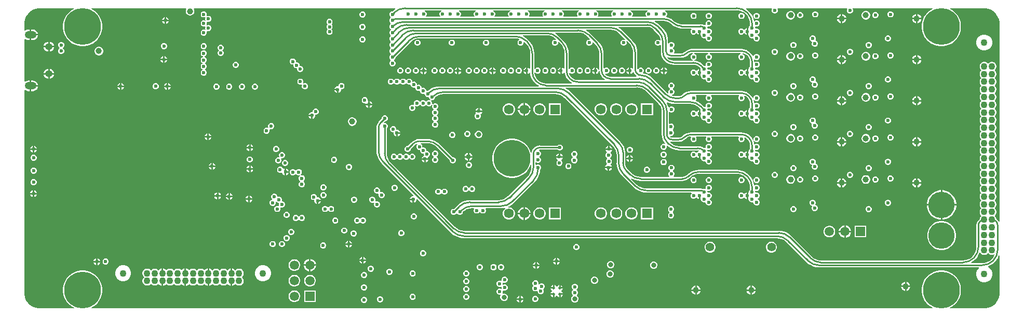
<source format=gbr>
%TF.GenerationSoftware,Altium Limited,Altium Designer,22.4.2 (48)*%
G04 Layer_Physical_Order=2*
G04 Layer_Color=6736896*
%FSLAX45Y45*%
%MOMM*%
%TF.SameCoordinates,1579B7B8-C0FA-446B-BA7A-E71437B095E0*%
%TF.FilePolarity,Positive*%
%TF.FileFunction,Copper,L2,Inr,Signal*%
%TF.Part,Single*%
G01*
G75*
%TA.AperFunction,Conductor*%
%ADD10C,0.25400*%
%TA.AperFunction,ComponentPad*%
%ADD74C,1.59000*%
%ADD75R,1.59000X1.59000*%
%ADD76C,1.10000*%
%ADD77C,4.30000*%
%ADD78C,1.50000*%
%ADD79R,1.50000X1.50000*%
%ADD80O,1.25000X1.05000*%
%ADD81O,1.90000X1.20000*%
%ADD82R,1.50000X1.50000*%
%TA.AperFunction,ViaPad*%
%ADD83C,0.60000*%
%ADD84C,0.80000*%
%ADD85C,1.00000*%
%ADD86C,6.00000*%
%ADD87C,0.50000*%
%ADD88C,1.40000*%
G36*
X11213544Y5903959D02*
X11197674Y5897386D01*
X11183609Y5883321D01*
X11175997Y5864944D01*
Y5845052D01*
X11183609Y5826675D01*
X11189245Y5821039D01*
X11183985Y5808339D01*
X10962009D01*
X10956748Y5821039D01*
X10962385Y5826675D01*
X10969997Y5845052D01*
Y5864944D01*
X10962385Y5883321D01*
X10948320Y5897386D01*
X10932450Y5903959D01*
X10934976Y5916659D01*
X11211018D01*
X11213544Y5903959D01*
D02*
G37*
G36*
X10653544D02*
X10637674Y5897386D01*
X10623609Y5883321D01*
X10615997Y5864944D01*
Y5845052D01*
X10623609Y5826675D01*
X10629245Y5821039D01*
X10623985Y5808339D01*
X10402009D01*
X10396749Y5821039D01*
X10402385Y5826675D01*
X10409997Y5845052D01*
Y5864944D01*
X10402385Y5883321D01*
X10388320Y5897386D01*
X10372450Y5903959D01*
X10374976Y5916659D01*
X10651018D01*
X10653544Y5903959D01*
D02*
G37*
G36*
X10093544D02*
X10077674Y5897386D01*
X10063609Y5883321D01*
X10055997Y5864944D01*
Y5845052D01*
X10063609Y5826675D01*
X10069246Y5821039D01*
X10063985Y5808339D01*
X9842009D01*
X9836749Y5821039D01*
X9842385Y5826675D01*
X9849997Y5845052D01*
Y5864944D01*
X9842385Y5883321D01*
X9828320Y5897386D01*
X9812450Y5903959D01*
X9814976Y5916659D01*
X10091018D01*
X10093544Y5903959D01*
D02*
G37*
G36*
X9533545D02*
X9517674Y5897386D01*
X9503609Y5883321D01*
X9495997Y5864944D01*
Y5845052D01*
X9503609Y5826675D01*
X9509246Y5821039D01*
X9503985Y5808339D01*
X9282009D01*
X9276749Y5821039D01*
X9282385Y5826675D01*
X9289997Y5845052D01*
Y5864944D01*
X9282385Y5883321D01*
X9268320Y5897386D01*
X9252450Y5903959D01*
X9254976Y5916659D01*
X9531018D01*
X9533545Y5903959D01*
D02*
G37*
G36*
X8973545D02*
X8957674Y5897386D01*
X8943609Y5883321D01*
X8935997Y5864944D01*
Y5845052D01*
X8943609Y5826675D01*
X8949246Y5821039D01*
X8943985Y5808339D01*
X8722009D01*
X8716749Y5821039D01*
X8722385Y5826675D01*
X8729997Y5845052D01*
Y5864944D01*
X8722385Y5883321D01*
X8708320Y5897386D01*
X8692450Y5903959D01*
X8694976Y5916659D01*
X8971018D01*
X8973545Y5903959D01*
D02*
G37*
G36*
X8413545D02*
X8397675Y5897386D01*
X8383609Y5883321D01*
X8375997Y5864944D01*
Y5845052D01*
X8383609Y5826675D01*
X8389246Y5821039D01*
X8383985Y5808339D01*
X8162010D01*
X8156749Y5821039D01*
X8162386Y5826675D01*
X8169997Y5845052D01*
Y5864944D01*
X8162386Y5883321D01*
X8148320Y5897386D01*
X8132450Y5903959D01*
X8134976Y5916659D01*
X8411018D01*
X8413545Y5903959D01*
D02*
G37*
G36*
X7853545D02*
X7837675Y5897386D01*
X7823609Y5883321D01*
X7815998Y5864944D01*
Y5845052D01*
X7823609Y5826675D01*
X7829246Y5821039D01*
X7823985Y5808339D01*
X7602010D01*
X7596749Y5821039D01*
X7602386Y5826675D01*
X7609997Y5845052D01*
Y5864944D01*
X7602386Y5883321D01*
X7588320Y5897386D01*
X7572450Y5903959D01*
X7574976Y5916659D01*
X7851019D01*
X7853545Y5903959D01*
D02*
G37*
G36*
X10647728Y5595090D02*
X10684712Y5583870D01*
X10718797Y5565652D01*
X10747837Y5541820D01*
X10748446Y5540907D01*
X10795431Y5493922D01*
X10795432Y5493922D01*
X10848147Y5441207D01*
X10840953Y5430440D01*
X10829945Y5435000D01*
X10810054D01*
X10791677Y5427388D01*
X10777611Y5413323D01*
X10770000Y5394946D01*
Y5375054D01*
X10777611Y5356677D01*
X10791677Y5342612D01*
X10810054Y5335000D01*
X10829945D01*
X10848322Y5342612D01*
X10862387Y5356677D01*
X10869999Y5375054D01*
Y5394946D01*
X10865440Y5405954D01*
X10876206Y5413148D01*
X10912030Y5377324D01*
X10913270Y5376495D01*
X10939834Y5344128D01*
X10960265Y5305903D01*
X10972846Y5264428D01*
X10976951Y5222757D01*
X10976660Y5221294D01*
Y4968633D01*
X10963960Y4964386D01*
X10951378Y4976967D01*
X10932697Y4984705D01*
Y4930001D01*
Y4875297D01*
X10951378Y4883035D01*
X10966963Y4898620D01*
X10970639Y4907494D01*
X10984385D01*
X10993455Y4885599D01*
X11013923Y4858923D01*
X11030713Y4846041D01*
X11026401Y4833341D01*
X10600000D01*
X10599136Y4833169D01*
X10572320Y4836699D01*
X10546528Y4847383D01*
X10524378Y4864379D01*
X10520091Y4869966D01*
X10528095Y4880397D01*
X10529051Y4880001D01*
X10548943D01*
X10567320Y4887613D01*
X10581385Y4901678D01*
X10588997Y4920055D01*
Y4939947D01*
X10581385Y4958324D01*
X10567320Y4972389D01*
X10548943Y4980001D01*
X10529051D01*
X10510674Y4972389D01*
X10506040Y4967755D01*
X10493340Y4973016D01*
Y5199790D01*
X10493586D01*
X10490046Y5244778D01*
X10479511Y5288659D01*
X10462241Y5330351D01*
X10438662Y5368829D01*
X10409354Y5403144D01*
X10409180Y5402970D01*
X10333575Y5478575D01*
X10273102Y5539049D01*
X10273250Y5539197D01*
X10240312Y5567329D01*
X10210076Y5585858D01*
X10213658Y5598558D01*
X10609265D01*
X10610341Y5598772D01*
X10647728Y5595090D01*
D02*
G37*
G36*
X16770090Y5940239D02*
X16816315Y5921092D01*
X16857915Y5893295D01*
X16893294Y5857915D01*
X16921092Y5816314D01*
X16940239Y5770089D01*
X16950000Y5721017D01*
Y5696000D01*
Y2470106D01*
X16937300Y2467580D01*
X16936546Y2469401D01*
X16916077Y2496077D01*
X16900000Y2508413D01*
Y2509874D01*
X16894888Y2528949D01*
X16885014Y2546051D01*
X16877197Y2553869D01*
X16872424Y2562500D01*
X16877197Y2571131D01*
X16885014Y2578949D01*
X16894888Y2596051D01*
X16900000Y2615126D01*
Y2634874D01*
X16894888Y2653949D01*
X16885014Y2671051D01*
X16877197Y2678869D01*
X16872424Y2687500D01*
X16877197Y2696131D01*
X16885014Y2703949D01*
X16894888Y2721051D01*
X16900000Y2740126D01*
Y2759874D01*
X16894888Y2778949D01*
X16885014Y2796051D01*
X16877197Y2803869D01*
X16872424Y2812500D01*
X16877197Y2821131D01*
X16885014Y2828949D01*
X16894888Y2846051D01*
X16900000Y2865126D01*
Y2884874D01*
X16894888Y2903949D01*
X16885014Y2921051D01*
X16877197Y2928869D01*
X16872424Y2937500D01*
X16877197Y2946131D01*
X16885014Y2953949D01*
X16894888Y2971051D01*
X16900000Y2990126D01*
Y3009874D01*
X16894888Y3028949D01*
X16885014Y3046051D01*
X16877197Y3053869D01*
X16872424Y3062500D01*
X16877197Y3071131D01*
X16885014Y3078949D01*
X16894888Y3096051D01*
X16900000Y3115126D01*
Y3134874D01*
X16894888Y3153949D01*
X16885014Y3171051D01*
X16877197Y3178869D01*
X16872424Y3187500D01*
X16877197Y3196131D01*
X16885014Y3203949D01*
X16894888Y3221051D01*
X16900000Y3240126D01*
Y3259874D01*
X16894888Y3278949D01*
X16885014Y3296051D01*
X16877197Y3303869D01*
X16872424Y3312500D01*
X16877197Y3321131D01*
X16885014Y3328949D01*
X16894888Y3346051D01*
X16900000Y3365126D01*
Y3384874D01*
X16894888Y3403949D01*
X16885014Y3421051D01*
X16877197Y3428869D01*
X16872424Y3437500D01*
X16877197Y3446131D01*
X16885014Y3453949D01*
X16894888Y3471051D01*
X16900000Y3490126D01*
Y3509874D01*
X16894888Y3528949D01*
X16885014Y3546051D01*
X16877197Y3553869D01*
X16872424Y3562500D01*
X16877197Y3571131D01*
X16885014Y3578949D01*
X16894888Y3596051D01*
X16900000Y3615126D01*
Y3634874D01*
X16894888Y3653949D01*
X16885014Y3671051D01*
X16877197Y3678869D01*
X16872424Y3687500D01*
X16877197Y3696131D01*
X16885014Y3703949D01*
X16894888Y3721051D01*
X16900000Y3740126D01*
Y3759874D01*
X16894888Y3778949D01*
X16885014Y3796051D01*
X16877197Y3803869D01*
X16872424Y3812500D01*
X16877197Y3821131D01*
X16885014Y3828949D01*
X16894888Y3846051D01*
X16900000Y3865126D01*
Y3884874D01*
X16894888Y3903949D01*
X16885014Y3921051D01*
X16877197Y3928869D01*
X16872424Y3937500D01*
X16877197Y3946131D01*
X16885014Y3953949D01*
X16894888Y3971051D01*
X16900000Y3990126D01*
Y4009874D01*
X16894888Y4028949D01*
X16885014Y4046051D01*
X16877197Y4053869D01*
X16872424Y4062500D01*
X16877197Y4071131D01*
X16885014Y4078949D01*
X16894888Y4096051D01*
X16900000Y4115126D01*
Y4134874D01*
X16894888Y4153949D01*
X16885014Y4171051D01*
X16877197Y4178869D01*
X16872424Y4187500D01*
X16877197Y4196131D01*
X16885014Y4203949D01*
X16894888Y4221051D01*
X16900000Y4240126D01*
Y4259874D01*
X16894888Y4278949D01*
X16885014Y4296051D01*
X16877197Y4303869D01*
X16872424Y4312500D01*
X16877197Y4321131D01*
X16885014Y4328949D01*
X16894888Y4346051D01*
X16900000Y4365126D01*
Y4384874D01*
X16894888Y4403949D01*
X16885014Y4421051D01*
X16877197Y4428869D01*
X16872424Y4437500D01*
X16877197Y4446131D01*
X16885014Y4453949D01*
X16894888Y4471051D01*
X16900000Y4490126D01*
Y4509874D01*
X16894888Y4528949D01*
X16885014Y4546051D01*
X16877197Y4553869D01*
X16872424Y4562500D01*
X16877197Y4571131D01*
X16885014Y4578949D01*
X16894888Y4596051D01*
X16900000Y4615126D01*
Y4634874D01*
X16894888Y4653949D01*
X16885014Y4671051D01*
X16877197Y4678869D01*
X16872424Y4687500D01*
X16877197Y4696131D01*
X16885014Y4703949D01*
X16894888Y4721051D01*
X16900000Y4740126D01*
Y4759874D01*
X16894888Y4778949D01*
X16885014Y4796051D01*
X16877197Y4803869D01*
X16872424Y4812500D01*
X16877197Y4821131D01*
X16885014Y4828949D01*
X16894888Y4846051D01*
X16900000Y4865126D01*
Y4884874D01*
X16894888Y4903949D01*
X16885014Y4921051D01*
X16877197Y4928869D01*
X16872424Y4937500D01*
X16877197Y4946131D01*
X16885014Y4953949D01*
X16894888Y4971051D01*
X16900000Y4990126D01*
Y5009874D01*
X16894888Y5028949D01*
X16885014Y5046051D01*
X16871051Y5060015D01*
X16853949Y5069889D01*
X16834874Y5075000D01*
X16815126D01*
X16796051Y5069889D01*
X16778949Y5060015D01*
X16771130Y5052197D01*
X16762500Y5047425D01*
X16753870Y5052197D01*
X16746051Y5060015D01*
X16728949Y5069889D01*
X16709874Y5075000D01*
X16690126D01*
X16671051Y5069889D01*
X16653949Y5060015D01*
X16639986Y5046051D01*
X16630112Y5028949D01*
X16625000Y5009874D01*
Y4990126D01*
X16630112Y4971051D01*
X16639986Y4953949D01*
X16647803Y4946131D01*
X16652576Y4937500D01*
X16647803Y4928869D01*
X16639986Y4921051D01*
X16630112Y4903949D01*
X16625000Y4884874D01*
Y4865126D01*
X16630112Y4846051D01*
X16639986Y4828949D01*
X16647803Y4821131D01*
X16652576Y4812500D01*
X16647803Y4803869D01*
X16639986Y4796051D01*
X16630112Y4778949D01*
X16625000Y4759874D01*
Y4740126D01*
X16630112Y4721051D01*
X16639986Y4703949D01*
X16647803Y4696131D01*
X16652576Y4687500D01*
X16647803Y4678869D01*
X16639986Y4671051D01*
X16630112Y4653949D01*
X16625000Y4634874D01*
Y4615126D01*
X16630112Y4596051D01*
X16639986Y4578949D01*
X16647803Y4571131D01*
X16652576Y4562500D01*
X16647803Y4553869D01*
X16639986Y4546051D01*
X16630112Y4528949D01*
X16625000Y4509874D01*
Y4490126D01*
X16630112Y4471051D01*
X16639986Y4453949D01*
X16647803Y4446131D01*
X16652576Y4437500D01*
X16647803Y4428869D01*
X16639986Y4421051D01*
X16630112Y4403949D01*
X16625000Y4384874D01*
Y4365126D01*
X16630112Y4346051D01*
X16639986Y4328949D01*
X16647803Y4321131D01*
X16652576Y4312500D01*
X16647803Y4303869D01*
X16639986Y4296051D01*
X16630112Y4278949D01*
X16625000Y4259874D01*
Y4240126D01*
X16630112Y4221051D01*
X16639986Y4203949D01*
X16647803Y4196131D01*
X16652576Y4187500D01*
X16647803Y4178869D01*
X16639986Y4171051D01*
X16630112Y4153949D01*
X16625000Y4134874D01*
Y4115126D01*
X16630112Y4096051D01*
X16639986Y4078949D01*
X16647803Y4071131D01*
X16652576Y4062500D01*
X16647803Y4053869D01*
X16639986Y4046051D01*
X16630112Y4028949D01*
X16625000Y4009874D01*
Y3990126D01*
X16630112Y3971051D01*
X16639986Y3953949D01*
X16647803Y3946131D01*
X16652576Y3937500D01*
X16647803Y3928869D01*
X16639986Y3921051D01*
X16630112Y3903949D01*
X16625000Y3884874D01*
Y3865126D01*
X16630112Y3846051D01*
X16639986Y3828949D01*
X16647803Y3821131D01*
X16652576Y3812500D01*
X16647803Y3803869D01*
X16639986Y3796051D01*
X16630112Y3778949D01*
X16625000Y3759874D01*
Y3740126D01*
X16630112Y3721051D01*
X16639986Y3703949D01*
X16647803Y3696131D01*
X16652576Y3687500D01*
X16647803Y3678869D01*
X16639986Y3671051D01*
X16630112Y3653949D01*
X16625000Y3634874D01*
Y3615126D01*
X16630112Y3596051D01*
X16639986Y3578949D01*
X16647803Y3571131D01*
X16652576Y3562500D01*
X16647803Y3553869D01*
X16639986Y3546051D01*
X16630112Y3528949D01*
X16625000Y3509874D01*
Y3490126D01*
X16630112Y3471051D01*
X16639986Y3453949D01*
X16647803Y3446131D01*
X16652576Y3437500D01*
X16647803Y3428869D01*
X16639986Y3421051D01*
X16630112Y3403949D01*
X16625000Y3384874D01*
Y3365126D01*
X16630112Y3346051D01*
X16639986Y3328949D01*
X16647803Y3321131D01*
X16652576Y3312500D01*
X16647803Y3303869D01*
X16639986Y3296051D01*
X16630112Y3278949D01*
X16625000Y3259874D01*
Y3240126D01*
X16630112Y3221051D01*
X16639986Y3203949D01*
X16647803Y3196131D01*
X16652576Y3187500D01*
X16647803Y3178869D01*
X16639986Y3171051D01*
X16630112Y3153949D01*
X16625000Y3134874D01*
Y3115126D01*
X16630112Y3096051D01*
X16639986Y3078949D01*
X16647803Y3071131D01*
X16652576Y3062500D01*
X16647803Y3053869D01*
X16639986Y3046051D01*
X16630112Y3028949D01*
X16625000Y3009874D01*
Y2990126D01*
X16630112Y2971051D01*
X16639986Y2953949D01*
X16647803Y2946131D01*
X16652576Y2937500D01*
X16647803Y2928869D01*
X16639986Y2921051D01*
X16630112Y2903949D01*
X16625000Y2884874D01*
Y2865126D01*
X16630112Y2846051D01*
X16639986Y2828949D01*
X16647803Y2821131D01*
X16652576Y2812500D01*
X16647803Y2803869D01*
X16639986Y2796051D01*
X16630112Y2778949D01*
X16625000Y2759874D01*
Y2740126D01*
X16630112Y2721051D01*
X16639986Y2703949D01*
X16647803Y2696131D01*
X16652576Y2687500D01*
X16647803Y2678869D01*
X16639986Y2671051D01*
X16630112Y2653949D01*
X16625000Y2634874D01*
Y2615126D01*
X16630112Y2596051D01*
X16639986Y2578949D01*
X16647803Y2571131D01*
X16652576Y2562500D01*
X16647803Y2553869D01*
X16639986Y2546051D01*
X16630112Y2528949D01*
X16625000Y2509874D01*
Y2508413D01*
X16608923Y2496077D01*
X16588455Y2469401D01*
X16575587Y2438336D01*
X16571198Y2405000D01*
X16571660D01*
Y2054400D01*
X16571951Y2052937D01*
X16567847Y2011266D01*
X16555264Y1969791D01*
X16534834Y1931566D01*
X16507338Y1898062D01*
X16473834Y1870566D01*
X16435609Y1850135D01*
X16394135Y1837554D01*
X16352463Y1833449D01*
X16350999Y1833741D01*
X14044809D01*
X14043938Y1833820D01*
X14031734Y1835059D01*
Y1835059D01*
X14019182Y1835469D01*
X14002077Y1837154D01*
X13960600Y1849735D01*
X13922377Y1870166D01*
X13890009Y1896730D01*
X13889182Y1897970D01*
X13552969Y2234180D01*
X13553143Y2234354D01*
X13518829Y2263662D01*
X13480351Y2287241D01*
X13438660Y2304511D01*
X13394778Y2315046D01*
X13349789Y2318586D01*
Y2318341D01*
X8225210D01*
X8223747Y2318049D01*
X8182077Y2322154D01*
X8140601Y2334735D01*
X8102377Y2355166D01*
X8070009Y2381730D01*
X8069180Y2382970D01*
X7022970Y3429180D01*
X7021730Y3430009D01*
X6995167Y3462377D01*
X6974735Y3500601D01*
X6962154Y3542077D01*
X6958050Y3583747D01*
X6958341Y3585210D01*
Y3987630D01*
X6967388Y3996677D01*
X6975000Y4015054D01*
Y4034946D01*
X6967388Y4053323D01*
X6953323Y4067388D01*
X6934946Y4075000D01*
X6915111D01*
X6914944Y4075169D01*
X6907957Y4085807D01*
X6922151Y4100000D01*
X6934946D01*
X6953323Y4107612D01*
X6967388Y4121677D01*
X6975000Y4140054D01*
Y4159946D01*
X6967388Y4178323D01*
X6953323Y4192388D01*
X6934946Y4200000D01*
X6915054D01*
X6896677Y4192388D01*
X6882612Y4178323D01*
X6875000Y4159946D01*
Y4147151D01*
X6852832Y4124982D01*
X6843697Y4116157D01*
X6835863Y4106611D01*
X6821509Y4089120D01*
X6805022Y4058275D01*
X6794869Y4024806D01*
X6791441Y3990000D01*
X6791660D01*
Y3620210D01*
X6791414D01*
X6794954Y3575222D01*
X6805489Y3531341D01*
X6822759Y3489649D01*
X6846338Y3451171D01*
X6875646Y3416856D01*
X6875820Y3417030D01*
X7394750Y2898100D01*
X7389489Y2885400D01*
X7378980D01*
X7358619Y2876966D01*
X7343034Y2861381D01*
X7335296Y2842700D01*
X7390000D01*
Y2830000D01*
X7402700D01*
Y2775296D01*
X7421381Y2783034D01*
X7436966Y2798618D01*
X7445400Y2818980D01*
Y2829489D01*
X7458100Y2834750D01*
X8012030Y2280820D01*
X8011856Y2280646D01*
X8046171Y2251338D01*
X8084649Y2227759D01*
X8126341Y2210489D01*
X8170222Y2199954D01*
X8215210Y2196414D01*
Y2196660D01*
X13319789D01*
X13321252Y2196951D01*
X13362923Y2192847D01*
X13404399Y2180265D01*
X13442622Y2159834D01*
X13474991Y2133270D01*
X13475819Y2132030D01*
X13802029Y1805820D01*
X13801855Y1805646D01*
X13836171Y1776338D01*
X13874649Y1752759D01*
X13916341Y1735489D01*
X13960222Y1724954D01*
X14005209Y1721414D01*
Y1721659D01*
X16609851D01*
X16615112Y1708959D01*
X16595975Y1689822D01*
X16578859Y1660178D01*
X16570000Y1627115D01*
Y1592885D01*
X16578859Y1559822D01*
X16595975Y1530178D01*
X16620178Y1505974D01*
X16649821Y1488859D01*
X16682886Y1480000D01*
X16717114D01*
X16750179Y1488859D01*
X16779822Y1505974D01*
X16804025Y1530178D01*
X16821141Y1559822D01*
X16830000Y1592885D01*
Y1627115D01*
X16821141Y1660178D01*
X16804025Y1689822D01*
X16779822Y1714026D01*
X16761615Y1724537D01*
X16762543Y1738667D01*
X16796562Y1752759D01*
X16835039Y1776338D01*
X16869354Y1805646D01*
X16898662Y1839961D01*
X16922241Y1878438D01*
X16937300Y1914793D01*
X16950000Y1912267D01*
Y1304000D01*
Y1278983D01*
X16940239Y1229911D01*
X16921092Y1183686D01*
X16893294Y1142084D01*
X16857915Y1106705D01*
X16816315Y1078908D01*
X16770090Y1059761D01*
X16721017Y1050000D01*
X16144052D01*
X16141003Y1062700D01*
X16167715Y1076312D01*
X16208466Y1105918D01*
X16244083Y1141534D01*
X16273689Y1182284D01*
X16296556Y1227163D01*
X16312122Y1275067D01*
X16320000Y1324815D01*
Y1375185D01*
X16312122Y1424934D01*
X16296556Y1472838D01*
X16273689Y1517717D01*
X16244083Y1558466D01*
X16208466Y1594082D01*
X16167715Y1623689D01*
X16122836Y1646556D01*
X16074934Y1662121D01*
X16025185Y1670000D01*
X15974815D01*
X15925066Y1662121D01*
X15877164Y1646556D01*
X15832285Y1623689D01*
X15791534Y1594082D01*
X15755917Y1558466D01*
X15726311Y1517717D01*
X15703444Y1472838D01*
X15687878Y1424934D01*
X15680000Y1375185D01*
Y1324815D01*
X15687878Y1275067D01*
X15703444Y1227163D01*
X15726311Y1182284D01*
X15755917Y1141534D01*
X15791534Y1105918D01*
X15832285Y1076312D01*
X15858997Y1062700D01*
X15855948Y1050000D01*
X2144052D01*
X2141003Y1062700D01*
X2167717Y1076312D01*
X2208466Y1105918D01*
X2244082Y1141534D01*
X2273689Y1182284D01*
X2296556Y1227163D01*
X2312121Y1275067D01*
X2320000Y1324815D01*
Y1375185D01*
X2312121Y1424934D01*
X2296556Y1472838D01*
X2273689Y1517717D01*
X2244082Y1558466D01*
X2208466Y1594082D01*
X2167717Y1623689D01*
X2122838Y1646556D01*
X2074934Y1662121D01*
X2025185Y1670000D01*
X1974815D01*
X1925067Y1662121D01*
X1877163Y1646556D01*
X1832284Y1623689D01*
X1791534Y1594082D01*
X1755918Y1558466D01*
X1726312Y1517717D01*
X1703444Y1472838D01*
X1687880Y1424934D01*
X1680000Y1375185D01*
Y1324815D01*
X1687880Y1275067D01*
X1703444Y1227163D01*
X1726312Y1182284D01*
X1755918Y1141534D01*
X1791534Y1105918D01*
X1832284Y1076312D01*
X1858998Y1062700D01*
X1855949Y1050000D01*
X1278983D01*
X1229911Y1059761D01*
X1183686Y1078908D01*
X1142084Y1106705D01*
X1106705Y1142084D01*
X1078908Y1183686D01*
X1059761Y1229911D01*
X1050000Y1278983D01*
Y1304000D01*
Y3650000D01*
Y4608726D01*
X1062700Y4614989D01*
X1071932Y4607905D01*
X1092707Y4599300D01*
X1115001Y4596365D01*
X1137301D01*
Y4682502D01*
Y4768638D01*
X1115001D01*
X1092707Y4765703D01*
X1071932Y4757098D01*
X1062700Y4750014D01*
X1050000Y4756277D01*
Y5443726D01*
X1062700Y5449989D01*
X1071933Y5442905D01*
X1092707Y5434300D01*
X1115001Y5431365D01*
X1137301D01*
Y5517501D01*
Y5603638D01*
X1115001D01*
X1092707Y5600703D01*
X1071933Y5592098D01*
X1062700Y5585013D01*
X1050000Y5591276D01*
Y5721017D01*
X1059761Y5770089D01*
X1078908Y5816314D01*
X1106705Y5857915D01*
X1142084Y5893295D01*
X1183686Y5921092D01*
X1229911Y5940239D01*
X1278983Y5950000D01*
X1855949D01*
X1858998Y5937300D01*
X1832284Y5923688D01*
X1791534Y5894082D01*
X1755918Y5858466D01*
X1726312Y5817716D01*
X1703444Y5772837D01*
X1687880Y5724933D01*
X1680000Y5675184D01*
Y5624815D01*
X1687880Y5575066D01*
X1703444Y5527162D01*
X1726312Y5482283D01*
X1755918Y5441534D01*
X1791534Y5405918D01*
X1832284Y5376311D01*
X1877163Y5353444D01*
X1925067Y5337879D01*
X1974815Y5330000D01*
X2025185D01*
X2074934Y5337879D01*
X2122838Y5353444D01*
X2167717Y5376311D01*
X2208466Y5405918D01*
X2244082Y5441534D01*
X2273689Y5482283D01*
X2296556Y5527162D01*
X2312121Y5575066D01*
X2320000Y5624815D01*
Y5675184D01*
X2312121Y5724933D01*
X2296556Y5772837D01*
X2273689Y5817716D01*
X2244082Y5858466D01*
X2208466Y5894082D01*
X2167717Y5923688D01*
X2141003Y5937300D01*
X2144052Y5950000D01*
X3683860D01*
X3690706Y5937300D01*
X3684771Y5927019D01*
X3680000Y5909216D01*
Y5890784D01*
X3684771Y5872981D01*
X3693986Y5857019D01*
X3707019Y5843986D01*
X3722981Y5834770D01*
X3740784Y5830000D01*
X3759216D01*
X3777019Y5834770D01*
X3792981Y5843986D01*
X3806014Y5857019D01*
X3815230Y5872981D01*
X3820000Y5890784D01*
Y5909216D01*
X3815230Y5927019D01*
X3809294Y5937300D01*
X3816140Y5950000D01*
X7097598D01*
X7101045Y5937777D01*
X7086172Y5928662D01*
X7052612Y5900000D01*
X7040054D01*
X7021677Y5892388D01*
X7007612Y5878323D01*
X7000000Y5859946D01*
Y5840054D01*
X7007612Y5821677D01*
X7021677Y5807612D01*
X7023461Y5806873D01*
Y5793127D01*
X7021677Y5792388D01*
X7007612Y5778323D01*
X7000000Y5759946D01*
Y5740054D01*
X7007612Y5721677D01*
X7021677Y5707612D01*
X7023461Y5706873D01*
Y5693127D01*
X7021677Y5692388D01*
X7007612Y5678323D01*
X7000000Y5659945D01*
Y5640054D01*
X7007612Y5621677D01*
X7021677Y5607612D01*
X7024724Y5606350D01*
Y5593650D01*
X7021677Y5592388D01*
X7007612Y5578323D01*
X7000000Y5559946D01*
Y5540054D01*
X7007612Y5521677D01*
X7021677Y5507612D01*
X7023461Y5506873D01*
Y5493127D01*
X7021677Y5492388D01*
X7007612Y5478323D01*
X7000000Y5459946D01*
Y5440054D01*
X7007612Y5421677D01*
X7021677Y5407612D01*
X7023461Y5406873D01*
Y5393127D01*
X7021677Y5392388D01*
X7007612Y5378323D01*
X7000000Y5359946D01*
Y5340054D01*
X7007612Y5321677D01*
X7021677Y5307612D01*
X7023461Y5306873D01*
Y5293127D01*
X7021677Y5292388D01*
X7007612Y5278323D01*
X7000000Y5259946D01*
Y5240054D01*
X7007612Y5221677D01*
X7021677Y5207612D01*
X7024724Y5206350D01*
Y5193650D01*
X7021677Y5192388D01*
X7007612Y5178323D01*
X7000000Y5159946D01*
Y5140054D01*
X7007612Y5121677D01*
X7021677Y5107612D01*
X7023461Y5106873D01*
Y5093127D01*
X7021677Y5092388D01*
X7007612Y5078323D01*
X7000000Y5059946D01*
Y5040054D01*
X7007612Y5021677D01*
X7021677Y5007612D01*
X7040054Y5000000D01*
X7059946D01*
X7078323Y5007612D01*
X7092388Y5021677D01*
X7100000Y5040054D01*
Y5059946D01*
X7092388Y5078323D01*
X7078323Y5092388D01*
X7076539Y5093127D01*
Y5106873D01*
X7078323Y5107612D01*
X7092388Y5121677D01*
X7100000Y5140054D01*
Y5152849D01*
X7339181Y5392030D01*
X7340009Y5393270D01*
X7372377Y5419833D01*
X7410601Y5440265D01*
X7452077Y5452846D01*
X7493747Y5456950D01*
X7495210Y5456659D01*
X9054790D01*
X9056253Y5456950D01*
X9097923Y5452846D01*
X9122184Y5445487D01*
X9122846Y5432014D01*
X9111677Y5427388D01*
X9097612Y5413323D01*
X9090000Y5394946D01*
Y5375054D01*
X9097612Y5356677D01*
X9111677Y5342612D01*
X9130054Y5335000D01*
X9149945D01*
X9168323Y5342612D01*
X9182388Y5356677D01*
X9190000Y5375054D01*
Y5393247D01*
X9194570Y5397008D01*
X9201582Y5400171D01*
X9209991Y5393270D01*
X9210820Y5392030D01*
X9232030Y5370820D01*
X9233270Y5369991D01*
X9259833Y5337623D01*
X9280265Y5299399D01*
X9292846Y5257923D01*
X9296950Y5216253D01*
X9296659Y5214790D01*
Y4968634D01*
X9283959Y4964386D01*
X9271379Y4976967D01*
X9252697Y4984705D01*
Y4930001D01*
Y4875297D01*
X9271379Y4883035D01*
X9285089Y4896746D01*
X9293700Y4895403D01*
X9298195Y4893257D01*
X9301029Y4864482D01*
X9315764Y4815905D01*
X9339694Y4771137D01*
X9371897Y4731897D01*
X9411137Y4699694D01*
X9436683Y4686039D01*
X9433502Y4673339D01*
X7820208D01*
Y4673585D01*
X7775220Y4670044D01*
X7731339Y4659509D01*
X7689647Y4642239D01*
X7651169Y4618660D01*
X7629321Y4600000D01*
X7615054D01*
X7610560Y4598138D01*
X7600000Y4605194D01*
Y4609946D01*
X7592388Y4628323D01*
X7578323Y4642388D01*
X7559946Y4650000D01*
X7540054D01*
X7535560Y4648138D01*
X7525000Y4655194D01*
Y4659946D01*
X7517388Y4678323D01*
X7503323Y4692388D01*
X7484946Y4700000D01*
X7465054D01*
X7460560Y4698138D01*
X7450000Y4705194D01*
Y4709946D01*
X7442388Y4728323D01*
X7428323Y4742388D01*
X7409946Y4750000D01*
X7390054D01*
X7385560Y4748138D01*
X7375000Y4755194D01*
Y4759946D01*
X7367388Y4778323D01*
X7353323Y4792388D01*
X7334946Y4800000D01*
X7315054D01*
X7296677Y4792388D01*
X7282612Y4778323D01*
X7281873Y4776539D01*
X7268127D01*
X7267388Y4778323D01*
X7253323Y4792388D01*
X7234946Y4800000D01*
X7215054D01*
X7196677Y4792388D01*
X7182612Y4778323D01*
X7181873Y4776539D01*
X7168127D01*
X7167388Y4778323D01*
X7153323Y4792388D01*
X7134946Y4800000D01*
X7115054D01*
X7096677Y4792388D01*
X7082612Y4778323D01*
X7081873Y4776539D01*
X7068127D01*
X7067388Y4778323D01*
X7053323Y4792388D01*
X7034946Y4800000D01*
X7015054D01*
X6996677Y4792388D01*
X6982612Y4778323D01*
X6975000Y4759946D01*
Y4740054D01*
X6982612Y4721677D01*
X6996677Y4707612D01*
X7015054Y4700000D01*
X7034946D01*
X7053323Y4707612D01*
X7067388Y4721677D01*
X7068127Y4723461D01*
X7081873D01*
X7082612Y4721677D01*
X7096677Y4707612D01*
X7115054Y4700000D01*
X7134946D01*
X7153323Y4707612D01*
X7167388Y4721677D01*
X7168127Y4723461D01*
X7181873D01*
X7182612Y4721677D01*
X7196677Y4707612D01*
X7215054Y4700000D01*
X7234946D01*
X7253323Y4707612D01*
X7267388Y4721677D01*
X7268127Y4723461D01*
X7281873D01*
X7282612Y4721677D01*
X7296677Y4707612D01*
X7315054Y4700000D01*
X7334946D01*
X7339440Y4701862D01*
X7350000Y4694806D01*
Y4690054D01*
X7357612Y4671677D01*
X7371677Y4657612D01*
X7390054Y4650000D01*
X7409946D01*
X7414440Y4651862D01*
X7425000Y4644806D01*
Y4640054D01*
X7432612Y4621677D01*
X7446677Y4607612D01*
X7465054Y4600000D01*
X7484946D01*
X7489440Y4601862D01*
X7500000Y4594806D01*
Y4590054D01*
X7507612Y4571677D01*
X7521677Y4557612D01*
X7540054Y4550000D01*
X7559946D01*
X7564440Y4551862D01*
X7575000Y4544806D01*
Y4540054D01*
X7582612Y4521677D01*
X7596677Y4507612D01*
X7615054Y4500000D01*
X7634946D01*
X7639440Y4501862D01*
X7650000Y4494806D01*
Y4490054D01*
X7657612Y4471677D01*
X7669501Y4459789D01*
X7662306Y4449022D01*
X7659946Y4450000D01*
X7640054D01*
X7621677Y4442388D01*
X7607612Y4428323D01*
X7606873Y4426539D01*
X7593127D01*
X7592388Y4428323D01*
X7578323Y4442388D01*
X7559946Y4450000D01*
X7540054D01*
X7521677Y4442388D01*
X7507612Y4428323D01*
X7506350Y4425276D01*
X7493650D01*
X7492388Y4428323D01*
X7478323Y4442388D01*
X7459946Y4450000D01*
X7440054D01*
X7421677Y4442388D01*
X7407612Y4428323D01*
X7400000Y4409946D01*
Y4390054D01*
X7403772Y4380948D01*
X7394052Y4371228D01*
X7384946Y4375000D01*
X7365054D01*
X7346677Y4367388D01*
X7332612Y4353323D01*
X7325000Y4334946D01*
Y4315054D01*
X7332612Y4296677D01*
X7346677Y4282612D01*
X7365054Y4275000D01*
X7384946D01*
X7403323Y4282612D01*
X7417388Y4296677D01*
X7425000Y4315054D01*
Y4334946D01*
X7421228Y4344052D01*
X7430948Y4353772D01*
X7440054Y4350000D01*
X7459946D01*
X7478323Y4357612D01*
X7492388Y4371677D01*
X7493650Y4374724D01*
X7506350D01*
X7507612Y4371677D01*
X7521677Y4357612D01*
X7540054Y4350000D01*
X7559946D01*
X7578323Y4357612D01*
X7592388Y4371677D01*
X7593127Y4373461D01*
X7606873D01*
X7607612Y4371677D01*
X7621677Y4357612D01*
X7640054Y4350000D01*
X7659946D01*
X7678323Y4357612D01*
X7690211Y4369501D01*
X7700978Y4362307D01*
X7700000Y4359946D01*
Y4340054D01*
X7707612Y4321677D01*
X7721677Y4307612D01*
X7723461Y4306873D01*
Y4293127D01*
X7721677Y4292388D01*
X7707612Y4278323D01*
X7700000Y4259946D01*
Y4240054D01*
X7707612Y4221677D01*
X7721677Y4207612D01*
X7724724Y4206350D01*
Y4193650D01*
X7721677Y4192388D01*
X7707612Y4178323D01*
X7700000Y4159946D01*
Y4140054D01*
X7707612Y4121677D01*
X7721677Y4107612D01*
X7723461Y4106873D01*
Y4093127D01*
X7721677Y4092388D01*
X7707612Y4078323D01*
X7700000Y4059946D01*
Y4040054D01*
X7707612Y4021677D01*
X7721677Y4007612D01*
X7740054Y4000000D01*
X7759946D01*
X7778323Y4007612D01*
X7792388Y4021677D01*
X7800000Y4040054D01*
Y4059946D01*
X7792388Y4078323D01*
X7778323Y4092388D01*
X7776539Y4093127D01*
Y4106873D01*
X7778323Y4107612D01*
X7792388Y4121677D01*
X7800000Y4140054D01*
Y4159946D01*
X7792388Y4178323D01*
X7778323Y4192388D01*
X7775276Y4193650D01*
Y4206350D01*
X7778323Y4207612D01*
X7792388Y4221677D01*
X7800000Y4240054D01*
Y4259946D01*
X7792388Y4278323D01*
X7778323Y4292388D01*
X7776539Y4293127D01*
Y4306873D01*
X7778323Y4307612D01*
X7792388Y4321677D01*
X7800000Y4340054D01*
Y4359946D01*
X7792388Y4378323D01*
X7778323Y4392388D01*
X7759946Y4400000D01*
X7740054D01*
X7721677Y4392388D01*
X7709788Y4380499D01*
X7699022Y4387693D01*
X7700000Y4390054D01*
Y4409946D01*
X7692388Y4428323D01*
X7680499Y4440211D01*
X7687694Y4450978D01*
X7690054Y4450000D01*
X7709946D01*
X7728323Y4457612D01*
X7742388Y4471677D01*
X7750000Y4490054D01*
Y4500124D01*
X7764875Y4512331D01*
X7803099Y4532763D01*
X7844575Y4545344D01*
X7886245Y4549448D01*
X7887708Y4549157D01*
X9703939D01*
X9705402Y4549448D01*
X9747072Y4545344D01*
X9788548Y4532763D01*
X9826773Y4512331D01*
X9859140Y4485768D01*
X9859969Y4484528D01*
X10642030Y3702467D01*
X10643270Y3701638D01*
X10669834Y3669270D01*
X10690265Y3631046D01*
X10702847Y3589570D01*
X10706951Y3547900D01*
X10706660Y3546437D01*
Y3425210D01*
X10706414D01*
X10709954Y3380222D01*
X10720489Y3336341D01*
X10737759Y3294649D01*
X10761338Y3256171D01*
X10790646Y3221856D01*
X10790820Y3222030D01*
X10987030Y3025819D01*
X10986856Y3025645D01*
X11021172Y2996338D01*
X11059649Y2972759D01*
X11101342Y2955489D01*
X11145222Y2944954D01*
X11190211Y2941413D01*
Y2941659D01*
X11923398D01*
X11928247Y2928959D01*
X11917611Y2918323D01*
X11909999Y2899946D01*
Y2880054D01*
X11917611Y2861677D01*
X11931676Y2847612D01*
X11950053Y2840000D01*
X11969945D01*
X11988322Y2847612D01*
X11999299Y2858589D01*
X12010788Y2858614D01*
X12014330Y2857322D01*
X12028618Y2843034D01*
X12047299Y2835296D01*
Y2890000D01*
X12072699D01*
Y2834864D01*
X12085000Y2826645D01*
Y2820055D01*
X12092612Y2801677D01*
X12106677Y2787612D01*
X12125054Y2780000D01*
X12144946D01*
X12149440Y2781862D01*
X12160000Y2774806D01*
Y2770055D01*
X12167612Y2751678D01*
X12181677Y2737612D01*
X12200054Y2730000D01*
X12219946D01*
X12238323Y2737612D01*
X12252388Y2751678D01*
X12260000Y2770055D01*
Y2789946D01*
X12252388Y2808323D01*
X12238323Y2822388D01*
X12224130Y2828267D01*
X12224129Y2841733D01*
X12238322Y2847612D01*
X12252387Y2861677D01*
X12259999Y2880054D01*
Y2899946D01*
X12252387Y2918323D01*
X12238322Y2932388D01*
X12219945Y2940000D01*
X12200053D01*
X12197184Y2938811D01*
X12184999Y2947511D01*
Y2959946D01*
X12183727Y2963016D01*
X12193448Y2972736D01*
X12200053Y2970000D01*
X12219945D01*
X12238322Y2977612D01*
X12252387Y2991677D01*
X12259999Y3010054D01*
Y3029946D01*
X12252387Y3048323D01*
X12238322Y3062388D01*
X12219945Y3070000D01*
X12200053D01*
X12181676Y3062388D01*
X12167611Y3048323D01*
X12159999Y3029946D01*
Y3010054D01*
X12161271Y3006984D01*
X12151551Y2997264D01*
X12144945Y3000000D01*
X12125053D01*
X12120885Y2998273D01*
X12105463Y3004661D01*
X12074644Y3008719D01*
Y3008340D01*
X11190211D01*
X11188747Y3008049D01*
X11147077Y3012153D01*
X11105601Y3024735D01*
X11067377Y3045166D01*
X11035010Y3071729D01*
X11034181Y3072970D01*
X10942888Y3164263D01*
X10950805Y3174306D01*
X10969649Y3162759D01*
X11011341Y3145489D01*
X11055222Y3134954D01*
X11100210Y3131414D01*
Y3131659D01*
X11778432D01*
Y3131481D01*
X11811614Y3134749D01*
X11843521Y3144428D01*
X11872927Y3160146D01*
X11898701Y3181298D01*
X11898702Y3181298D01*
X11907902Y3189747D01*
X11932377Y3209834D01*
X11970601Y3230265D01*
X12012077Y3242846D01*
X12053748Y3246951D01*
X12055211Y3246659D01*
X12660998D01*
X12662461Y3246951D01*
X12704132Y3242846D01*
X12745607Y3230265D01*
X12783832Y3209834D01*
X12817336Y3182338D01*
X12844832Y3148834D01*
X12865263Y3110609D01*
X12877844Y3069134D01*
X12881949Y3027463D01*
X12881657Y3026000D01*
Y2987370D01*
X12872610Y2978323D01*
X12864998Y2959946D01*
Y2953356D01*
X12852698Y2945137D01*
Y2890000D01*
Y2834864D01*
X12864999Y2826645D01*
Y2820055D01*
X12872610Y2801677D01*
X12886676Y2787612D01*
X12905054Y2780000D01*
X12924945D01*
X12929439Y2781862D01*
X12939999Y2774806D01*
Y2770055D01*
X12947610Y2751678D01*
X12961676Y2737612D01*
X12980054Y2730000D01*
X12999945D01*
X13018323Y2737612D01*
X13032387Y2751678D01*
X13039999Y2770055D01*
Y2789946D01*
X13032387Y2808323D01*
X13018323Y2822388D01*
X13004129Y2828267D01*
X13004128Y2841733D01*
X13018321Y2847612D01*
X13032385Y2861677D01*
X13039998Y2880054D01*
Y2899946D01*
X13032385Y2918323D01*
X13018321Y2932388D01*
X12999944Y2940000D01*
X12980052D01*
X12977184Y2938811D01*
X12964998Y2947511D01*
Y2959946D01*
X12963725Y2963016D01*
X12973447Y2972736D01*
X12980052Y2970000D01*
X12999944D01*
X13018321Y2977612D01*
X13032385Y2991677D01*
X13039998Y3010054D01*
Y3029946D01*
X13032385Y3048323D01*
X13018321Y3062388D01*
X12999944Y3070000D01*
X12980052D01*
X12961674Y3062388D01*
X12958694Y3059408D01*
X12945573Y3064248D01*
X12945044Y3070989D01*
X12934509Y3114869D01*
X12917239Y3156562D01*
X12893660Y3195039D01*
X12864352Y3229354D01*
X12830037Y3258662D01*
X12791560Y3282241D01*
X12749867Y3299511D01*
X12705987Y3310046D01*
X12660998Y3313586D01*
Y3313341D01*
X12055211D01*
Y3313586D01*
X12010222Y3310046D01*
X11966342Y3299511D01*
X11924649Y3282241D01*
X11886172Y3258662D01*
X11851856Y3229354D01*
X11851856Y3229355D01*
X11842460Y3221377D01*
X11830173Y3211949D01*
X11805215Y3201611D01*
X11779206Y3198187D01*
X11778432Y3198341D01*
X11642012D01*
X11636751Y3211041D01*
X11642388Y3216677D01*
X11650000Y3235054D01*
Y3254946D01*
X11642388Y3273323D01*
X11628323Y3287388D01*
X11626539Y3288127D01*
Y3301873D01*
X11628323Y3302612D01*
X11642388Y3316677D01*
X11650000Y3335055D01*
Y3354946D01*
X11642388Y3373323D01*
X11628323Y3387388D01*
X11609946Y3395000D01*
X11590054D01*
X11571677Y3387388D01*
X11557612Y3373323D01*
X11550000Y3354946D01*
Y3335055D01*
X11557612Y3316677D01*
X11571677Y3302612D01*
X11573461Y3301873D01*
Y3288127D01*
X11571677Y3287388D01*
X11557612Y3273323D01*
X11550000Y3254946D01*
Y3235054D01*
X11557612Y3216677D01*
X11563249Y3211041D01*
X11557988Y3198341D01*
X11100210D01*
X11098747Y3198049D01*
X11057077Y3202154D01*
X11015601Y3214735D01*
X10977377Y3235167D01*
X10945009Y3261730D01*
X10944181Y3262970D01*
X10888575Y3318575D01*
X10888249Y3318793D01*
X10869273Y3341915D01*
X10854991Y3368636D01*
X10846195Y3397629D01*
X10843264Y3427396D01*
X10843341Y3427782D01*
Y3602218D01*
X10843767D01*
X10839510Y3645440D01*
X10826902Y3687001D01*
X10806429Y3725304D01*
X10778877Y3758877D01*
X10778576Y3758575D01*
X10778575Y3758576D01*
X9947972Y4589179D01*
X9948146Y4589353D01*
X9913831Y4618660D01*
X9875353Y4642239D01*
X9870611Y4644203D01*
X9873089Y4656659D01*
X11034079D01*
X11035542Y4656951D01*
X11077213Y4652846D01*
X11118688Y4640265D01*
X11156913Y4619834D01*
X11189280Y4593270D01*
X11190109Y4592030D01*
X11268569Y4513570D01*
X11268569Y4513570D01*
X11391284Y4390854D01*
X11391992Y4390380D01*
X11413059Y4364710D01*
X11428848Y4335172D01*
X11433661Y4319304D01*
X11436775Y4307256D01*
D01*
X11436808Y4307175D01*
X11439111Y4294866D01*
X11441950Y4266042D01*
X11441659Y4264579D01*
Y3900000D01*
X11441149D01*
X11445742Y3853362D01*
X11459346Y3808516D01*
X11481438Y3767186D01*
X11499447Y3745241D01*
X11491648Y3734725D01*
X11484946Y3737501D01*
X11465054D01*
X11446677Y3729889D01*
X11432612Y3715824D01*
X11425000Y3697447D01*
Y3677556D01*
X11432612Y3659179D01*
X11446677Y3645113D01*
X11465054Y3637501D01*
X11484946D01*
X11503323Y3645113D01*
X11517388Y3659179D01*
X11525000Y3677556D01*
Y3697447D01*
X11523024Y3702216D01*
X11533591Y3709893D01*
X11561171Y3686338D01*
X11599649Y3662759D01*
X11641341Y3645489D01*
X11685222Y3634954D01*
X11730210Y3631414D01*
Y3631659D01*
X12026360D01*
X12027579Y3631902D01*
X12047508Y3629278D01*
X12048280Y3627810D01*
X12048353Y3626512D01*
X12041977Y3612500D01*
X12028618Y3606966D01*
X12014330Y3592678D01*
X12010788Y3591386D01*
X11999299Y3591411D01*
X11988322Y3602388D01*
X11969945Y3610000D01*
X11950053D01*
X11931676Y3602388D01*
X11917611Y3588323D01*
X11909999Y3569946D01*
Y3550054D01*
X11917611Y3531677D01*
X11931676Y3517612D01*
X11950053Y3510000D01*
X11969945D01*
X11988322Y3517612D01*
X11999299Y3528589D01*
X12010788Y3528614D01*
X12014330Y3527322D01*
X12028618Y3513034D01*
X12047299Y3505296D01*
Y3560000D01*
X12072699D01*
Y3504864D01*
X12085000Y3496645D01*
Y3490054D01*
X12092612Y3471677D01*
X12106677Y3457612D01*
X12125054Y3450000D01*
X12144946D01*
X12149440Y3451862D01*
X12160000Y3444806D01*
Y3440055D01*
X12167612Y3421677D01*
X12181677Y3407612D01*
X12200054Y3400000D01*
X12219946D01*
X12238323Y3407612D01*
X12252388Y3421677D01*
X12260000Y3440055D01*
Y3459946D01*
X12252388Y3478323D01*
X12238323Y3492388D01*
X12224130Y3498267D01*
X12224129Y3511733D01*
X12238322Y3517612D01*
X12252387Y3531677D01*
X12259999Y3550054D01*
Y3569946D01*
X12252387Y3588323D01*
X12238322Y3602388D01*
X12219945Y3610000D01*
X12200053D01*
X12197184Y3608811D01*
X12184999Y3617511D01*
Y3629946D01*
X12183727Y3633016D01*
X12193448Y3642736D01*
X12200053Y3640000D01*
X12219945D01*
X12238322Y3647612D01*
X12252387Y3661677D01*
X12259999Y3680054D01*
Y3699946D01*
X12252387Y3718323D01*
X12238322Y3732388D01*
X12219945Y3740000D01*
X12200053D01*
X12181676Y3732388D01*
X12167611Y3718323D01*
X12159999Y3699946D01*
Y3680054D01*
X12161271Y3676984D01*
X12151551Y3667264D01*
X12144945Y3670000D01*
X12125053D01*
X12124944Y3669955D01*
X12098014Y3684349D01*
X12062889Y3695004D01*
X12026360Y3698602D01*
Y3698341D01*
X11730210D01*
X11728747Y3698049D01*
X11687077Y3702154D01*
X11645601Y3714735D01*
X11607377Y3735167D01*
X11575009Y3761730D01*
X11574181Y3762970D01*
X11573332Y3763818D01*
X11578884Y3774445D01*
X11579859Y3775253D01*
X11610000Y3771284D01*
Y3771659D01*
X11720503D01*
Y3771564D01*
X11750338Y3774502D01*
X11779028Y3783205D01*
X11805468Y3797338D01*
X11828643Y3816357D01*
X11828643Y3816357D01*
X11838026Y3824364D01*
X11856750Y3838732D01*
X11890014Y3852510D01*
X11911692Y3855364D01*
X11917624Y3843335D01*
X11917611Y3843323D01*
X11909999Y3824946D01*
Y3805054D01*
X11917611Y3786677D01*
X11931676Y3772612D01*
X11950053Y3765000D01*
X11969945D01*
X11988322Y3772612D01*
X12002387Y3786677D01*
X12009999Y3805054D01*
Y3824946D01*
X12002387Y3843323D01*
X12000783Y3844926D01*
X12005644Y3856660D01*
X12164354D01*
X12169214Y3844926D01*
X12167611Y3843323D01*
X12159999Y3824946D01*
Y3805054D01*
X12167611Y3786677D01*
X12181676Y3772612D01*
X12200053Y3765000D01*
X12219945D01*
X12238322Y3772612D01*
X12252387Y3786677D01*
X12259999Y3805054D01*
Y3824946D01*
X12252387Y3843323D01*
X12250783Y3844926D01*
X12255644Y3856660D01*
X12694353D01*
X12699213Y3844926D01*
X12697610Y3843323D01*
X12689998Y3824946D01*
Y3805054D01*
X12697610Y3786677D01*
X12711675Y3772612D01*
X12730052Y3765000D01*
X12749944D01*
X12768321Y3772612D01*
X12782386Y3786677D01*
X12789998Y3805054D01*
Y3824946D01*
X12786704Y3832899D01*
X12796424Y3842619D01*
X12808644Y3837557D01*
X12839149Y3814151D01*
X12862555Y3783646D01*
X12877269Y3748123D01*
X12882037Y3711910D01*
X12881657Y3710002D01*
Y3657370D01*
X12872610Y3648323D01*
X12864998Y3629946D01*
Y3623355D01*
X12852698Y3615137D01*
Y3560000D01*
Y3504864D01*
X12864999Y3496645D01*
Y3490054D01*
X12872610Y3471677D01*
X12886676Y3457612D01*
X12905054Y3450000D01*
X12924945D01*
X12929439Y3451862D01*
X12939999Y3444806D01*
Y3440055D01*
X12947610Y3421677D01*
X12961676Y3407612D01*
X12980054Y3400000D01*
X12999945D01*
X13018323Y3407612D01*
X13032387Y3421677D01*
X13039999Y3440055D01*
Y3459946D01*
X13032387Y3478323D01*
X13018323Y3492388D01*
X13004129Y3498267D01*
X13004128Y3511733D01*
X13018321Y3517612D01*
X13032385Y3531677D01*
X13039998Y3550054D01*
Y3569946D01*
X13032385Y3588323D01*
X13018321Y3602388D01*
X12999944Y3610000D01*
X12980052D01*
X12977184Y3608811D01*
X12964998Y3617511D01*
Y3629946D01*
X12963725Y3633016D01*
X12973447Y3642736D01*
X12980052Y3640000D01*
X12999944D01*
X13018321Y3647612D01*
X13032385Y3661677D01*
X13039998Y3680054D01*
Y3699946D01*
X13032385Y3718323D01*
X13018321Y3732388D01*
X12999944Y3740000D01*
X12980052D01*
X12961674Y3732388D01*
X12958383Y3729096D01*
X12946425Y3733375D01*
X12944621Y3751698D01*
X12934410Y3785358D01*
X12946382Y3789642D01*
X12947610Y3786677D01*
X12961674Y3772612D01*
X12980052Y3765000D01*
X12999944D01*
X13018321Y3772612D01*
X13032385Y3786677D01*
X13039998Y3805054D01*
Y3824946D01*
X13032385Y3843323D01*
X13018321Y3857388D01*
X12999944Y3865000D01*
X12980052D01*
X12961674Y3857388D01*
X12947610Y3843323D01*
X12939998Y3824946D01*
Y3805054D01*
X12940784Y3803156D01*
X12929289Y3797720D01*
X12912708Y3828742D01*
X12886128Y3861130D01*
X12853740Y3887710D01*
X12816789Y3907460D01*
X12776696Y3919623D01*
X12735000Y3923729D01*
Y3923341D01*
X11925711D01*
Y3923684D01*
X11885836Y3919757D01*
X11847492Y3908126D01*
X11812155Y3889238D01*
X11781182Y3863818D01*
X11781182Y3863819D01*
X11771722Y3855995D01*
X11763635Y3849789D01*
X11742830Y3841171D01*
X11720832Y3838275D01*
X11720503Y3838341D01*
X11610000D01*
X11609069Y3838155D01*
X11590089Y3841931D01*
X11579668Y3848894D01*
X11578628Y3853916D01*
X11580300Y3856800D01*
X11589301Y3865000D01*
X11604946D01*
X11623323Y3872612D01*
X11637388Y3886677D01*
X11645000Y3905054D01*
Y3924946D01*
X11637388Y3943323D01*
X11623323Y3957388D01*
X11621539Y3958127D01*
Y3971873D01*
X11623323Y3972612D01*
X11637388Y3986677D01*
X11645000Y4005054D01*
Y4024946D01*
X11637388Y4043323D01*
X11623323Y4057388D01*
X11604946Y4065000D01*
X11585054D01*
X11571041Y4059196D01*
X11558341Y4065645D01*
Y4252989D01*
X11571041Y4258250D01*
X11571677Y4257613D01*
X11590054Y4250001D01*
X11609946D01*
X11628323Y4257613D01*
X11642388Y4271679D01*
X11650000Y4290056D01*
Y4309947D01*
X11642388Y4328324D01*
X11628323Y4342389D01*
X11609946Y4350001D01*
X11590054D01*
X11571677Y4342389D01*
X11563452Y4334165D01*
X11549443Y4338116D01*
X11544511Y4358659D01*
X11527241Y4400351D01*
X11522143Y4408671D01*
X11532088Y4416748D01*
X11571341Y4400489D01*
X11615222Y4389954D01*
X11660210Y4386414D01*
Y4386660D01*
X11899789D01*
X11901252Y4386951D01*
X11942922Y4382846D01*
X11984398Y4370265D01*
X12022622Y4349834D01*
X12054990Y4323270D01*
X12055819Y4322030D01*
X12077797Y4300051D01*
X12077384Y4296379D01*
X12072699Y4288298D01*
Y4230000D01*
Y4174864D01*
X12085000Y4166645D01*
Y4160054D01*
X12092612Y4141677D01*
X12106677Y4127612D01*
X12125054Y4120000D01*
X12144946D01*
X12149440Y4121862D01*
X12160000Y4114806D01*
Y4110055D01*
X12167612Y4091677D01*
X12181677Y4077612D01*
X12200054Y4070000D01*
X12219946D01*
X12238323Y4077612D01*
X12252388Y4091677D01*
X12260000Y4110055D01*
Y4129946D01*
X12252388Y4148323D01*
X12238323Y4162388D01*
X12224130Y4168267D01*
X12224129Y4181733D01*
X12238322Y4187612D01*
X12252387Y4201677D01*
X12259999Y4220054D01*
Y4239946D01*
X12252387Y4258323D01*
X12238322Y4272388D01*
X12219945Y4280000D01*
X12200053D01*
X12197184Y4278811D01*
X12184999Y4287511D01*
Y4299946D01*
X12183727Y4303016D01*
X12193448Y4312736D01*
X12200053Y4310000D01*
X12219945D01*
X12238322Y4317612D01*
X12252387Y4331677D01*
X12259999Y4350054D01*
Y4369946D01*
X12252387Y4388323D01*
X12238322Y4402388D01*
X12219945Y4410000D01*
X12200053D01*
X12181676Y4402388D01*
X12167611Y4388323D01*
X12159999Y4369946D01*
Y4350054D01*
X12161271Y4346984D01*
X12151551Y4337264D01*
X12144945Y4340000D01*
X12132150D01*
X12102969Y4369180D01*
X12103143Y4369354D01*
X12068828Y4398662D01*
X12030350Y4422241D01*
X11998928Y4435257D01*
X11995948Y4450238D01*
X12002387Y4456677D01*
X12009999Y4475054D01*
Y4494946D01*
X12002387Y4513323D01*
X11996750Y4518959D01*
X12002011Y4531659D01*
X12167987D01*
X12173248Y4518959D01*
X12167611Y4513323D01*
X12159999Y4494946D01*
Y4475054D01*
X12167611Y4456677D01*
X12181676Y4442612D01*
X12200053Y4435000D01*
X12219945D01*
X12238322Y4442612D01*
X12252387Y4456677D01*
X12259999Y4475054D01*
Y4494946D01*
X12252387Y4513323D01*
X12246750Y4518959D01*
X12252011Y4531659D01*
X12697986D01*
X12703247Y4518959D01*
X12697610Y4513323D01*
X12689998Y4494946D01*
Y4475054D01*
X12697610Y4456677D01*
X12711675Y4442612D01*
X12730052Y4435000D01*
X12749944D01*
X12768321Y4442612D01*
X12782386Y4456677D01*
X12789998Y4475054D01*
Y4494946D01*
X12783374Y4510937D01*
X12788301Y4518243D01*
X12791831Y4521180D01*
X12811122Y4513190D01*
X12840582Y4490584D01*
X12863188Y4461124D01*
X12877399Y4426818D01*
X12882011Y4391779D01*
X12881657Y4390002D01*
Y4327370D01*
X12872610Y4318323D01*
X12864998Y4299946D01*
Y4293355D01*
X12852698Y4285137D01*
Y4230000D01*
Y4174864D01*
X12864999Y4166645D01*
Y4160054D01*
X12872610Y4141677D01*
X12886676Y4127612D01*
X12905054Y4120000D01*
X12924945D01*
X12929439Y4121862D01*
X12939999Y4114806D01*
Y4110055D01*
X12947610Y4091677D01*
X12961676Y4077612D01*
X12980054Y4070000D01*
X12999945D01*
X13018323Y4077612D01*
X13032387Y4091677D01*
X13039999Y4110055D01*
Y4129946D01*
X13032387Y4148323D01*
X13018323Y4162388D01*
X13004129Y4168267D01*
X13004128Y4181733D01*
X13018321Y4187612D01*
X13032385Y4201677D01*
X13039998Y4220054D01*
Y4239946D01*
X13032385Y4258323D01*
X13018321Y4272388D01*
X12999944Y4280000D01*
X12980052D01*
X12977184Y4278811D01*
X12964998Y4287511D01*
Y4299946D01*
X12963725Y4303016D01*
X12973447Y4312736D01*
X12980052Y4310000D01*
X12999944D01*
X13018321Y4317612D01*
X13032385Y4331677D01*
X13039998Y4350054D01*
Y4369946D01*
X13032385Y4388323D01*
X13018321Y4402388D01*
X12999944Y4410000D01*
X12980052D01*
X12961674Y4402388D01*
X12960373Y4401086D01*
X12947145Y4405819D01*
X12944693Y4430718D01*
X12939940Y4446387D01*
X12951170Y4453117D01*
X12961674Y4442612D01*
X12980052Y4435000D01*
X12999944D01*
X13018321Y4442612D01*
X13032385Y4456677D01*
X13039998Y4475054D01*
Y4494946D01*
X13032385Y4513323D01*
X13018321Y4527388D01*
X12999944Y4535000D01*
X12980052D01*
X12961674Y4527388D01*
X12947610Y4513323D01*
X12939998Y4494946D01*
Y4483375D01*
X12927298Y4480193D01*
X12913530Y4505951D01*
X12887575Y4537577D01*
X12855949Y4563532D01*
X12819867Y4582818D01*
X12780716Y4594695D01*
X12740000Y4598705D01*
Y4598341D01*
X11925710D01*
Y4598684D01*
X11885835Y4594757D01*
X11847492Y4583126D01*
X11812155Y4564238D01*
X11781182Y4538818D01*
X11781182Y4538819D01*
X11771722Y4530995D01*
X11763635Y4524789D01*
X11742829Y4516171D01*
X11720831Y4513275D01*
X11720502Y4513340D01*
X11670000D01*
X11668741Y4513090D01*
X11629332Y4516971D01*
X11610715Y4522619D01*
X11610239Y4530276D01*
X11611512Y4535649D01*
X11628323Y4542612D01*
X11642388Y4556677D01*
X11650000Y4575054D01*
Y4594946D01*
X11642388Y4613323D01*
X11628323Y4627388D01*
X11626539Y4628127D01*
Y4641873D01*
X11628323Y4642612D01*
X11642388Y4656677D01*
X11650000Y4675054D01*
Y4694946D01*
X11642388Y4713323D01*
X11628323Y4727388D01*
X11609946Y4735000D01*
X11590054D01*
X11571677Y4727388D01*
X11557612Y4713323D01*
X11550000Y4694946D01*
Y4675054D01*
X11557612Y4656677D01*
X11571677Y4642612D01*
X11573461Y4641873D01*
Y4628127D01*
X11571677Y4627388D01*
X11557612Y4613323D01*
X11550000Y4594946D01*
Y4575054D01*
X11554449Y4564312D01*
X11543933Y4556513D01*
X11532194Y4566148D01*
X11522865Y4574286D01*
X11514056Y4583094D01*
X11282215Y4814936D01*
X11282617Y4815338D01*
X11244553Y4846577D01*
X11201126Y4869789D01*
X11154004Y4884083D01*
X11142849Y4885182D01*
X11138116Y4898409D01*
X11141385Y4901678D01*
X11148997Y4920055D01*
Y4939947D01*
X11141385Y4958324D01*
X11127320Y4972389D01*
X11108942Y4980001D01*
X11089051D01*
X11070674Y4972389D01*
X11056609Y4958324D01*
X11056041Y4956952D01*
X11043341Y4959478D01*
Y5221294D01*
X11043586D01*
X11040046Y5266283D01*
X11029511Y5310163D01*
X11012241Y5351856D01*
X10988662Y5390333D01*
X10959355Y5424649D01*
X10959181Y5424475D01*
X10842582Y5541073D01*
X10842582Y5541073D01*
X10795719Y5587936D01*
X10795719Y5588180D01*
X10795719Y5588180D01*
X10764256Y5615052D01*
X10734057Y5633558D01*
X10737638Y5646258D01*
X11191989D01*
X11204342Y5645418D01*
X11205539Y5644922D01*
X11218056Y5644477D01*
X11238818Y5641646D01*
X11250915Y5639067D01*
D01*
X11261289Y5633564D01*
X11277625Y5624832D01*
X11301648Y5605116D01*
X11310946Y5596911D01*
X11310961Y5596887D01*
X11315603Y5592246D01*
X11315820Y5592028D01*
X11315821Y5592028D01*
X11319921Y5587928D01*
X11372785Y5535064D01*
X11373519Y5534574D01*
X11395874Y5507334D01*
X11412896Y5475489D01*
X11423378Y5440935D01*
X11424540Y5429130D01*
X11412347Y5423363D01*
X11408322Y5427388D01*
X11389945Y5435000D01*
X11370054D01*
X11351677Y5427388D01*
X11337611Y5413323D01*
X11329999Y5394946D01*
Y5375054D01*
X11337611Y5356677D01*
X11351677Y5342612D01*
X11370054Y5335000D01*
X11389945D01*
X11408322Y5342612D01*
X11413959Y5348249D01*
X11426659Y5342989D01*
Y5240000D01*
X11426271D01*
X11430377Y5198304D01*
X11442540Y5158209D01*
X11462291Y5121258D01*
X11488871Y5088871D01*
X11521258Y5062291D01*
X11558209Y5042540D01*
X11598303Y5030378D01*
X11640000Y5026271D01*
Y5026659D01*
X11700208D01*
X11700211Y5026659D01*
X11954999D01*
X11955472Y5026753D01*
X11986202Y5023727D01*
X12016205Y5014625D01*
X12043856Y4999845D01*
X12067725Y4980257D01*
X12067993Y4979855D01*
X12077797Y4970051D01*
X12077384Y4966378D01*
X12072699Y4958298D01*
Y4900000D01*
Y4844864D01*
X12085000Y4836645D01*
Y4830054D01*
X12092612Y4811677D01*
X12106677Y4797612D01*
X12125054Y4790000D01*
X12144946D01*
X12149440Y4791862D01*
X12160000Y4784806D01*
Y4780054D01*
X12167612Y4761677D01*
X12181677Y4747612D01*
X12200054Y4740000D01*
X12219946D01*
X12238323Y4747612D01*
X12252388Y4761677D01*
X12260000Y4780054D01*
Y4799946D01*
X12252388Y4818323D01*
X12238323Y4832388D01*
X12224130Y4838267D01*
X12224129Y4851733D01*
X12238322Y4857612D01*
X12252387Y4871677D01*
X12259999Y4890054D01*
Y4909945D01*
X12252387Y4928323D01*
X12238322Y4942388D01*
X12219945Y4950000D01*
X12200053D01*
X12197184Y4948811D01*
X12184999Y4957511D01*
Y4969946D01*
X12183727Y4973016D01*
X12193448Y4982736D01*
X12200053Y4980000D01*
X12219945D01*
X12238322Y4987612D01*
X12252387Y5001677D01*
X12259999Y5020054D01*
Y5039945D01*
X12252387Y5058323D01*
X12238322Y5072388D01*
X12219945Y5080000D01*
X12200053D01*
X12181676Y5072388D01*
X12167611Y5058323D01*
X12159999Y5039945D01*
Y5020054D01*
X12161271Y5016984D01*
X12151551Y5007264D01*
X12144945Y5010000D01*
X12132150D01*
X12115144Y5027006D01*
X12115463Y5027326D01*
X12081075Y5055547D01*
X12041842Y5076518D01*
X11999271Y5089432D01*
X11970168Y5092298D01*
X11970005Y5104931D01*
X11988382Y5112542D01*
X12002447Y5126608D01*
X12010059Y5144985D01*
Y5164876D01*
X12002447Y5183253D01*
X11988382Y5197319D01*
X11972349Y5203959D01*
X11974876Y5216659D01*
X12195015D01*
X12197542Y5203959D01*
X12181676Y5197388D01*
X12167611Y5183323D01*
X12159999Y5164945D01*
Y5145054D01*
X12167611Y5126677D01*
X12181676Y5112612D01*
X12200053Y5105000D01*
X12219945D01*
X12238322Y5112612D01*
X12252387Y5126677D01*
X12259999Y5145054D01*
Y5164945D01*
X12252387Y5183323D01*
X12238322Y5197388D01*
X12222456Y5203959D01*
X12224983Y5216659D01*
X12725014D01*
X12727540Y5203959D01*
X12711675Y5197388D01*
X12697610Y5183323D01*
X12689998Y5164945D01*
Y5145054D01*
X12697610Y5126677D01*
X12711675Y5112612D01*
X12730052Y5105000D01*
X12749944D01*
X12768321Y5112612D01*
X12782386Y5126677D01*
X12789998Y5145054D01*
Y5164945D01*
X12782386Y5183323D01*
X12768321Y5197388D01*
X12756567Y5202256D01*
X12759883Y5214629D01*
X12776816Y5212400D01*
X12811122Y5198190D01*
X12840582Y5175584D01*
X12863188Y5146124D01*
X12877399Y5111818D01*
X12882011Y5076779D01*
X12881657Y5075002D01*
Y4997370D01*
X12872610Y4988323D01*
X12864998Y4969946D01*
Y4963355D01*
X12852698Y4955137D01*
Y4900000D01*
Y4844864D01*
X12864999Y4836645D01*
Y4830054D01*
X12872610Y4811677D01*
X12886676Y4797612D01*
X12905054Y4790000D01*
X12924945D01*
X12929439Y4791862D01*
X12939999Y4784806D01*
Y4780054D01*
X12947610Y4761677D01*
X12961676Y4747612D01*
X12980054Y4740000D01*
X12999945D01*
X13018323Y4747612D01*
X13032387Y4761677D01*
X13039999Y4780054D01*
Y4799946D01*
X13032387Y4818323D01*
X13018323Y4832388D01*
X13004129Y4838267D01*
X13004128Y4851733D01*
X13018321Y4857612D01*
X13032385Y4871677D01*
X13039998Y4890054D01*
Y4909945D01*
X13032385Y4928323D01*
X13018321Y4942388D01*
X12999944Y4950000D01*
X12980052D01*
X12977184Y4948811D01*
X12964998Y4957511D01*
Y4969946D01*
X12963725Y4973016D01*
X12973447Y4982736D01*
X12980052Y4980000D01*
X12999944D01*
X13018321Y4987612D01*
X13032385Y5001677D01*
X13039998Y5020054D01*
Y5039945D01*
X13032385Y5058323D01*
X13018321Y5072388D01*
X12999944Y5080000D01*
X12980052D01*
X12961674Y5072388D01*
X12959618Y5070330D01*
X12958855Y5070646D01*
X12948489Y5077164D01*
X12945139Y5111187D01*
X12957333Y5116954D01*
X12961674Y5112612D01*
X12980052Y5105000D01*
X12999944D01*
X13018321Y5112612D01*
X13032385Y5126677D01*
X13039998Y5145054D01*
Y5164945D01*
X13032385Y5183323D01*
X13018321Y5197388D01*
X12999944Y5205000D01*
X12980052D01*
X12961674Y5197388D01*
X12947610Y5183323D01*
X12940797Y5166877D01*
X12934100Y5165011D01*
X12927356Y5165085D01*
X12913530Y5190951D01*
X12887575Y5222577D01*
X12855949Y5248532D01*
X12819867Y5267818D01*
X12780716Y5279695D01*
X12740000Y5283705D01*
Y5283340D01*
X11927426D01*
Y5283866D01*
X11892151Y5279222D01*
X11859280Y5265606D01*
X11831053Y5243947D01*
X11831053Y5243947D01*
X11821781Y5235672D01*
X11806711Y5224108D01*
X11777601Y5212050D01*
X11747580Y5208098D01*
X11746361Y5208341D01*
X11645645D01*
X11640785Y5220074D01*
X11642388Y5221677D01*
X11650000Y5240054D01*
Y5259946D01*
X11642388Y5278323D01*
X11628323Y5292388D01*
X11626539Y5293127D01*
Y5306873D01*
X11628323Y5307612D01*
X11642388Y5321677D01*
X11650000Y5340054D01*
Y5359946D01*
X11642388Y5378323D01*
X11628323Y5392388D01*
X11609946Y5400000D01*
X11590054D01*
X11571677Y5392388D01*
X11557612Y5378323D01*
X11556041Y5374530D01*
X11543341Y5377056D01*
Y5419790D01*
X11543561D01*
X11540124Y5463454D01*
X11529899Y5506044D01*
X11513138Y5546509D01*
X11490253Y5583854D01*
X11461807Y5617160D01*
X11461652Y5617005D01*
X11461651Y5617005D01*
X11401336Y5677320D01*
X11401486Y5677471D01*
X11368455Y5705682D01*
X11331417Y5728379D01*
X11329432Y5729201D01*
X11331910Y5741658D01*
X11475152D01*
X11475815Y5741790D01*
X11508649Y5738556D01*
X11540860Y5728785D01*
X11570545Y5712918D01*
X11586868Y5699522D01*
X11596065Y5691065D01*
X11596065Y5691065D01*
X11632237Y5661379D01*
X11673505Y5639321D01*
X11718284Y5625737D01*
X11764853Y5621151D01*
Y5621660D01*
X11923400D01*
X11928248Y5608960D01*
X11917611Y5598323D01*
X11909999Y5579945D01*
Y5560054D01*
X11917611Y5541677D01*
X11931676Y5527612D01*
X11950053Y5520000D01*
X11969945D01*
X11988322Y5527612D01*
X11999299Y5538589D01*
X12010788Y5538614D01*
X12014330Y5537322D01*
X12028618Y5523034D01*
X12047299Y5515296D01*
Y5570000D01*
X12072699D01*
Y5514864D01*
X12085000Y5506645D01*
Y5500054D01*
X12092612Y5481677D01*
X12106677Y5467612D01*
X12125054Y5460000D01*
X12144946D01*
X12149440Y5461862D01*
X12160000Y5454806D01*
Y5450054D01*
X12167612Y5431677D01*
X12181677Y5417612D01*
X12200054Y5410000D01*
X12219946D01*
X12238323Y5417612D01*
X12252388Y5431677D01*
X12260000Y5450054D01*
Y5469946D01*
X12252388Y5488323D01*
X12238323Y5502388D01*
X12224130Y5508267D01*
X12224129Y5521733D01*
X12238322Y5527612D01*
X12252387Y5541677D01*
X12259999Y5560054D01*
Y5579945D01*
X12252387Y5598323D01*
X12238322Y5612388D01*
X12219945Y5620000D01*
X12200053D01*
X12197184Y5618811D01*
X12184999Y5627511D01*
Y5639946D01*
X12183727Y5643016D01*
X12193448Y5652736D01*
X12200053Y5650000D01*
X12219945D01*
X12238322Y5657612D01*
X12252387Y5671677D01*
X12259999Y5690054D01*
Y5709945D01*
X12252387Y5728323D01*
X12238322Y5742388D01*
X12219945Y5750000D01*
X12200053D01*
X12181676Y5742388D01*
X12167611Y5728323D01*
X12159999Y5709945D01*
Y5690054D01*
X12161271Y5686984D01*
X12151551Y5677264D01*
X12144945Y5680000D01*
X12125053D01*
X12120885Y5678273D01*
X12105462Y5684661D01*
X12074643Y5688719D01*
Y5688341D01*
X11764853D01*
X11764189Y5688209D01*
X11731354Y5691443D01*
X11699142Y5701214D01*
X11669456Y5717082D01*
X11653132Y5730478D01*
X11643935Y5738935D01*
X11643935Y5738935D01*
X11607764Y5768620D01*
X11566497Y5790678D01*
X11521719Y5804261D01*
X11518271Y5804601D01*
X11513538Y5817828D01*
X11522385Y5826675D01*
X11529997Y5845052D01*
Y5864944D01*
X11522385Y5883321D01*
X11508320Y5897386D01*
X11492449Y5903959D01*
X11494976Y5916659D01*
X12660998D01*
X12662461Y5916951D01*
X12704132Y5912846D01*
X12745607Y5900265D01*
X12783832Y5879834D01*
X12817336Y5852338D01*
X12844832Y5818834D01*
X12865263Y5780609D01*
X12877844Y5739134D01*
X12881949Y5697463D01*
X12881657Y5696000D01*
Y5667370D01*
X12872610Y5658323D01*
X12864998Y5639946D01*
Y5633355D01*
X12852698Y5625137D01*
Y5570000D01*
Y5514864D01*
X12864999Y5506645D01*
Y5500054D01*
X12872610Y5481677D01*
X12886676Y5467612D01*
X12905054Y5460000D01*
X12924945D01*
X12929439Y5461862D01*
X12939999Y5454806D01*
Y5450054D01*
X12947610Y5431677D01*
X12961676Y5417612D01*
X12980054Y5410000D01*
X12999945D01*
X13018323Y5417612D01*
X13032387Y5431677D01*
X13039999Y5450054D01*
Y5469946D01*
X13032387Y5488323D01*
X13018323Y5502388D01*
X13004129Y5508267D01*
X13004128Y5521733D01*
X13018321Y5527612D01*
X13032385Y5541677D01*
X13039998Y5560054D01*
Y5579945D01*
X13032385Y5598323D01*
X13018321Y5612388D01*
X12999944Y5620000D01*
X12980052D01*
X12977184Y5618811D01*
X12964998Y5627511D01*
Y5639946D01*
X12963725Y5643016D01*
X12973447Y5652736D01*
X12980052Y5650000D01*
X12999944D01*
X13018321Y5657612D01*
X13032385Y5671677D01*
X13039998Y5690054D01*
Y5709945D01*
X13032385Y5728323D01*
X13018321Y5742388D01*
X12999944Y5750000D01*
X12980052D01*
X12961674Y5742388D01*
X12957965Y5738678D01*
X12950597Y5739995D01*
X12944514Y5743189D01*
X12934509Y5784869D01*
X12917239Y5826562D01*
X12893660Y5865039D01*
X12864352Y5899354D01*
X12830037Y5928662D01*
X12815164Y5937777D01*
X12818611Y5950000D01*
X13237695D01*
X13242188Y5937300D01*
X13235001Y5919945D01*
Y5900054D01*
X13242612Y5881677D01*
X13256677Y5867612D01*
X13275053Y5860000D01*
X13294946D01*
X13313322Y5867612D01*
X13327388Y5881677D01*
X13335001Y5900054D01*
Y5919945D01*
X13327812Y5937300D01*
X13332304Y5950000D01*
X14462695D01*
X14467188Y5937300D01*
X14460001Y5919945D01*
Y5900054D01*
X14467612Y5881677D01*
X14481677Y5867612D01*
X14500053Y5860000D01*
X14519946D01*
X14538322Y5867612D01*
X14552388Y5881677D01*
X14560001Y5900054D01*
Y5919945D01*
X14552812Y5937300D01*
X14557304Y5950000D01*
X15855948D01*
X15858997Y5937300D01*
X15832285Y5923688D01*
X15791534Y5894082D01*
X15755917Y5858466D01*
X15726311Y5817716D01*
X15703444Y5772837D01*
X15687878Y5724933D01*
X15680000Y5675184D01*
Y5624815D01*
X15687878Y5575066D01*
X15703444Y5527162D01*
X15726311Y5482283D01*
X15755917Y5441534D01*
X15791534Y5405918D01*
X15832285Y5376311D01*
X15877164Y5353444D01*
X15925066Y5337879D01*
X15974815Y5330000D01*
X16025185D01*
X16074934Y5337879D01*
X16122836Y5353444D01*
X16167715Y5376311D01*
X16208466Y5405918D01*
X16244083Y5441534D01*
X16273689Y5482283D01*
X16296556Y5527162D01*
X16312122Y5575066D01*
X16320000Y5624815D01*
Y5675184D01*
X16312122Y5724933D01*
X16296556Y5772837D01*
X16273689Y5817716D01*
X16244083Y5858466D01*
X16208466Y5894082D01*
X16167715Y5923688D01*
X16141003Y5937300D01*
X16144052Y5950000D01*
X16721017D01*
X16770090Y5940239D01*
D02*
G37*
G36*
X11947769Y5203959D02*
X11931737Y5197319D01*
X11917671Y5183253D01*
X11910059Y5164876D01*
Y5144985D01*
X11917671Y5126608D01*
X11931737Y5112542D01*
X11947435Y5106040D01*
X11944909Y5093340D01*
X11700213D01*
X11700211Y5093341D01*
X11640000D01*
X11638092Y5092961D01*
X11601878Y5097729D01*
X11566355Y5112443D01*
X11535850Y5135850D01*
X11531139Y5141990D01*
X11539143Y5152421D01*
X11556885Y5145072D01*
X11585000Y5141371D01*
Y5141660D01*
X11746361D01*
Y5141398D01*
X11782890Y5144996D01*
X11818014Y5155651D01*
X11850386Y5172954D01*
X11878760Y5196240D01*
Y5196240D01*
X11878779Y5196533D01*
X11892903Y5207370D01*
X11909556Y5214268D01*
X11927426Y5216621D01*
Y5216659D01*
X11945243D01*
X11947769Y5203959D01*
D02*
G37*
G36*
X9609731Y5504138D02*
X9648696Y5492318D01*
X9684606Y5473123D01*
X9715113Y5448087D01*
X9715820Y5447030D01*
X9717043Y5445806D01*
X9710055Y5435167D01*
X9709889Y5435000D01*
X9690054D01*
X9671677Y5427388D01*
X9657612Y5413323D01*
X9650000Y5394946D01*
Y5375054D01*
X9657612Y5356677D01*
X9671677Y5342612D01*
X9690054Y5335000D01*
X9709945D01*
X9728322Y5342612D01*
X9742388Y5356677D01*
X9750000Y5375054D01*
Y5394889D01*
X9750167Y5395055D01*
X9760806Y5402044D01*
X9792030Y5370820D01*
X9793270Y5369991D01*
X9819834Y5337623D01*
X9840265Y5299399D01*
X9852846Y5257923D01*
X9856951Y5216253D01*
X9856659Y5214790D01*
Y4968634D01*
X9843959Y4964386D01*
X9831379Y4976967D01*
X9812697Y4984705D01*
Y4930001D01*
Y4875297D01*
X9831379Y4883035D01*
X9846610Y4898267D01*
X9848862Y4898217D01*
X9859601Y4895943D01*
X9860450Y4887323D01*
X9872898Y4846287D01*
X9893113Y4808467D01*
X9920318Y4775318D01*
X9953467Y4748113D01*
X9976053Y4736041D01*
X9972872Y4723341D01*
X9555000D01*
X9554008Y4723143D01*
X9517551Y4726734D01*
X9481542Y4737657D01*
X9448356Y4755396D01*
X9419268Y4779268D01*
X9395396Y4808356D01*
X9377657Y4841542D01*
X9366734Y4877552D01*
X9365104Y4894100D01*
X9375944Y4901030D01*
X9377175Y4901113D01*
X9390674Y4887613D01*
X9409052Y4880001D01*
X9428943D01*
X9447320Y4887613D01*
X9461385Y4901678D01*
X9468997Y4920055D01*
Y4939947D01*
X9461385Y4958324D01*
X9447320Y4972389D01*
X9428943Y4980001D01*
X9409052D01*
X9390674Y4972389D01*
X9376609Y4958324D01*
X9376040Y4956951D01*
X9363340Y4959477D01*
Y5214790D01*
X9363586D01*
X9360046Y5259778D01*
X9349511Y5303659D01*
X9332241Y5345351D01*
X9308662Y5383829D01*
X9279354Y5418144D01*
X9279180Y5417970D01*
X9257970Y5439180D01*
X9258144Y5439354D01*
X9223829Y5468662D01*
X9185351Y5492241D01*
X9177962Y5495302D01*
X9180440Y5507758D01*
X9569209D01*
X9570456Y5508006D01*
X9609731Y5504138D01*
D02*
G37*
G36*
X10118934Y5549511D02*
X10158242Y5537587D01*
X10194467Y5518224D01*
X10225228Y5492979D01*
X10225951Y5491898D01*
X10270293Y5447556D01*
X10264889Y5435000D01*
X10250054D01*
X10231677Y5427388D01*
X10217612Y5413323D01*
X10210000Y5394946D01*
Y5375054D01*
X10217612Y5356677D01*
X10231677Y5342612D01*
X10250054Y5335000D01*
X10269945D01*
X10288322Y5342612D01*
X10302388Y5356677D01*
X10309999Y5375054D01*
Y5389889D01*
X10322555Y5395295D01*
X10362030Y5355820D01*
X10363270Y5354991D01*
X10389833Y5322623D01*
X10410265Y5284399D01*
X10422846Y5242923D01*
X10426950Y5201253D01*
X10426659Y5199790D01*
Y4947018D01*
X10413959Y4944492D01*
X10406963Y4961383D01*
X10391379Y4976967D01*
X10372697Y4984705D01*
Y4930001D01*
Y4875297D01*
X10391379Y4883035D01*
X10406963Y4898620D01*
X10415397Y4918981D01*
Y4922799D01*
X10428097Y4923423D01*
X10429799Y4906145D01*
X10439674Y4873591D01*
X10455710Y4843589D01*
X10477292Y4817292D01*
X10503589Y4795710D01*
X10512325Y4791040D01*
X10509144Y4778340D01*
X10075000D01*
X10074659Y4778273D01*
X10045393Y4781155D01*
X10016924Y4789791D01*
X9990686Y4803815D01*
X9967689Y4822689D01*
X9948816Y4845686D01*
X9934791Y4871924D01*
X9928864Y4891462D01*
X9940094Y4898193D01*
X9950674Y4887613D01*
X9969051Y4880001D01*
X9988943D01*
X10007320Y4887613D01*
X10021385Y4901678D01*
X10028997Y4920055D01*
Y4939947D01*
X10021385Y4958324D01*
X10007320Y4972389D01*
X9988943Y4980001D01*
X9969051D01*
X9950674Y4972389D01*
X9936609Y4958324D01*
X9936041Y4956951D01*
X9923341Y4959478D01*
Y5214790D01*
X9923586D01*
X9920046Y5259778D01*
X9909511Y5303659D01*
X9892241Y5345351D01*
X9868662Y5383829D01*
X9839354Y5418144D01*
X9839180Y5417970D01*
X9762970Y5494181D01*
X9763115Y5494325D01*
X9730394Y5522272D01*
X9700717Y5540458D01*
X9704299Y5553158D01*
X10078056D01*
X10079332Y5553412D01*
X10118934Y5549511D01*
D02*
G37*
G36*
X16639986Y1953949D02*
X16653949Y1939985D01*
X16671051Y1930111D01*
X16690126Y1925000D01*
X16709874D01*
X16728949Y1930111D01*
X16746051Y1939985D01*
X16753870Y1947803D01*
X16762500Y1952575D01*
X16771130Y1947803D01*
X16778949Y1939985D01*
X16796051Y1930111D01*
X16815126Y1925000D01*
X16834874D01*
X16853949Y1930111D01*
X16859743Y1933456D01*
X16870439Y1924967D01*
X16870265Y1924391D01*
X16849834Y1886166D01*
X16822337Y1852663D01*
X16788834Y1825167D01*
X16750609Y1804735D01*
X16709132Y1792154D01*
X16667464Y1788050D01*
X16666000Y1788341D01*
X16489845D01*
X16486264Y1801041D01*
X16520039Y1821738D01*
X16554353Y1851046D01*
X16583662Y1885361D01*
X16607240Y1923838D01*
X16622057Y1959603D01*
X16636186Y1960529D01*
X16639986Y1953949D01*
D02*
G37*
%LPC*%
G36*
X10907297Y4984705D02*
X10888616Y4976967D01*
X10873031Y4961383D01*
X10865293Y4942701D01*
X10907297D01*
Y4984705D01*
D02*
G37*
G36*
X10802943Y4980001D02*
X10783051D01*
X10764674Y4972389D01*
X10750609Y4958324D01*
X10742997Y4939947D01*
Y4920055D01*
X10750609Y4901678D01*
X10764674Y4887613D01*
X10783051Y4880001D01*
X10802943D01*
X10821320Y4887613D01*
X10835385Y4901678D01*
X10842997Y4920055D01*
Y4939947D01*
X10835385Y4958324D01*
X10821320Y4972389D01*
X10802943Y4980001D01*
D02*
G37*
G36*
X10675943D02*
X10656051D01*
X10637674Y4972389D01*
X10623609Y4958324D01*
X10615997Y4939947D01*
Y4920055D01*
X10623609Y4901678D01*
X10637674Y4887613D01*
X10656051Y4880001D01*
X10675943D01*
X10694320Y4887613D01*
X10708385Y4901678D01*
X10715997Y4920055D01*
Y4939947D01*
X10708385Y4958324D01*
X10694320Y4972389D01*
X10675943Y4980001D01*
D02*
G37*
G36*
X10907297Y4917301D02*
X10865293D01*
X10873031Y4898620D01*
X10888616Y4883035D01*
X10907297Y4875297D01*
Y4917301D01*
D02*
G37*
G36*
X15179945Y5900000D02*
X15160054D01*
X15141676Y5892388D01*
X15127612Y5878323D01*
X15120000Y5859945D01*
Y5840054D01*
X15127612Y5821677D01*
X15141676Y5807612D01*
X15160054Y5800000D01*
X15179945D01*
X15198323Y5807612D01*
X15212389Y5821677D01*
X15220000Y5840054D01*
Y5859945D01*
X15212389Y5878323D01*
X15198323Y5892388D01*
X15179945Y5900000D01*
D02*
G37*
G36*
X13954945D02*
X13935054D01*
X13916676Y5892388D01*
X13902612Y5878323D01*
X13895000Y5859945D01*
Y5840054D01*
X13902612Y5821677D01*
X13916676Y5807612D01*
X13935054Y5800000D01*
X13954945D01*
X13973323Y5807612D01*
X13987389Y5821677D01*
X13995000Y5840054D01*
Y5859945D01*
X13987389Y5878323D01*
X13973323Y5892388D01*
X13954945Y5900000D01*
D02*
G37*
G36*
X6574946Y5894999D02*
X6555054D01*
X6536677Y5887388D01*
X6522612Y5873322D01*
X6515000Y5854945D01*
Y5835054D01*
X6522612Y5816677D01*
X6536677Y5802611D01*
X6555054Y5795000D01*
X6574946D01*
X6593323Y5802611D01*
X6607388Y5816677D01*
X6615000Y5835054D01*
Y5854945D01*
X6607388Y5873322D01*
X6593323Y5887388D01*
X6574946Y5894999D01*
D02*
G37*
G36*
X15612700Y5854656D02*
Y5792700D01*
X15674657D01*
X15670262Y5809103D01*
X15660335Y5826296D01*
X15646297Y5840335D01*
X15629103Y5850261D01*
X15612700Y5854656D01*
D02*
G37*
G36*
X15587300D02*
X15570897Y5850261D01*
X15553703Y5840335D01*
X15539665Y5826296D01*
X15529738Y5809103D01*
X15525343Y5792700D01*
X15587300D01*
Y5854656D01*
D02*
G37*
G36*
X14387700D02*
Y5792700D01*
X14449657D01*
X14445262Y5809103D01*
X14435335Y5826296D01*
X14421297Y5840335D01*
X14404105Y5850261D01*
X14387700Y5854656D01*
D02*
G37*
G36*
X14362300D02*
X14345897Y5850261D01*
X14328703Y5840335D01*
X14314665Y5826296D01*
X14304738Y5809103D01*
X14300343Y5792700D01*
X14362300D01*
Y5854656D01*
D02*
G37*
G36*
X14934750Y5885195D02*
X14914859D01*
X14896481Y5877583D01*
X14882417Y5863518D01*
X14874805Y5845141D01*
Y5825249D01*
X14882417Y5806872D01*
X14896481Y5792807D01*
X14914859Y5785195D01*
X14934750D01*
X14953127Y5792807D01*
X14967194Y5806872D01*
X14974805Y5825249D01*
Y5845141D01*
X14967194Y5863518D01*
X14953127Y5877583D01*
X14934750Y5885195D01*
D02*
G37*
G36*
X13709946Y5885000D02*
X13690054D01*
X13671677Y5877388D01*
X13657613Y5863323D01*
X13650000Y5844945D01*
Y5825054D01*
X13657613Y5806677D01*
X13671677Y5792612D01*
X13690054Y5785000D01*
X13709946D01*
X13728323Y5792612D01*
X13742387Y5806677D01*
X13750000Y5825054D01*
Y5844945D01*
X13742387Y5863323D01*
X13728323Y5877388D01*
X13709946Y5885000D01*
D02*
G37*
G36*
X12999944Y5875000D02*
X12980052D01*
X12961674Y5867388D01*
X12947610Y5853323D01*
X12939998Y5834945D01*
Y5815054D01*
X12947610Y5796677D01*
X12961674Y5782612D01*
X12980052Y5775000D01*
X12999944D01*
X13018321Y5782612D01*
X13032385Y5796677D01*
X13039998Y5815054D01*
Y5834945D01*
X13032385Y5853323D01*
X13018321Y5867388D01*
X12999944Y5875000D01*
D02*
G37*
G36*
X12749944D02*
X12730052D01*
X12711675Y5867388D01*
X12697610Y5853323D01*
X12689998Y5834945D01*
Y5815054D01*
X12697610Y5796677D01*
X12711675Y5782612D01*
X12730052Y5775000D01*
X12749944D01*
X12768321Y5782612D01*
X12782386Y5796677D01*
X12789998Y5815054D01*
Y5834945D01*
X12782386Y5853323D01*
X12768321Y5867388D01*
X12749944Y5875000D01*
D02*
G37*
G36*
X12219945D02*
X12200053D01*
X12181676Y5867388D01*
X12167611Y5853323D01*
X12159999Y5834945D01*
Y5815054D01*
X12167611Y5796677D01*
X12181676Y5782612D01*
X12200053Y5775000D01*
X12219945D01*
X12238322Y5782612D01*
X12252387Y5796677D01*
X12259999Y5815054D01*
Y5834945D01*
X12252387Y5853323D01*
X12238322Y5867388D01*
X12219945Y5875000D01*
D02*
G37*
G36*
X11969945D02*
X11950053D01*
X11931676Y5867388D01*
X11917611Y5853323D01*
X11909999Y5834945D01*
Y5815054D01*
X11917611Y5796677D01*
X11931676Y5782612D01*
X11950053Y5775000D01*
X11969945D01*
X11988322Y5782612D01*
X12002387Y5796677D01*
X12009999Y5815054D01*
Y5834945D01*
X12002387Y5853323D01*
X11988322Y5867388D01*
X11969945Y5875000D01*
D02*
G37*
G36*
X14779216Y5905000D02*
X14760783D01*
X14742981Y5900229D01*
X14727019Y5891014D01*
X14713986Y5877981D01*
X14704770Y5862019D01*
X14700000Y5844215D01*
Y5825784D01*
X14704770Y5807981D01*
X14713986Y5792019D01*
X14727019Y5778986D01*
X14742981Y5769770D01*
X14760783Y5765000D01*
X14779216D01*
X14797018Y5769770D01*
X14812981Y5778986D01*
X14826015Y5792019D01*
X14835229Y5807981D01*
X14839999Y5825784D01*
Y5844215D01*
X14835229Y5862019D01*
X14826015Y5877981D01*
X14812981Y5891014D01*
X14797018Y5900229D01*
X14779216Y5905000D01*
D02*
G37*
G36*
X13554216D02*
X13535783D01*
X13517981Y5900229D01*
X13502019Y5891014D01*
X13488986Y5877981D01*
X13479771Y5862019D01*
X13475000Y5844215D01*
Y5825784D01*
X13479771Y5807981D01*
X13488986Y5792019D01*
X13502019Y5778986D01*
X13517981Y5769770D01*
X13535783Y5765000D01*
X13554216D01*
X13572018Y5769770D01*
X13587981Y5778986D01*
X13601015Y5792019D01*
X13610229Y5807981D01*
X13614999Y5825784D01*
Y5844215D01*
X13610229Y5862019D01*
X13601015Y5877981D01*
X13587981Y5891014D01*
X13572018Y5900229D01*
X13554216Y5905000D01*
D02*
G37*
G36*
X3362700Y5804704D02*
Y5762700D01*
X3404704D01*
X3396966Y5781381D01*
X3381381Y5796966D01*
X3362700Y5804704D01*
D02*
G37*
G36*
X3337300D02*
X3318618Y5796966D01*
X3303034Y5781381D01*
X3295296Y5762700D01*
X3337300D01*
Y5804704D01*
D02*
G37*
G36*
X3984946Y5900000D02*
X3965054D01*
X3946677Y5892388D01*
X3932612Y5878323D01*
X3925000Y5859946D01*
Y5840054D01*
X3932612Y5821677D01*
X3946677Y5807612D01*
X3965054Y5800000D01*
X3984946D01*
X3994052Y5803772D01*
X4003772Y5794052D01*
X4000000Y5784946D01*
Y5765054D01*
X4003772Y5755949D01*
X3994051Y5746228D01*
X3984946Y5750000D01*
X3965054D01*
X3946677Y5742388D01*
X3932612Y5728323D01*
X3925000Y5709946D01*
Y5690054D01*
X3932612Y5671677D01*
X3946677Y5657612D01*
X3965054Y5650000D01*
X3984946D01*
X3994052Y5653772D01*
X4003772Y5644052D01*
X4000000Y5634946D01*
Y5615054D01*
X4003772Y5605949D01*
X3994051Y5596228D01*
X3984946Y5600000D01*
X3965054D01*
X3946677Y5592388D01*
X3932612Y5578323D01*
X3925000Y5559946D01*
Y5540054D01*
X3932612Y5521677D01*
X3946677Y5507612D01*
X3965054Y5500000D01*
X3984946D01*
X4003323Y5507612D01*
X4017388Y5521677D01*
X4025000Y5540054D01*
Y5559946D01*
X4021228Y5569051D01*
X4030949Y5578772D01*
X4040054Y5575000D01*
X4059946D01*
X4078323Y5582612D01*
X4092388Y5596677D01*
X4100000Y5615054D01*
Y5634946D01*
X4092388Y5653323D01*
X4078323Y5667388D01*
X4059946Y5675000D01*
X4040054D01*
X4030948Y5671228D01*
X4021228Y5680948D01*
X4025000Y5690054D01*
Y5709946D01*
X4021228Y5719051D01*
X4030949Y5728772D01*
X4040054Y5725000D01*
X4059946D01*
X4078323Y5732612D01*
X4092388Y5746677D01*
X4100000Y5765054D01*
Y5784946D01*
X4092388Y5803323D01*
X4078323Y5817388D01*
X4059946Y5825000D01*
X4040054D01*
X4030948Y5821228D01*
X4021228Y5830948D01*
X4025000Y5840054D01*
Y5859946D01*
X4017388Y5878323D01*
X4003323Y5892388D01*
X3984946Y5900000D01*
D02*
G37*
G36*
X15674657Y5767300D02*
X15612700D01*
Y5705343D01*
X15629103Y5709738D01*
X15646297Y5719664D01*
X15660335Y5733703D01*
X15670262Y5750896D01*
X15674657Y5767300D01*
D02*
G37*
G36*
X15587300D02*
X15525343D01*
X15529738Y5750896D01*
X15539665Y5733703D01*
X15553703Y5719664D01*
X15570897Y5709738D01*
X15587300Y5705343D01*
Y5767300D01*
D02*
G37*
G36*
X14449657D02*
X14387700D01*
Y5705343D01*
X14404105Y5709738D01*
X14421297Y5719664D01*
X14435335Y5733703D01*
X14445262Y5750896D01*
X14449657Y5767300D01*
D02*
G37*
G36*
X14362300D02*
X14300343D01*
X14304738Y5750896D01*
X14314665Y5733703D01*
X14328703Y5719664D01*
X14345897Y5709738D01*
X14362300Y5705343D01*
Y5767300D01*
D02*
G37*
G36*
X3404704Y5737300D02*
X3362700D01*
Y5695296D01*
X3381381Y5703034D01*
X3396966Y5718618D01*
X3404704Y5737300D01*
D02*
G37*
G36*
X3337300D02*
X3295296D01*
X3303034Y5718618D01*
X3318618Y5703034D01*
X3337300Y5695296D01*
Y5737300D01*
D02*
G37*
G36*
X12827298Y5624704D02*
X12808617Y5616966D01*
X12794328Y5602678D01*
X12790787Y5601386D01*
X12779298Y5601411D01*
X12768321Y5612388D01*
X12749944Y5620000D01*
X12730052D01*
X12711675Y5612388D01*
X12697610Y5598323D01*
X12689998Y5579945D01*
Y5560054D01*
X12697610Y5541677D01*
X12711675Y5527612D01*
X12730052Y5520000D01*
X12749944D01*
X12768321Y5527612D01*
X12779298Y5538589D01*
X12790787Y5538614D01*
X12794328Y5537322D01*
X12808617Y5523034D01*
X12827298Y5515296D01*
Y5570000D01*
Y5624704D01*
D02*
G37*
G36*
X6574946Y5695000D02*
X6555054D01*
X6536677Y5687388D01*
X6522612Y5673323D01*
X6515000Y5654946D01*
Y5635054D01*
X6522612Y5616677D01*
X6536677Y5602612D01*
X6555054Y5595000D01*
X6574946D01*
X6593323Y5602612D01*
X6607388Y5616677D01*
X6615000Y5635054D01*
Y5654946D01*
X6607388Y5673323D01*
X6593323Y5687388D01*
X6574946Y5695000D01*
D02*
G37*
G36*
X1185001Y5603638D02*
X1162701D01*
Y5530201D01*
X1269466D01*
X1268203Y5539795D01*
X1259597Y5560570D01*
X1245909Y5578409D01*
X1228069Y5592098D01*
X1207295Y5600703D01*
X1185001Y5603638D01*
D02*
G37*
G36*
X6034946Y5775000D02*
X6015054D01*
X5996677Y5767388D01*
X5982612Y5753323D01*
X5975000Y5734946D01*
Y5715054D01*
X5982612Y5696677D01*
X5994289Y5685000D01*
X5982612Y5673323D01*
X5975000Y5654946D01*
Y5635054D01*
X5982612Y5616677D01*
X5994289Y5605000D01*
X5982612Y5593323D01*
X5975000Y5574945D01*
Y5555054D01*
X5982612Y5536677D01*
X5996677Y5522612D01*
X6015054Y5515000D01*
X6034946D01*
X6053323Y5522612D01*
X6067388Y5536677D01*
X6075000Y5555054D01*
Y5574945D01*
X6067388Y5593323D01*
X6055711Y5605000D01*
X6067388Y5616677D01*
X6075000Y5635054D01*
Y5654946D01*
X6067388Y5673323D01*
X6055711Y5685000D01*
X6067388Y5696677D01*
X6075000Y5715054D01*
Y5734946D01*
X6067388Y5753323D01*
X6053323Y5767388D01*
X6034946Y5775000D01*
D02*
G37*
G36*
X1269466Y5504801D02*
X1162701D01*
Y5431365D01*
X1185001D01*
X1207295Y5434300D01*
X1228069Y5442905D01*
X1245909Y5456593D01*
X1259597Y5474433D01*
X1268203Y5495207D01*
X1269466Y5504801D01*
D02*
G37*
G36*
X15139946Y5505000D02*
X15120055D01*
X15101677Y5497388D01*
X15087611Y5483323D01*
X15080000Y5464945D01*
Y5445054D01*
X15087611Y5426677D01*
X15101677Y5412612D01*
X15120055Y5405000D01*
X15139946D01*
X15158324Y5412612D01*
X15172388Y5426677D01*
X15180000Y5445054D01*
Y5464945D01*
X15172388Y5483323D01*
X15158324Y5497388D01*
X15139946Y5505000D01*
D02*
G37*
G36*
X6574946Y5489999D02*
X6555054D01*
X6536677Y5482388D01*
X6522612Y5468322D01*
X6515000Y5449945D01*
Y5430054D01*
X6522612Y5411677D01*
X6536677Y5397612D01*
X6555054Y5390000D01*
X6574946D01*
X6593323Y5397612D01*
X6607388Y5411677D01*
X6615000Y5430054D01*
Y5449945D01*
X6607388Y5468322D01*
X6593323Y5482388D01*
X6574946Y5489999D01*
D02*
G37*
G36*
X1462700Y5400717D02*
Y5335200D01*
X1536901D01*
X1535895Y5342836D01*
X1528046Y5361787D01*
X1515559Y5378059D01*
X1499286Y5390546D01*
X1480336Y5398395D01*
X1462700Y5400717D01*
D02*
G37*
G36*
X1437300D02*
X1419664Y5398395D01*
X1400714Y5390546D01*
X1384441Y5378059D01*
X1371955Y5361787D01*
X1364105Y5342836D01*
X1363100Y5335200D01*
X1437300D01*
Y5400717D01*
D02*
G37*
G36*
X8589945Y5435000D02*
X8570054D01*
X8551677Y5427388D01*
X8537612Y5413323D01*
X8530000Y5394946D01*
Y5375054D01*
X8537612Y5356677D01*
X8551677Y5342612D01*
X8570054Y5335000D01*
X8589945D01*
X8608323Y5342612D01*
X8622388Y5356677D01*
X8630000Y5375054D01*
Y5394946D01*
X8622388Y5413323D01*
X8608323Y5427388D01*
X8589945Y5435000D01*
D02*
G37*
G36*
X8029946D02*
X8010054D01*
X7991677Y5427388D01*
X7977612Y5413323D01*
X7970000Y5394946D01*
Y5375054D01*
X7977612Y5356677D01*
X7991677Y5342612D01*
X8010054Y5335000D01*
X8029946D01*
X8048323Y5342612D01*
X8062388Y5356677D01*
X8070000Y5375054D01*
Y5394946D01*
X8062388Y5413323D01*
X8048323Y5427388D01*
X8029946Y5435000D01*
D02*
G37*
G36*
X7469946D02*
X7450054D01*
X7431677Y5427388D01*
X7417612Y5413323D01*
X7410000Y5394946D01*
Y5375054D01*
X7417612Y5356677D01*
X7431677Y5342612D01*
X7450054Y5335000D01*
X7469946D01*
X7488323Y5342612D01*
X7502388Y5356677D01*
X7510000Y5375054D01*
Y5394946D01*
X7502388Y5413323D01*
X7488323Y5427388D01*
X7469946Y5435000D01*
D02*
G37*
G36*
X13914946Y5505000D02*
X13895055D01*
X13876677Y5497388D01*
X13862611Y5483323D01*
X13855000Y5464945D01*
Y5445054D01*
X13862611Y5426677D01*
X13876677Y5412612D01*
X13888884Y5407556D01*
X13895074Y5401007D01*
X13895117Y5392300D01*
X13889999Y5379946D01*
Y5360054D01*
X13897612Y5341677D01*
X13911678Y5327612D01*
X13930054Y5320000D01*
X13949947D01*
X13968323Y5327612D01*
X13982388Y5341677D01*
X13989999Y5360054D01*
Y5379946D01*
X13982388Y5398323D01*
X13968323Y5412388D01*
X13956116Y5417444D01*
X13949927Y5423992D01*
X13949883Y5432700D01*
X13955000Y5445054D01*
Y5464945D01*
X13947388Y5483323D01*
X13933324Y5497388D01*
X13914946Y5505000D01*
D02*
G37*
G36*
X13600043Y5400394D02*
X13580150D01*
X13561774Y5392782D01*
X13547708Y5378717D01*
X13540096Y5360340D01*
Y5340448D01*
X13547708Y5322071D01*
X13561774Y5308006D01*
X13580150Y5300394D01*
X13600043D01*
X13618419Y5308006D01*
X13632484Y5322071D01*
X13640096Y5340448D01*
Y5360340D01*
X13632484Y5378717D01*
X13618419Y5392782D01*
X13600043Y5400394D01*
D02*
G37*
G36*
X14824947Y5400000D02*
X14805054D01*
X14786678Y5392388D01*
X14772612Y5378323D01*
X14764999Y5359946D01*
Y5340054D01*
X14772612Y5321677D01*
X14786678Y5307612D01*
X14805054Y5300000D01*
X14824947D01*
X14843323Y5307612D01*
X14857388Y5321677D01*
X14864999Y5340054D01*
Y5359946D01*
X14857388Y5378323D01*
X14843323Y5392388D01*
X14824947Y5400000D01*
D02*
G37*
G36*
X3334946Y5381249D02*
X3315054D01*
X3296677Y5373637D01*
X3282612Y5359571D01*
X3275000Y5341194D01*
Y5321303D01*
X3282612Y5302926D01*
X3296677Y5288861D01*
X3315054Y5281249D01*
X3334946D01*
X3353323Y5288861D01*
X3367388Y5302926D01*
X3375000Y5321303D01*
Y5341194D01*
X3367388Y5359571D01*
X3353323Y5373637D01*
X3334946Y5381249D01*
D02*
G37*
G36*
X3984946Y5380000D02*
X3965054D01*
X3946677Y5372388D01*
X3932612Y5358323D01*
X3925000Y5339946D01*
Y5320054D01*
X3932612Y5301677D01*
X3946677Y5287612D01*
X3965054Y5280000D01*
X3984946D01*
X4003323Y5287612D01*
X4017388Y5301677D01*
X4025000Y5320054D01*
Y5339946D01*
X4017388Y5358323D01*
X4003323Y5372388D01*
X3984946Y5380000D01*
D02*
G37*
G36*
X16717114Y5520000D02*
X16682886D01*
X16649821Y5511141D01*
X16620178Y5494026D01*
X16595975Y5469822D01*
X16578859Y5440178D01*
X16570000Y5407115D01*
Y5372885D01*
X16578859Y5339822D01*
X16595975Y5310178D01*
X16620178Y5285974D01*
X16649821Y5268859D01*
X16682886Y5260000D01*
X16717114D01*
X16750179Y5268859D01*
X16779822Y5285974D01*
X16804025Y5310178D01*
X16821141Y5339822D01*
X16830000Y5372885D01*
Y5407115D01*
X16821141Y5440178D01*
X16804025Y5469822D01*
X16779822Y5494026D01*
X16750179Y5511141D01*
X16717114Y5520000D01*
D02*
G37*
G36*
X1536901Y5309800D02*
X1462700D01*
Y5244284D01*
X1480336Y5246605D01*
X1499286Y5254455D01*
X1515559Y5266941D01*
X1528046Y5283214D01*
X1535895Y5302164D01*
X1536901Y5309800D01*
D02*
G37*
G36*
X1437300D02*
X1363100D01*
X1364105Y5302164D01*
X1371955Y5283214D01*
X1384441Y5266941D01*
X1400714Y5254455D01*
X1419664Y5246605D01*
X1437300Y5244284D01*
Y5309800D01*
D02*
G37*
G36*
X1659946Y5400000D02*
X1640054D01*
X1621677Y5392388D01*
X1607612Y5378323D01*
X1600000Y5359946D01*
Y5340054D01*
X1607612Y5321677D01*
X1621677Y5307612D01*
X1623461Y5306873D01*
Y5293127D01*
X1621677Y5292388D01*
X1607612Y5278323D01*
X1600000Y5259946D01*
Y5240054D01*
X1607612Y5221677D01*
X1621677Y5207612D01*
X1640054Y5200000D01*
X1659946D01*
X1678323Y5207612D01*
X1692388Y5221677D01*
X1700000Y5240054D01*
Y5259946D01*
X1692388Y5278323D01*
X1678323Y5292388D01*
X1676539Y5293127D01*
Y5306873D01*
X1678323Y5307612D01*
X1692388Y5321677D01*
X1700000Y5340054D01*
Y5359946D01*
X1692388Y5378323D01*
X1678323Y5392388D01*
X1659946Y5400000D01*
D02*
G37*
G36*
X14519946Y5290000D02*
X14500053D01*
X14481677Y5282388D01*
X14467612Y5268323D01*
X14460001Y5249946D01*
Y5230054D01*
X14467612Y5211677D01*
X14481677Y5197612D01*
X14500053Y5190000D01*
X14519946D01*
X14538322Y5197612D01*
X14552388Y5211677D01*
X14560001Y5230054D01*
Y5249946D01*
X14552388Y5268323D01*
X14538322Y5282388D01*
X14519946Y5290000D01*
D02*
G37*
G36*
X13294946D02*
X13275053D01*
X13256677Y5282388D01*
X13242612Y5268323D01*
X13235001Y5249946D01*
Y5230054D01*
X13242612Y5211677D01*
X13256677Y5197612D01*
X13275053Y5190000D01*
X13294946D01*
X13313322Y5197612D01*
X13327388Y5211677D01*
X13335001Y5230054D01*
Y5249946D01*
X13327388Y5268323D01*
X13313322Y5282388D01*
X13294946Y5290000D01*
D02*
G37*
G36*
X2274216Y5320000D02*
X2255784D01*
X2237981Y5315229D01*
X2222019Y5306014D01*
X2208986Y5292981D01*
X2199771Y5277019D01*
X2195000Y5259216D01*
Y5240784D01*
X2199771Y5222981D01*
X2208986Y5207019D01*
X2222019Y5193986D01*
X2237981Y5184770D01*
X2255784Y5180000D01*
X2274216D01*
X2292019Y5184770D01*
X2307981Y5193986D01*
X2321014Y5207019D01*
X2330230Y5222981D01*
X2335000Y5240784D01*
Y5259216D01*
X2330230Y5277019D01*
X2321014Y5292981D01*
X2307981Y5306014D01*
X2292019Y5315229D01*
X2274216Y5320000D01*
D02*
G37*
G36*
X4259946Y5355000D02*
X4240054D01*
X4221677Y5347388D01*
X4207612Y5333323D01*
X4200000Y5314946D01*
Y5295054D01*
X4207612Y5276677D01*
X4213492Y5270797D01*
X4221568Y5262500D01*
X4213492Y5254203D01*
X4207612Y5248323D01*
X4200000Y5229946D01*
Y5210055D01*
X4207612Y5191677D01*
X4221677Y5177612D01*
X4240054Y5170000D01*
X4259946D01*
X4278323Y5177612D01*
X4292388Y5191677D01*
X4300000Y5210055D01*
Y5229946D01*
X4292388Y5248323D01*
X4286508Y5254203D01*
X4278432Y5262500D01*
X4286508Y5270797D01*
X4292388Y5276677D01*
X4300000Y5295054D01*
Y5314946D01*
X4292388Y5333323D01*
X4278323Y5347388D01*
X4259946Y5355000D01*
D02*
G37*
G36*
X15179945Y5230000D02*
X15160054D01*
X15141676Y5222388D01*
X15127612Y5208323D01*
X15120000Y5189945D01*
Y5170054D01*
X15127612Y5151677D01*
X15141676Y5137612D01*
X15160054Y5130000D01*
X15179945D01*
X15198323Y5137612D01*
X15212389Y5151677D01*
X15220000Y5170054D01*
Y5189945D01*
X15212389Y5208323D01*
X15198323Y5222388D01*
X15179945Y5230000D01*
D02*
G37*
G36*
X13954945D02*
X13935054D01*
X13916676Y5222388D01*
X13902612Y5208323D01*
X13895000Y5189945D01*
Y5170054D01*
X13902612Y5151677D01*
X13916676Y5137612D01*
X13935054Y5130000D01*
X13954945D01*
X13973323Y5137612D01*
X13987389Y5151677D01*
X13995000Y5170054D01*
Y5189945D01*
X13987389Y5208323D01*
X13973323Y5222388D01*
X13954945Y5230000D01*
D02*
G37*
G36*
X3337700Y5165953D02*
Y5123949D01*
X3379704D01*
X3371966Y5142631D01*
X3356381Y5158215D01*
X3337700Y5165953D01*
D02*
G37*
G36*
X3312300D02*
X3293619Y5158215D01*
X3278034Y5142631D01*
X3270296Y5123949D01*
X3312300D01*
Y5165953D01*
D02*
G37*
G36*
X15612700Y5184656D02*
Y5122700D01*
X15674657D01*
X15670262Y5139103D01*
X15660335Y5156296D01*
X15646297Y5170335D01*
X15629103Y5180261D01*
X15612700Y5184656D01*
D02*
G37*
G36*
X15587300D02*
X15570897Y5180261D01*
X15553703Y5170335D01*
X15539665Y5156296D01*
X15529738Y5139103D01*
X15525343Y5122700D01*
X15587300D01*
Y5184656D01*
D02*
G37*
G36*
X14387700D02*
Y5122700D01*
X14449657D01*
X14445262Y5139103D01*
X14435335Y5156296D01*
X14421297Y5170335D01*
X14404105Y5180261D01*
X14387700Y5184656D01*
D02*
G37*
G36*
X14362300D02*
X14345897Y5180261D01*
X14328703Y5170335D01*
X14314665Y5156296D01*
X14304738Y5139103D01*
X14300343Y5122700D01*
X14362300D01*
Y5184656D01*
D02*
G37*
G36*
X14934946Y5215000D02*
X14915054D01*
X14896677Y5207388D01*
X14882613Y5193323D01*
X14875000Y5174945D01*
Y5155054D01*
X14882613Y5136677D01*
X14896677Y5122612D01*
X14915054Y5115000D01*
X14934946D01*
X14953323Y5122612D01*
X14967387Y5136677D01*
X14975000Y5155054D01*
Y5174945D01*
X14967387Y5193323D01*
X14953323Y5207388D01*
X14934946Y5215000D01*
D02*
G37*
G36*
X13709946D02*
X13690054D01*
X13671677Y5207388D01*
X13657613Y5193323D01*
X13650000Y5174945D01*
Y5155054D01*
X13657613Y5136677D01*
X13671677Y5122612D01*
X13690054Y5115000D01*
X13709946D01*
X13728323Y5122612D01*
X13742387Y5136677D01*
X13750000Y5155054D01*
Y5174945D01*
X13742387Y5193323D01*
X13728323Y5207388D01*
X13709946Y5215000D01*
D02*
G37*
G36*
X14779216Y5235000D02*
X14760783D01*
X14742981Y5230229D01*
X14727019Y5221014D01*
X14713986Y5207981D01*
X14704770Y5192019D01*
X14700000Y5174215D01*
Y5155784D01*
X14704770Y5137981D01*
X14713986Y5122019D01*
X14727019Y5108986D01*
X14742981Y5099770D01*
X14760783Y5095000D01*
X14779216D01*
X14797018Y5099770D01*
X14812981Y5108986D01*
X14826015Y5122019D01*
X14835229Y5137981D01*
X14839999Y5155784D01*
Y5174215D01*
X14835229Y5192019D01*
X14826015Y5207981D01*
X14812981Y5221014D01*
X14797018Y5230229D01*
X14779216Y5235000D01*
D02*
G37*
G36*
X13554216D02*
X13535783D01*
X13517981Y5230229D01*
X13502019Y5221014D01*
X13488986Y5207981D01*
X13479771Y5192019D01*
X13475000Y5174215D01*
Y5155784D01*
X13479771Y5137981D01*
X13488986Y5122019D01*
X13502019Y5108986D01*
X13517981Y5099770D01*
X13535783Y5095000D01*
X13554216D01*
X13572018Y5099770D01*
X13587981Y5108986D01*
X13601015Y5122019D01*
X13610229Y5137981D01*
X13614999Y5155784D01*
Y5174215D01*
X13610229Y5192019D01*
X13601015Y5207981D01*
X13587981Y5221014D01*
X13572018Y5230229D01*
X13554216Y5235000D01*
D02*
G37*
G36*
X3379704Y5098549D02*
X3337700D01*
Y5056545D01*
X3356381Y5064283D01*
X3371966Y5079868D01*
X3379704Y5098549D01*
D02*
G37*
G36*
X3312300D02*
X3270296D01*
X3278034Y5079868D01*
X3293619Y5064283D01*
X3312300Y5056545D01*
Y5098549D01*
D02*
G37*
G36*
X15674657Y5097300D02*
X15612700D01*
Y5035343D01*
X15629103Y5039738D01*
X15646297Y5049665D01*
X15660335Y5063703D01*
X15670262Y5080896D01*
X15674657Y5097300D01*
D02*
G37*
G36*
X15587300D02*
X15525343D01*
X15529738Y5080896D01*
X15539665Y5063703D01*
X15553703Y5049665D01*
X15570897Y5039738D01*
X15587300Y5035343D01*
Y5097300D01*
D02*
G37*
G36*
X14449657D02*
X14387700D01*
Y5035343D01*
X14404105Y5039738D01*
X14421297Y5049665D01*
X14435335Y5063703D01*
X14445262Y5080896D01*
X14449657Y5097300D01*
D02*
G37*
G36*
X14362300D02*
X14300343D01*
X14304738Y5080896D01*
X14314665Y5063703D01*
X14328703Y5049665D01*
X14345897Y5039738D01*
X14362300Y5035343D01*
Y5097300D01*
D02*
G37*
G36*
X4504945Y5075000D02*
X4485054D01*
X4466677Y5067388D01*
X4452612Y5053323D01*
X4445000Y5034946D01*
Y5015054D01*
X4452612Y4996677D01*
X4466677Y4982612D01*
X4485054Y4975000D01*
X4504945D01*
X4523322Y4982612D01*
X4537388Y4996677D01*
X4545000Y5015054D01*
Y5034946D01*
X4537388Y5053323D01*
X4523322Y5067388D01*
X4504945Y5075000D01*
D02*
G37*
G36*
X11492697Y4984705D02*
Y4942701D01*
X11534701D01*
X11526963Y4961383D01*
X11511378Y4976967D01*
X11492697Y4984705D01*
D02*
G37*
G36*
X11467297D02*
X11448615Y4976967D01*
X11433031Y4961383D01*
X11425293Y4942701D01*
X11467297D01*
Y4984705D01*
D02*
G37*
G36*
X9227297D02*
X9208616Y4976967D01*
X9193031Y4961383D01*
X9185293Y4942701D01*
X9227297D01*
Y4984705D01*
D02*
G37*
G36*
X8692697D02*
Y4942701D01*
X8734701D01*
X8726963Y4961383D01*
X8711379Y4976967D01*
X8692697Y4984705D01*
D02*
G37*
G36*
X8667297D02*
X8648616Y4976967D01*
X8633032Y4961383D01*
X8625293Y4942701D01*
X8667297D01*
Y4984705D01*
D02*
G37*
G36*
X8132697D02*
Y4942701D01*
X8174701D01*
X8166963Y4961383D01*
X8151379Y4976967D01*
X8132697Y4984705D01*
D02*
G37*
G36*
X8107297D02*
X8088616Y4976967D01*
X8073032Y4961383D01*
X8065293Y4942701D01*
X8107297D01*
Y4984705D01*
D02*
G37*
G36*
X7572698D02*
Y4942701D01*
X7614702D01*
X7606963Y4961383D01*
X7591379Y4976967D01*
X7572698Y4984705D01*
D02*
G37*
G36*
X7547298D02*
X7528616Y4976967D01*
X7513032Y4961383D01*
X7505294Y4942701D01*
X7547298D01*
Y4984705D01*
D02*
G37*
G36*
X12827298Y4954704D02*
X12808617Y4946966D01*
X12794328Y4932678D01*
X12790787Y4931386D01*
X12779298Y4931411D01*
X12768321Y4942388D01*
X12749944Y4950000D01*
X12730052D01*
X12711675Y4942388D01*
X12697610Y4928323D01*
X12689998Y4909945D01*
Y4890054D01*
X12697610Y4871677D01*
X12711675Y4857612D01*
X12730052Y4850000D01*
X12749944D01*
X12768321Y4857612D01*
X12779298Y4868589D01*
X12790787Y4868614D01*
X12794328Y4867322D01*
X12808617Y4853034D01*
X12827298Y4845296D01*
Y4900000D01*
Y4954704D01*
D02*
G37*
G36*
X12047299D02*
X12028618Y4946966D01*
X12014330Y4932678D01*
X12010788Y4931386D01*
X11999299Y4931411D01*
X11988322Y4942388D01*
X11969945Y4950000D01*
X11950053D01*
X11931676Y4942388D01*
X11917611Y4928323D01*
X11909999Y4909945D01*
Y4890054D01*
X11917611Y4871677D01*
X11931676Y4857612D01*
X11950053Y4850000D01*
X11969945D01*
X11988322Y4857612D01*
X11999299Y4868589D01*
X12010788Y4868614D01*
X12014330Y4867322D01*
X12028618Y4853034D01*
X12047299Y4845296D01*
Y4900000D01*
Y4954704D01*
D02*
G37*
G36*
X5434945Y5130000D02*
X5415054D01*
X5396677Y5122388D01*
X5382612Y5108323D01*
X5375000Y5089946D01*
Y5070054D01*
X5382612Y5051677D01*
X5396677Y5037612D01*
X5415054Y5030000D01*
X5423267D01*
X5434945Y5029946D01*
X5435000Y5018267D01*
Y5010054D01*
X5442612Y4991677D01*
X5456677Y4977612D01*
X5475054Y4970000D01*
X5483267D01*
X5494946Y4969946D01*
X5495000Y4958267D01*
Y4950054D01*
X5502612Y4931677D01*
X5516677Y4917612D01*
X5535054Y4910000D01*
X5554945D01*
X5573323Y4917612D01*
X5587388Y4931677D01*
X5595000Y4950054D01*
Y4969946D01*
X5587388Y4988323D01*
X5573323Y5002388D01*
X5554945Y5010000D01*
X5546733D01*
X5535054Y5010054D01*
X5535000Y5021733D01*
Y5029946D01*
X5527388Y5048323D01*
X5513323Y5062388D01*
X5494946Y5070000D01*
X5486733D01*
X5475054Y5070054D01*
X5475000Y5081733D01*
Y5089946D01*
X5467388Y5108323D01*
X5453323Y5122388D01*
X5434945Y5130000D01*
D02*
G37*
G36*
X1462700Y4955714D02*
Y4890197D01*
X1536901D01*
X1535895Y4897833D01*
X1528046Y4916784D01*
X1515559Y4933056D01*
X1499286Y4945543D01*
X1480336Y4953392D01*
X1462700Y4955714D01*
D02*
G37*
G36*
X1437300D02*
X1419664Y4953392D01*
X1400714Y4945543D01*
X1384441Y4933056D01*
X1371955Y4916784D01*
X1364105Y4897833D01*
X1363100Y4890197D01*
X1437300D01*
Y4955714D01*
D02*
G37*
G36*
X11362942Y4980001D02*
X11343051D01*
X11324674Y4972389D01*
X11310609Y4958324D01*
X11302997Y4939947D01*
Y4920055D01*
X11310609Y4901678D01*
X11324674Y4887613D01*
X11343051Y4880001D01*
X11362942D01*
X11381320Y4887613D01*
X11395385Y4901678D01*
X11402997Y4920055D01*
Y4939947D01*
X11395385Y4958324D01*
X11381320Y4972389D01*
X11362942Y4980001D01*
D02*
G37*
G36*
X11235942D02*
X11216051D01*
X11197674Y4972389D01*
X11183609Y4958324D01*
X11175997Y4939947D01*
Y4920055D01*
X11183609Y4901678D01*
X11197674Y4887613D01*
X11216051Y4880001D01*
X11235942D01*
X11254320Y4887613D01*
X11268385Y4901678D01*
X11275997Y4920055D01*
Y4939947D01*
X11268385Y4958324D01*
X11254320Y4972389D01*
X11235942Y4980001D01*
D02*
G37*
G36*
X9122943D02*
X9103052D01*
X9084674Y4972389D01*
X9070609Y4958324D01*
X9062997Y4939947D01*
Y4920055D01*
X9070609Y4901678D01*
X9084674Y4887613D01*
X9103052Y4880001D01*
X9122943D01*
X9141320Y4887613D01*
X9155385Y4901678D01*
X9162997Y4920055D01*
Y4939947D01*
X9155385Y4958324D01*
X9141320Y4972389D01*
X9122943Y4980001D01*
D02*
G37*
G36*
X8995943D02*
X8976052D01*
X8957674Y4972389D01*
X8943609Y4958324D01*
X8935997Y4939947D01*
Y4920055D01*
X8943609Y4901678D01*
X8957674Y4887613D01*
X8976052Y4880001D01*
X8995943D01*
X9014320Y4887613D01*
X9028385Y4901678D01*
X9035997Y4920055D01*
Y4939947D01*
X9028385Y4958324D01*
X9014320Y4972389D01*
X8995943Y4980001D01*
D02*
G37*
G36*
X8868943D02*
X8849052D01*
X8830674Y4972389D01*
X8816609Y4958324D01*
X8808997Y4939947D01*
Y4920055D01*
X8816609Y4901678D01*
X8830674Y4887613D01*
X8849052Y4880001D01*
X8868943D01*
X8887320Y4887613D01*
X8901385Y4901678D01*
X8908997Y4920055D01*
Y4939947D01*
X8901385Y4958324D01*
X8887320Y4972389D01*
X8868943Y4980001D01*
D02*
G37*
G36*
X8562943D02*
X8543052D01*
X8524675Y4972389D01*
X8510609Y4958324D01*
X8502997Y4939947D01*
Y4920055D01*
X8510609Y4901678D01*
X8524675Y4887613D01*
X8543052Y4880001D01*
X8562943D01*
X8581320Y4887613D01*
X8595385Y4901678D01*
X8602997Y4920055D01*
Y4939947D01*
X8595385Y4958324D01*
X8581320Y4972389D01*
X8562943Y4980001D01*
D02*
G37*
G36*
X8435943D02*
X8416052D01*
X8397675Y4972389D01*
X8383609Y4958324D01*
X8375997Y4939947D01*
Y4920055D01*
X8383609Y4901678D01*
X8397675Y4887613D01*
X8416052Y4880001D01*
X8435943D01*
X8454320Y4887613D01*
X8468385Y4901678D01*
X8475997Y4920055D01*
Y4939947D01*
X8468385Y4958324D01*
X8454320Y4972389D01*
X8435943Y4980001D01*
D02*
G37*
G36*
X8308943D02*
X8289052D01*
X8270675Y4972389D01*
X8256609Y4958324D01*
X8248997Y4939947D01*
Y4920055D01*
X8256609Y4901678D01*
X8270675Y4887613D01*
X8289052Y4880001D01*
X8308943D01*
X8327320Y4887613D01*
X8341385Y4901678D01*
X8348997Y4920055D01*
Y4939947D01*
X8341385Y4958324D01*
X8327320Y4972389D01*
X8308943Y4980001D01*
D02*
G37*
G36*
X8002943D02*
X7983052D01*
X7964675Y4972389D01*
X7950609Y4958324D01*
X7942998Y4939947D01*
Y4920055D01*
X7950609Y4901678D01*
X7964675Y4887613D01*
X7983052Y4880001D01*
X8002943D01*
X8021320Y4887613D01*
X8035386Y4901678D01*
X8042997Y4920055D01*
Y4939947D01*
X8035386Y4958324D01*
X8021320Y4972389D01*
X8002943Y4980001D01*
D02*
G37*
G36*
X7875943D02*
X7856052D01*
X7837675Y4972389D01*
X7823609Y4958324D01*
X7815998Y4939947D01*
Y4920055D01*
X7823609Y4901678D01*
X7837675Y4887613D01*
X7856052Y4880001D01*
X7875943D01*
X7894320Y4887613D01*
X7908386Y4901678D01*
X7915997Y4920055D01*
Y4939947D01*
X7908386Y4958324D01*
X7894320Y4972389D01*
X7875943Y4980001D01*
D02*
G37*
G36*
X7748943D02*
X7729052D01*
X7710675Y4972389D01*
X7696609Y4958324D01*
X7688998Y4939947D01*
Y4920055D01*
X7696609Y4901678D01*
X7710675Y4887613D01*
X7729052Y4880001D01*
X7748943D01*
X7767320Y4887613D01*
X7781386Y4901678D01*
X7788997Y4920055D01*
Y4939947D01*
X7781386Y4958324D01*
X7767320Y4972389D01*
X7748943Y4980001D01*
D02*
G37*
G36*
X7442943D02*
X7423052D01*
X7404675Y4972389D01*
X7390610Y4958324D01*
X7382998Y4939947D01*
Y4920055D01*
X7390610Y4901678D01*
X7404675Y4887613D01*
X7423052Y4880001D01*
X7442943D01*
X7461320Y4887613D01*
X7475386Y4901678D01*
X7482997Y4920055D01*
Y4939947D01*
X7475386Y4958324D01*
X7461320Y4972389D01*
X7442943Y4980001D01*
D02*
G37*
G36*
X7315943D02*
X7296052D01*
X7277675Y4972389D01*
X7263610Y4958324D01*
X7255998Y4939947D01*
Y4920055D01*
X7263610Y4901678D01*
X7277675Y4887613D01*
X7296052Y4880001D01*
X7315943D01*
X7334320Y4887613D01*
X7348386Y4901678D01*
X7355997Y4920055D01*
Y4939947D01*
X7348386Y4958324D01*
X7334320Y4972389D01*
X7315943Y4980001D01*
D02*
G37*
G36*
X7188943D02*
X7169052D01*
X7150675Y4972389D01*
X7136610Y4958324D01*
X7128998Y4939947D01*
Y4920055D01*
X7136610Y4901678D01*
X7150675Y4887613D01*
X7169052Y4880001D01*
X7188943D01*
X7207320Y4887613D01*
X7221386Y4901678D01*
X7228997Y4920055D01*
Y4939947D01*
X7221386Y4958324D01*
X7207320Y4972389D01*
X7188943Y4980001D01*
D02*
G37*
G36*
X11534701Y4917301D02*
X11492697D01*
Y4875297D01*
X11511378Y4883035D01*
X11526963Y4898620D01*
X11534701Y4917301D01*
D02*
G37*
G36*
X11467297D02*
X11425293D01*
X11433031Y4898620D01*
X11448615Y4883035D01*
X11467297Y4875297D01*
Y4917301D01*
D02*
G37*
G36*
X9227297D02*
X9185293D01*
X9193031Y4898620D01*
X9208616Y4883035D01*
X9227297Y4875297D01*
Y4917301D01*
D02*
G37*
G36*
X8734701D02*
X8692697D01*
Y4875297D01*
X8711379Y4883035D01*
X8726963Y4898620D01*
X8734701Y4917301D01*
D02*
G37*
G36*
X8667297D02*
X8625293D01*
X8633032Y4898620D01*
X8648616Y4883035D01*
X8667297Y4875297D01*
Y4917301D01*
D02*
G37*
G36*
X8174701D02*
X8132697D01*
Y4875297D01*
X8151379Y4883035D01*
X8166963Y4898620D01*
X8174701Y4917301D01*
D02*
G37*
G36*
X8107297D02*
X8065293D01*
X8073032Y4898620D01*
X8088616Y4883035D01*
X8107297Y4875297D01*
Y4917301D01*
D02*
G37*
G36*
X7614702D02*
X7572698D01*
Y4875297D01*
X7591379Y4883035D01*
X7606963Y4898620D01*
X7614702Y4917301D01*
D02*
G37*
G36*
X7547298D02*
X7505294D01*
X7513032Y4898620D01*
X7528616Y4883035D01*
X7547298Y4875297D01*
Y4917301D01*
D02*
G37*
G36*
X3984946Y5265000D02*
X3965054D01*
X3946677Y5257388D01*
X3932612Y5243323D01*
X3925000Y5224946D01*
Y5205054D01*
X3932612Y5186677D01*
X3946677Y5172612D01*
X3960870Y5166733D01*
Y5153267D01*
X3946677Y5147388D01*
X3932612Y5133323D01*
X3925000Y5114946D01*
Y5095054D01*
X3932612Y5076677D01*
X3946677Y5062612D01*
X3952985Y5059999D01*
Y5046253D01*
X3946677Y5043640D01*
X3932612Y5029575D01*
X3925000Y5011197D01*
Y4991306D01*
X3932612Y4972929D01*
X3946677Y4958864D01*
X3954501Y4955623D01*
Y4941877D01*
X3946677Y4938636D01*
X3932612Y4924571D01*
X3925000Y4906194D01*
Y4886303D01*
X3932612Y4867925D01*
X3946677Y4853860D01*
X3965054Y4846248D01*
X3984946D01*
X4003323Y4853860D01*
X4017388Y4867925D01*
X4025000Y4886303D01*
Y4906194D01*
X4017388Y4924571D01*
X4003323Y4938636D01*
X3995499Y4941877D01*
Y4955623D01*
X4003323Y4958864D01*
X4017388Y4972929D01*
X4025000Y4991306D01*
Y5011197D01*
X4017388Y5029575D01*
X4003323Y5043640D01*
X3997015Y5046253D01*
Y5059999D01*
X4003323Y5062612D01*
X4017388Y5076677D01*
X4025000Y5095054D01*
Y5114946D01*
X4017388Y5133323D01*
X4003323Y5147388D01*
X3989130Y5153267D01*
Y5166733D01*
X4003323Y5172612D01*
X4017388Y5186677D01*
X4025000Y5205054D01*
Y5224946D01*
X4017388Y5243323D01*
X4003323Y5257388D01*
X3984946Y5265000D01*
D02*
G37*
G36*
X1536901Y4864797D02*
X1462700D01*
Y4799281D01*
X1480336Y4801603D01*
X1499286Y4809452D01*
X1515559Y4821939D01*
X1528046Y4838211D01*
X1535895Y4857161D01*
X1536901Y4864797D01*
D02*
G37*
G36*
X1437300D02*
X1363100D01*
X1364105Y4857161D01*
X1371955Y4838211D01*
X1384441Y4821939D01*
X1400714Y4809452D01*
X1419664Y4801603D01*
X1437300Y4799281D01*
Y4864797D01*
D02*
G37*
G36*
X15139946Y4835000D02*
X15120055D01*
X15101677Y4827388D01*
X15087611Y4813323D01*
X15080000Y4794945D01*
Y4775054D01*
X15087611Y4756677D01*
X15101677Y4742612D01*
X15120055Y4735000D01*
X15139946D01*
X15158324Y4742612D01*
X15172388Y4756677D01*
X15180000Y4775054D01*
Y4794945D01*
X15172388Y4813323D01*
X15158324Y4827388D01*
X15139946Y4835000D01*
D02*
G37*
G36*
X1185001Y4768638D02*
X1162701D01*
Y4695202D01*
X1269466D01*
X1268202Y4704796D01*
X1259597Y4725570D01*
X1245909Y4743410D01*
X1228069Y4757098D01*
X1207295Y4765703D01*
X1185001Y4768638D01*
D02*
G37*
G36*
X3392698Y4729704D02*
Y4687700D01*
X3434702D01*
X3426964Y4706381D01*
X3411380Y4721966D01*
X3392698Y4729704D01*
D02*
G37*
G36*
X3367298D02*
X3348617Y4721966D01*
X3333032Y4706381D01*
X3325294Y4687700D01*
X3367298D01*
Y4729704D01*
D02*
G37*
G36*
X2632700D02*
Y4687700D01*
X2674704D01*
X2666966Y4706381D01*
X2651381Y4721966D01*
X2632700Y4729704D01*
D02*
G37*
G36*
X2607300D02*
X2588618Y4721966D01*
X2573034Y4706381D01*
X2565296Y4687700D01*
X2607300D01*
Y4729704D01*
D02*
G37*
G36*
X13914946Y4835000D02*
X13895055D01*
X13876677Y4827388D01*
X13862611Y4813323D01*
X13855000Y4794945D01*
Y4775054D01*
X13862611Y4756677D01*
X13876677Y4742612D01*
X13886990Y4738340D01*
X13894992Y4734561D01*
X13893340Y4723010D01*
X13889999Y4714946D01*
Y4695054D01*
X13897612Y4676677D01*
X13911678Y4662612D01*
X13930054Y4655000D01*
X13949947D01*
X13968323Y4662612D01*
X13982388Y4676677D01*
X13989999Y4695054D01*
Y4714946D01*
X13982388Y4733323D01*
X13968323Y4747388D01*
X13958009Y4751660D01*
X13950009Y4755439D01*
X13951660Y4766990D01*
X13955000Y4775054D01*
Y4794945D01*
X13947388Y4813323D01*
X13933324Y4827388D01*
X13914946Y4835000D01*
D02*
G37*
G36*
X13600043Y4730394D02*
X13580150D01*
X13561774Y4722782D01*
X13547708Y4708717D01*
X13540096Y4690340D01*
Y4670448D01*
X13547708Y4652071D01*
X13561774Y4638006D01*
X13580150Y4630394D01*
X13600043D01*
X13618419Y4638006D01*
X13632484Y4652071D01*
X13640096Y4670448D01*
Y4690340D01*
X13632484Y4708717D01*
X13618419Y4722782D01*
X13600043Y4730394D01*
D02*
G37*
G36*
X14824947Y4730000D02*
X14805054D01*
X14786678Y4722388D01*
X14772612Y4708323D01*
X14764999Y4689946D01*
Y4670054D01*
X14772612Y4651677D01*
X14786678Y4637612D01*
X14805054Y4630000D01*
X14824947D01*
X14843323Y4637612D01*
X14857388Y4651677D01*
X14864999Y4670054D01*
Y4689946D01*
X14857388Y4708323D01*
X14843323Y4722388D01*
X14824947Y4730000D01*
D02*
G37*
G36*
X5559946Y4800000D02*
X5540054D01*
X5521677Y4792388D01*
X5507612Y4778323D01*
X5500000Y4759946D01*
Y4740054D01*
X5507612Y4721677D01*
X5521677Y4707612D01*
X5540054Y4700000D01*
X5559946D01*
X5569051Y4703772D01*
X5578772Y4694051D01*
X5575000Y4684946D01*
Y4665054D01*
X5582612Y4646677D01*
X5596677Y4632612D01*
X5615054Y4625000D01*
X5634946D01*
X5653323Y4632612D01*
X5667388Y4646677D01*
X5675000Y4665054D01*
Y4684946D01*
X5667388Y4703323D01*
X5653323Y4717388D01*
X5634946Y4725000D01*
X5615054D01*
X5605949Y4721228D01*
X5596228Y4730949D01*
X5600000Y4740054D01*
Y4759946D01*
X5592388Y4778323D01*
X5578323Y4792388D01*
X5559946Y4800000D01*
D02*
G37*
G36*
X3199946Y4725000D02*
X3180054D01*
X3161677Y4717388D01*
X3147612Y4703323D01*
X3140000Y4684946D01*
Y4665054D01*
X3147612Y4646677D01*
X3161677Y4632612D01*
X3180054Y4625000D01*
X3199946D01*
X3218323Y4632612D01*
X3232388Y4646677D01*
X3240000Y4665054D01*
Y4684946D01*
X3232388Y4703323D01*
X3218323Y4717388D01*
X3199946Y4725000D01*
D02*
G37*
G36*
X3434702Y4662300D02*
X3392698D01*
Y4620296D01*
X3411380Y4628034D01*
X3426964Y4643619D01*
X3434702Y4662300D01*
D02*
G37*
G36*
X3367298D02*
X3325294D01*
X3333032Y4643619D01*
X3348617Y4628034D01*
X3367298Y4620296D01*
Y4662300D01*
D02*
G37*
G36*
X2674704D02*
X2632700D01*
Y4620296D01*
X2651381Y4628034D01*
X2666966Y4643619D01*
X2674704Y4662300D01*
D02*
G37*
G36*
X2607300D02*
X2565296D01*
X2573034Y4643619D01*
X2588618Y4628034D01*
X2607300Y4620296D01*
Y4662300D01*
D02*
G37*
G36*
X4819946Y4720000D02*
X4800054D01*
X4781677Y4712388D01*
X4767612Y4698323D01*
X4760000Y4679946D01*
Y4660054D01*
X4767612Y4641677D01*
X4781677Y4627612D01*
X4800054Y4620000D01*
X4819946D01*
X4838323Y4627612D01*
X4852388Y4641677D01*
X4860000Y4660054D01*
Y4679946D01*
X4852388Y4698323D01*
X4838323Y4712388D01*
X4819946Y4720000D01*
D02*
G37*
G36*
X4609946D02*
X4590054D01*
X4571677Y4712388D01*
X4557612Y4698323D01*
X4550000Y4679946D01*
Y4660054D01*
X4557612Y4641677D01*
X4571677Y4627612D01*
X4590054Y4620000D01*
X4609946D01*
X4628323Y4627612D01*
X4642388Y4641677D01*
X4650000Y4660054D01*
Y4679946D01*
X4642388Y4698323D01*
X4628323Y4712388D01*
X4609946Y4720000D01*
D02*
G37*
G36*
X4399946D02*
X4380054D01*
X4361677Y4712388D01*
X4347612Y4698323D01*
X4340000Y4679946D01*
Y4660054D01*
X4347612Y4641677D01*
X4361677Y4627612D01*
X4380054Y4620000D01*
X4399946D01*
X4418323Y4627612D01*
X4432388Y4641677D01*
X4440000Y4660054D01*
Y4679946D01*
X4432388Y4698323D01*
X4418323Y4712388D01*
X4399946Y4720000D01*
D02*
G37*
G36*
X4189946D02*
X4170054D01*
X4151677Y4712388D01*
X4137612Y4698323D01*
X4130000Y4679946D01*
Y4660054D01*
X4137612Y4641677D01*
X4151677Y4627612D01*
X4170054Y4620000D01*
X4189946D01*
X4208323Y4627612D01*
X4222388Y4641677D01*
X4230000Y4660054D01*
Y4679946D01*
X4222388Y4698323D01*
X4208323Y4712388D01*
X4189946Y4720000D01*
D02*
G37*
G36*
X1269466Y4669802D02*
X1162701D01*
Y4596365D01*
X1185001D01*
X1207295Y4599300D01*
X1228069Y4607905D01*
X1245909Y4621594D01*
X1259597Y4639433D01*
X1268202Y4660208D01*
X1269466Y4669802D01*
D02*
G37*
G36*
X6229946Y4730000D02*
X6210054D01*
X6191677Y4722388D01*
X6177612Y4708323D01*
X6170000Y4689946D01*
Y4675400D01*
X6148980D01*
X6128619Y4666966D01*
X6113034Y4651381D01*
X6105296Y4632700D01*
X6160000D01*
Y4620000D01*
X6172700D01*
Y4565296D01*
X6191382Y4573034D01*
X6206966Y4588618D01*
X6215400Y4608980D01*
Y4630000D01*
X6229946D01*
X6248323Y4637612D01*
X6262388Y4651677D01*
X6270000Y4670054D01*
Y4689946D01*
X6262388Y4708323D01*
X6248323Y4722388D01*
X6229946Y4730000D01*
D02*
G37*
G36*
X6147300Y4607300D02*
X6105296D01*
X6113034Y4588618D01*
X6128619Y4573034D01*
X6147300Y4565296D01*
Y4607300D01*
D02*
G37*
G36*
X14519946Y4620000D02*
X14500053D01*
X14481677Y4612388D01*
X14467612Y4598323D01*
X14460001Y4579946D01*
Y4560054D01*
X14467612Y4541677D01*
X14481677Y4527612D01*
X14500053Y4520000D01*
X14519946D01*
X14538322Y4527612D01*
X14552388Y4541677D01*
X14560001Y4560054D01*
Y4579946D01*
X14552388Y4598323D01*
X14538322Y4612388D01*
X14519946Y4620000D01*
D02*
G37*
G36*
X13294946D02*
X13275053D01*
X13256677Y4612388D01*
X13242612Y4598323D01*
X13235001Y4579946D01*
Y4560054D01*
X13242612Y4541677D01*
X13256677Y4527612D01*
X13275053Y4520000D01*
X13294946D01*
X13313322Y4527612D01*
X13327388Y4541677D01*
X13335001Y4560054D01*
Y4579946D01*
X13327388Y4598323D01*
X13313322Y4612388D01*
X13294946Y4620000D01*
D02*
G37*
G36*
X15179945Y4560000D02*
X15160054D01*
X15141676Y4552388D01*
X15127612Y4538323D01*
X15120000Y4519945D01*
Y4500054D01*
X15127612Y4481677D01*
X15141676Y4467612D01*
X15160054Y4460000D01*
X15179945D01*
X15198323Y4467612D01*
X15212389Y4481677D01*
X15220000Y4500054D01*
Y4519945D01*
X15212389Y4538323D01*
X15198323Y4552388D01*
X15179945Y4560000D01*
D02*
G37*
G36*
X13954945D02*
X13935054D01*
X13916676Y4552388D01*
X13902612Y4538323D01*
X13895000Y4519945D01*
Y4500054D01*
X13902612Y4481677D01*
X13916676Y4467612D01*
X13935054Y4460000D01*
X13954945D01*
X13973323Y4467612D01*
X13987389Y4481677D01*
X13995000Y4500054D01*
Y4519945D01*
X13987389Y4538323D01*
X13973323Y4552388D01*
X13954945Y4560000D01*
D02*
G37*
G36*
X15612700Y4514656D02*
Y4452700D01*
X15674657D01*
X15670262Y4469103D01*
X15660335Y4486296D01*
X15646297Y4500335D01*
X15629103Y4510261D01*
X15612700Y4514656D01*
D02*
G37*
G36*
X15587300D02*
X15570897Y4510261D01*
X15553703Y4500335D01*
X15539665Y4486296D01*
X15529738Y4469103D01*
X15525343Y4452700D01*
X15587300D01*
Y4514656D01*
D02*
G37*
G36*
X14387700D02*
Y4452700D01*
X14449657D01*
X14445262Y4469103D01*
X14435335Y4486296D01*
X14421297Y4500335D01*
X14404105Y4510261D01*
X14387700Y4514656D01*
D02*
G37*
G36*
X14362300D02*
X14345897Y4510261D01*
X14328703Y4500335D01*
X14314665Y4486296D01*
X14304738Y4469103D01*
X14300343Y4452700D01*
X14362300D01*
Y4514656D01*
D02*
G37*
G36*
X14934946Y4545000D02*
X14915054D01*
X14896677Y4537388D01*
X14882613Y4523323D01*
X14875000Y4504946D01*
Y4485054D01*
X14882613Y4466677D01*
X14896677Y4452612D01*
X14915054Y4445000D01*
X14934946D01*
X14953323Y4452612D01*
X14967387Y4466677D01*
X14975000Y4485054D01*
Y4504946D01*
X14967387Y4523323D01*
X14953323Y4537388D01*
X14934946Y4545000D01*
D02*
G37*
G36*
X13709946D02*
X13690054D01*
X13671677Y4537388D01*
X13657613Y4523323D01*
X13650000Y4504946D01*
Y4485054D01*
X13657613Y4466677D01*
X13671677Y4452612D01*
X13690054Y4445000D01*
X13709946D01*
X13728323Y4452612D01*
X13742387Y4466677D01*
X13750000Y4485054D01*
Y4504946D01*
X13742387Y4523323D01*
X13728323Y4537388D01*
X13709946Y4545000D01*
D02*
G37*
G36*
X14779216Y4565000D02*
X14760783D01*
X14742981Y4560229D01*
X14727019Y4551014D01*
X14713986Y4537981D01*
X14704770Y4522019D01*
X14700000Y4504216D01*
Y4485784D01*
X14704770Y4467981D01*
X14713986Y4452019D01*
X14727019Y4438986D01*
X14742981Y4429770D01*
X14760783Y4425000D01*
X14779216D01*
X14797018Y4429770D01*
X14812981Y4438986D01*
X14826015Y4452019D01*
X14835229Y4467981D01*
X14839999Y4485784D01*
Y4504216D01*
X14835229Y4522019D01*
X14826015Y4537981D01*
X14812981Y4551014D01*
X14797018Y4560229D01*
X14779216Y4565000D01*
D02*
G37*
G36*
X13554216D02*
X13535783D01*
X13517981Y4560229D01*
X13502019Y4551014D01*
X13488986Y4537981D01*
X13479771Y4522019D01*
X13475000Y4504216D01*
Y4485784D01*
X13479771Y4467981D01*
X13488986Y4452019D01*
X13502019Y4438986D01*
X13517981Y4429770D01*
X13535783Y4425000D01*
X13554216D01*
X13572018Y4429770D01*
X13587981Y4438986D01*
X13601015Y4452019D01*
X13610229Y4467981D01*
X13614999Y4485784D01*
Y4504216D01*
X13610229Y4522019D01*
X13601015Y4537981D01*
X13587981Y4551014D01*
X13572018Y4560229D01*
X13554216Y4565000D01*
D02*
G37*
G36*
X6682650Y4434704D02*
Y4392700D01*
X6724654D01*
X6716915Y4411381D01*
X6701331Y4426966D01*
X6682650Y4434704D01*
D02*
G37*
G36*
X6609946Y4500000D02*
X6590054D01*
X6571677Y4492388D01*
X6557612Y4478323D01*
X6550000Y4459946D01*
Y4440054D01*
X6557612Y4421677D01*
X6571677Y4407612D01*
X6590054Y4400000D01*
X6604523D01*
X6612674Y4392700D01*
X6657250D01*
Y4437291D01*
X6650000Y4445448D01*
Y4459946D01*
X6642388Y4478323D01*
X6628323Y4492388D01*
X6609946Y4500000D01*
D02*
G37*
G36*
X15674657Y4427300D02*
X15612700D01*
Y4365343D01*
X15629103Y4369738D01*
X15646297Y4379665D01*
X15660335Y4393703D01*
X15670262Y4410896D01*
X15674657Y4427300D01*
D02*
G37*
G36*
X15587300D02*
X15525343D01*
X15529738Y4410896D01*
X15539665Y4393703D01*
X15553703Y4379665D01*
X15570897Y4369738D01*
X15587300Y4365343D01*
Y4427300D01*
D02*
G37*
G36*
X14449657D02*
X14387700D01*
Y4365343D01*
X14404105Y4369738D01*
X14421297Y4379665D01*
X14435335Y4393703D01*
X14445262Y4410896D01*
X14449657Y4427300D01*
D02*
G37*
G36*
X14362300D02*
X14300343D01*
X14304738Y4410896D01*
X14314665Y4393703D01*
X14328703Y4379665D01*
X14345897Y4369738D01*
X14362300Y4365343D01*
Y4427300D01*
D02*
G37*
G36*
X6724654Y4367300D02*
X6682650D01*
Y4325296D01*
X6701331Y4333034D01*
X6716915Y4348618D01*
X6724654Y4367300D01*
D02*
G37*
G36*
X6657250D02*
X6615246D01*
X6622984Y4348618D01*
X6638568Y4333034D01*
X6657250Y4325296D01*
Y4367300D01*
D02*
G37*
G36*
X9213810Y4404899D02*
X9212700D01*
Y4312699D01*
X9304900D01*
Y4313809D01*
X9297751Y4340489D01*
X9283941Y4364409D01*
X9264410Y4383940D01*
X9240490Y4397750D01*
X9213810Y4404899D01*
D02*
G37*
G36*
X9187300D02*
X9186190D01*
X9159510Y4397750D01*
X9135590Y4383940D01*
X9116059Y4364409D01*
X9102248Y4340489D01*
X9095100Y4313809D01*
Y4312699D01*
X9187300D01*
Y4404899D01*
D02*
G37*
G36*
X8472700Y4324704D02*
Y4282700D01*
X8514704D01*
X8506966Y4301382D01*
X8491382Y4316966D01*
X8472700Y4324704D01*
D02*
G37*
G36*
X8447300D02*
X8428619Y4316966D01*
X8413034Y4301382D01*
X8405296Y4282700D01*
X8447300D01*
Y4324704D01*
D02*
G37*
G36*
X12827298Y4284704D02*
X12808617Y4276966D01*
X12794328Y4262678D01*
X12790787Y4261386D01*
X12779298Y4261411D01*
X12768321Y4272388D01*
X12749944Y4280000D01*
X12730052D01*
X12711675Y4272388D01*
X12697610Y4258323D01*
X12689998Y4239946D01*
Y4220054D01*
X12697610Y4201677D01*
X12711675Y4187612D01*
X12730052Y4180000D01*
X12749944D01*
X12768321Y4187612D01*
X12779298Y4198589D01*
X12790787Y4198614D01*
X12794328Y4197322D01*
X12808617Y4183034D01*
X12827298Y4175296D01*
Y4230000D01*
Y4284704D01*
D02*
G37*
G36*
X12047299D02*
X12028618Y4276966D01*
X12014330Y4262678D01*
X12010788Y4261386D01*
X11999299Y4261411D01*
X11988322Y4272388D01*
X11969945Y4280000D01*
X11950053D01*
X11931676Y4272388D01*
X11917611Y4258323D01*
X11909999Y4239946D01*
Y4220054D01*
X11917611Y4201677D01*
X11931676Y4187612D01*
X11950053Y4180000D01*
X11969945D01*
X11988322Y4187612D01*
X11999299Y4198589D01*
X12010788Y4198614D01*
X12014330Y4197322D01*
X12028618Y4183034D01*
X12047299Y4175296D01*
Y4230000D01*
Y4284704D01*
D02*
G37*
G36*
X10963101Y4399501D02*
X10936903D01*
X10911596Y4392721D01*
X10888908Y4379621D01*
X10870382Y4361096D01*
X10857283Y4338407D01*
X10850502Y4313101D01*
Y4286902D01*
X10857283Y4261596D01*
X10870382Y4238907D01*
X10888908Y4220382D01*
X10911596Y4207282D01*
X10936903Y4200502D01*
X10963101D01*
X10988408Y4207282D01*
X11011096Y4220382D01*
X11029622Y4238907D01*
X11042721Y4261596D01*
X11049502Y4286902D01*
Y4313101D01*
X11042721Y4338407D01*
X11029622Y4361096D01*
X11011096Y4379621D01*
X10988408Y4392721D01*
X10963101Y4399501D01*
D02*
G37*
G36*
X10713099D02*
X10686901D01*
X10661594Y4392721D01*
X10638906Y4379621D01*
X10620380Y4361096D01*
X10607281Y4338407D01*
X10600500Y4313101D01*
Y4286902D01*
X10607281Y4261596D01*
X10620380Y4238907D01*
X10638906Y4220382D01*
X10661594Y4207282D01*
X10686901Y4200502D01*
X10713099D01*
X10738405Y4207282D01*
X10761094Y4220382D01*
X10779620Y4238907D01*
X10792719Y4261596D01*
X10799500Y4286902D01*
Y4313101D01*
X10792719Y4338407D01*
X10779620Y4361096D01*
X10761094Y4379621D01*
X10738405Y4392721D01*
X10713099Y4399501D01*
D02*
G37*
G36*
X10463097D02*
X10436899D01*
X10411592Y4392721D01*
X10388904Y4379621D01*
X10370378Y4361096D01*
X10357279Y4338407D01*
X10350498Y4313101D01*
Y4286902D01*
X10357279Y4261596D01*
X10370378Y4238907D01*
X10388904Y4220382D01*
X10411592Y4207282D01*
X10436899Y4200502D01*
X10463097D01*
X10488403Y4207282D01*
X10511092Y4220382D01*
X10529617Y4238907D01*
X10542717Y4261596D01*
X10549498Y4286902D01*
Y4313101D01*
X10542717Y4338407D01*
X10529617Y4361096D01*
X10511092Y4379621D01*
X10488403Y4392721D01*
X10463097Y4399501D01*
D02*
G37*
G36*
X11299499Y4399501D02*
X11100499D01*
Y4200501D01*
X11299499D01*
Y4399501D01*
D02*
G37*
G36*
X9463101Y4399499D02*
X9436903D01*
X9411596Y4392718D01*
X9388908Y4379619D01*
X9370382Y4361093D01*
X9357283Y4338405D01*
X9350502Y4313098D01*
Y4286900D01*
X9357283Y4261593D01*
X9370382Y4238905D01*
X9388908Y4220379D01*
X9411596Y4207280D01*
X9436903Y4200499D01*
X9463101D01*
X9488407Y4207280D01*
X9511096Y4220379D01*
X9529622Y4238905D01*
X9542721Y4261593D01*
X9549502Y4286900D01*
Y4313098D01*
X9542721Y4338405D01*
X9529622Y4361093D01*
X9511096Y4379619D01*
X9488407Y4392718D01*
X9463101Y4399499D01*
D02*
G37*
G36*
X8963097D02*
X8936899D01*
X8911592Y4392718D01*
X8888903Y4379619D01*
X8870378Y4361093D01*
X8857279Y4338405D01*
X8850498Y4313098D01*
Y4286900D01*
X8857279Y4261593D01*
X8870378Y4238905D01*
X8888903Y4220379D01*
X8911592Y4207280D01*
X8936899Y4200499D01*
X8963097D01*
X8988403Y4207280D01*
X9011092Y4220379D01*
X9029617Y4238905D01*
X9042717Y4261593D01*
X9049498Y4286900D01*
Y4313098D01*
X9042717Y4338405D01*
X9029617Y4361093D01*
X9011092Y4379619D01*
X8988403Y4392718D01*
X8963097Y4399499D01*
D02*
G37*
G36*
X9799499Y4399499D02*
X9600499D01*
Y4200499D01*
X9799499D01*
Y4399499D01*
D02*
G37*
G36*
X9304900Y4287299D02*
X9212700D01*
Y4195099D01*
X9213810D01*
X9240490Y4202248D01*
X9264410Y4216058D01*
X9283941Y4235589D01*
X9297751Y4259509D01*
X9304900Y4286189D01*
Y4287299D01*
D02*
G37*
G36*
X9187300D02*
X9095100D01*
Y4286189D01*
X9102248Y4259509D01*
X9116059Y4235589D01*
X9135590Y4216058D01*
X9159510Y4202248D01*
X9186190Y4195099D01*
X9187300D01*
Y4287299D01*
D02*
G37*
G36*
X5809946Y4310000D02*
X5790054D01*
X5771677Y4302388D01*
X5757612Y4288323D01*
X5750000Y4269946D01*
Y4255400D01*
X5728980D01*
X5708619Y4246966D01*
X5693034Y4231381D01*
X5685296Y4212700D01*
X5740000D01*
Y4200000D01*
X5752700D01*
Y4145296D01*
X5771381Y4153034D01*
X5786966Y4168619D01*
X5795400Y4188980D01*
Y4210000D01*
X5809946D01*
X5828323Y4217612D01*
X5842388Y4231677D01*
X5850000Y4250054D01*
Y4269946D01*
X5842388Y4288323D01*
X5828323Y4302388D01*
X5809946Y4310000D01*
D02*
G37*
G36*
X5727300Y4187300D02*
X5685296D01*
X5693034Y4168619D01*
X5708619Y4153034D01*
X5727300Y4145296D01*
Y4187300D01*
D02*
G37*
G36*
X8514704Y4257300D02*
X8405296D01*
X8410178Y4245514D01*
X8411309Y4235609D01*
X8406491Y4227202D01*
X8397612Y4218323D01*
X8390000Y4199946D01*
Y4180054D01*
X8397612Y4161677D01*
X8411677Y4147612D01*
X8430054Y4140000D01*
X8449946D01*
X8468323Y4147612D01*
X8482388Y4161677D01*
X8490000Y4180054D01*
Y4199946D01*
X8482388Y4218323D01*
X8482602Y4219397D01*
X8491382Y4223034D01*
X8506966Y4238619D01*
X8514704Y4257300D01*
D02*
G37*
G36*
X15139946Y4165000D02*
X15120055D01*
X15101677Y4157388D01*
X15087611Y4143323D01*
X15080000Y4124946D01*
Y4105054D01*
X15087611Y4086677D01*
X15101677Y4072612D01*
X15120055Y4065000D01*
X15139946D01*
X15158324Y4072612D01*
X15172388Y4086677D01*
X15180000Y4105054D01*
Y4124946D01*
X15172388Y4143323D01*
X15158324Y4157388D01*
X15139946Y4165000D01*
D02*
G37*
G36*
X6404216Y4170000D02*
X6385784D01*
X6367981Y4165229D01*
X6352019Y4156014D01*
X6338986Y4142981D01*
X6329770Y4127019D01*
X6325000Y4109216D01*
Y4090784D01*
X6329770Y4072981D01*
X6338986Y4057019D01*
X6352019Y4043986D01*
X6367981Y4034770D01*
X6385784Y4030000D01*
X6404216D01*
X6422019Y4034770D01*
X6437981Y4043986D01*
X6451014Y4057019D01*
X6460229Y4072981D01*
X6465000Y4090784D01*
Y4109216D01*
X6460229Y4127019D01*
X6451014Y4142981D01*
X6437981Y4156014D01*
X6422019Y4165229D01*
X6404216Y4170000D01*
D02*
G37*
G36*
X5084946Y4075000D02*
X5065054D01*
X5046677Y4067388D01*
X5032612Y4053323D01*
X5025000Y4034946D01*
Y4015054D01*
X5028772Y4005948D01*
X5019052Y3996228D01*
X5009946Y4000000D01*
X4990054D01*
X4971677Y3992388D01*
X4957612Y3978323D01*
X4950000Y3959946D01*
Y3940054D01*
X4957612Y3921677D01*
X4971677Y3907612D01*
X4990054Y3900000D01*
X5009946D01*
X5028323Y3907612D01*
X5042388Y3921677D01*
X5050000Y3940054D01*
Y3959946D01*
X5046228Y3969052D01*
X5055948Y3978772D01*
X5065054Y3975000D01*
X5084946D01*
X5103323Y3982612D01*
X5117388Y3996677D01*
X5125000Y4015054D01*
Y4034946D01*
X5117388Y4053323D01*
X5103323Y4067388D01*
X5084946Y4075000D01*
D02*
G37*
G36*
X13914946Y4165000D02*
X13895055D01*
X13876677Y4157388D01*
X13862611Y4143323D01*
X13855000Y4124946D01*
Y4105054D01*
X13862611Y4086677D01*
X13876677Y4072612D01*
X13882780Y4070084D01*
X13888966Y4054520D01*
X13885001Y4044946D01*
Y4025054D01*
X13892612Y4006677D01*
X13906677Y3992612D01*
X13925053Y3985000D01*
X13944946D01*
X13963322Y3992612D01*
X13977388Y4006677D01*
X13985001Y4025054D01*
Y4044946D01*
X13977388Y4063323D01*
X13963322Y4077388D01*
X13957220Y4079916D01*
X13951035Y4095480D01*
X13955000Y4105054D01*
Y4124946D01*
X13947388Y4143323D01*
X13933324Y4157388D01*
X13914946Y4165000D01*
D02*
G37*
G36*
X13600043Y4060394D02*
X13580150D01*
X13561774Y4052782D01*
X13547708Y4038717D01*
X13540096Y4020340D01*
Y4000448D01*
X13547708Y3982071D01*
X13561774Y3968006D01*
X13580150Y3960394D01*
X13600043D01*
X13618419Y3968006D01*
X13632484Y3982071D01*
X13640096Y4000448D01*
Y4020340D01*
X13632484Y4038717D01*
X13618419Y4052782D01*
X13600043Y4060394D01*
D02*
G37*
G36*
X14824947Y4060000D02*
X14805054D01*
X14786678Y4052388D01*
X14772612Y4038323D01*
X14764999Y4019946D01*
Y4000054D01*
X14772612Y3981677D01*
X14786678Y3967612D01*
X14805054Y3960000D01*
X14824947D01*
X14843323Y3967612D01*
X14857388Y3981677D01*
X14864999Y4000054D01*
Y4019946D01*
X14857388Y4038323D01*
X14843323Y4052388D01*
X14824947Y4060000D01*
D02*
G37*
G36*
X4057700Y3904704D02*
Y3862700D01*
X4099704D01*
X4091966Y3881381D01*
X4076381Y3896966D01*
X4057700Y3904704D01*
D02*
G37*
G36*
X4032300D02*
X4013619Y3896966D01*
X3998034Y3881381D01*
X3990296Y3862700D01*
X4032300D01*
Y3904704D01*
D02*
G37*
G36*
X7179195Y3900575D02*
X7137191D01*
Y3858571D01*
X7155872Y3866309D01*
X7171457Y3881894D01*
X7179195Y3900575D01*
D02*
G37*
G36*
X7074946Y4025000D02*
X7055054D01*
X7036677Y4017388D01*
X7022612Y4003323D01*
X7015000Y3984946D01*
Y3965054D01*
X7022612Y3946677D01*
X7036677Y3932612D01*
X7055054Y3925000D01*
X7068620D01*
X7069091Y3924295D01*
Y3902255D01*
X7077525Y3881894D01*
X7093110Y3866309D01*
X7111791Y3858571D01*
Y3913275D01*
X7124491D01*
Y3925975D01*
X7179195D01*
X7171457Y3944657D01*
X7155872Y3960241D01*
X7135511Y3968675D01*
X7115000D01*
Y3984946D01*
X7107388Y4003323D01*
X7093323Y4017388D01*
X7074946Y4025000D01*
D02*
G37*
G36*
X14519946Y3950000D02*
X14500053D01*
X14481677Y3942388D01*
X14467612Y3928323D01*
X14460001Y3909946D01*
Y3890054D01*
X14467612Y3871677D01*
X14481677Y3857612D01*
X14500053Y3850000D01*
X14519946D01*
X14538322Y3857612D01*
X14552388Y3871677D01*
X14560001Y3890054D01*
Y3909946D01*
X14552388Y3928323D01*
X14538322Y3942388D01*
X14519946Y3950000D01*
D02*
G37*
G36*
X13294946D02*
X13275053D01*
X13256677Y3942388D01*
X13242612Y3928323D01*
X13235001Y3909946D01*
Y3890054D01*
X13242612Y3871677D01*
X13256677Y3857612D01*
X13275053Y3850000D01*
X13294946D01*
X13313322Y3857612D01*
X13327388Y3871677D01*
X13335001Y3890054D01*
Y3909946D01*
X13327388Y3928323D01*
X13313322Y3942388D01*
X13294946Y3950000D01*
D02*
G37*
G36*
X8284943D02*
X8265052D01*
X8246675Y3942388D01*
X8232610Y3928323D01*
X8224998Y3909946D01*
Y3890054D01*
X8232610Y3871677D01*
X8246675Y3857612D01*
X8265052Y3850000D01*
X8284943D01*
X8303320Y3857612D01*
X8317386Y3871677D01*
X8324998Y3890054D01*
Y3909946D01*
X8317386Y3928323D01*
X8303320Y3942388D01*
X8284943Y3950000D01*
D02*
G37*
G36*
X8466935D02*
X8443065D01*
X8421013Y3940866D01*
X8404135Y3923987D01*
X8395000Y3901935D01*
Y3878065D01*
X8404135Y3856013D01*
X8421013Y3839135D01*
X8443065Y3830000D01*
X8466935D01*
X8488987Y3839135D01*
X8505866Y3856013D01*
X8515000Y3878065D01*
Y3901935D01*
X8505866Y3923987D01*
X8488987Y3940866D01*
X8466935Y3950000D01*
D02*
G37*
G36*
X8039946Y3930000D02*
X8020054D01*
X8001677Y3922388D01*
X7987612Y3908323D01*
X7980000Y3889946D01*
Y3870054D01*
X7987612Y3851677D01*
X8001677Y3837612D01*
X8020054Y3830000D01*
X8039946D01*
X8058323Y3837612D01*
X8072388Y3851677D01*
X8080000Y3870054D01*
Y3889946D01*
X8072388Y3908323D01*
X8058323Y3922388D01*
X8039946Y3930000D01*
D02*
G37*
G36*
X7619789Y3813586D02*
Y3813341D01*
X7490000D01*
Y3813559D01*
X7455194Y3810131D01*
X7421725Y3799978D01*
X7390880Y3783491D01*
X7373389Y3769137D01*
X7363877Y3761332D01*
X7363843Y3761303D01*
X7363847Y3761300D01*
X7355049Y3752199D01*
X7302849Y3700000D01*
X7290054D01*
X7271677Y3692388D01*
X7257612Y3678323D01*
X7250000Y3659946D01*
Y3640054D01*
X7257612Y3621677D01*
X7271677Y3607612D01*
X7290054Y3600000D01*
X7309946D01*
X7328323Y3607612D01*
X7342388Y3621677D01*
X7350000Y3640054D01*
Y3652849D01*
X7411149Y3713998D01*
X7411174Y3714023D01*
X7411727Y3714851D01*
X7434080Y3732003D01*
X7449874Y3738545D01*
X7457068Y3727779D01*
X7447612Y3718323D01*
X7440000Y3699946D01*
Y3680054D01*
X7447612Y3661677D01*
X7461677Y3647612D01*
X7480054Y3640000D01*
X7488267D01*
X7499946Y3639946D01*
X7500000Y3628267D01*
Y3620054D01*
X7507612Y3601677D01*
X7521677Y3587612D01*
X7540054Y3580000D01*
X7548267D01*
X7559946Y3579946D01*
X7560000Y3568267D01*
Y3560054D01*
X7566496Y3544371D01*
X7548619Y3536966D01*
X7533034Y3521381D01*
X7525296Y3502700D01*
X7634704D01*
X7631286Y3510951D01*
X7637620Y3527321D01*
X7638323Y3527612D01*
X7652388Y3541677D01*
X7660000Y3560054D01*
Y3579946D01*
X7652388Y3598323D01*
X7638323Y3612388D01*
X7619946Y3620000D01*
X7611733D01*
X7600054Y3620054D01*
X7600000Y3631733D01*
Y3639946D01*
X7592388Y3658323D01*
X7578323Y3672388D01*
X7559946Y3680000D01*
X7551733D01*
X7540054Y3680054D01*
X7540000Y3691733D01*
Y3699946D01*
X7532388Y3718323D01*
X7518323Y3732388D01*
X7514529Y3733960D01*
X7517055Y3746660D01*
X7619789D01*
X7621252Y3746951D01*
X7662923Y3742846D01*
X7704399Y3730265D01*
X7742623Y3709834D01*
X7774991Y3683270D01*
X7775819Y3682030D01*
X7985000Y3472849D01*
Y3460054D01*
X7992612Y3441677D01*
X8006677Y3427612D01*
X8025054Y3420000D01*
X8044946D01*
X8063323Y3427612D01*
X8077388Y3441677D01*
X8085000Y3460054D01*
Y3479946D01*
X8077388Y3498323D01*
X8063323Y3512388D01*
X8044946Y3520000D01*
X8032151D01*
X7822970Y3729181D01*
X7823144Y3729354D01*
X7788828Y3758662D01*
X7750351Y3782241D01*
X7708658Y3799511D01*
X7664778Y3810046D01*
X7619789Y3813586D01*
D02*
G37*
G36*
X4099704Y3837300D02*
X4057700D01*
Y3795296D01*
X4076381Y3803034D01*
X4091966Y3818618D01*
X4099704Y3837300D01*
D02*
G37*
G36*
X4032300D02*
X3990296D01*
X3998034Y3818618D01*
X4013619Y3803034D01*
X4032300Y3795296D01*
Y3837300D01*
D02*
G37*
G36*
X15179945Y3890000D02*
X15160054D01*
X15141676Y3882388D01*
X15127612Y3868323D01*
X15120000Y3849946D01*
Y3830054D01*
X15127612Y3811677D01*
X15141676Y3797612D01*
X15160054Y3790000D01*
X15179945D01*
X15198323Y3797612D01*
X15212389Y3811677D01*
X15220000Y3830054D01*
Y3849946D01*
X15212389Y3868323D01*
X15198323Y3882388D01*
X15179945Y3890000D01*
D02*
G37*
G36*
X13954945D02*
X13935054D01*
X13916676Y3882388D01*
X13902612Y3868323D01*
X13895000Y3849946D01*
Y3830054D01*
X13902612Y3811677D01*
X13916676Y3797612D01*
X13935054Y3790000D01*
X13954945D01*
X13973323Y3797612D01*
X13987389Y3811677D01*
X13995000Y3830054D01*
Y3849946D01*
X13987389Y3868323D01*
X13973323Y3882388D01*
X13954945Y3890000D01*
D02*
G37*
G36*
X15612700Y3844657D02*
Y3782700D01*
X15674657D01*
X15670262Y3799103D01*
X15660335Y3816296D01*
X15646297Y3830335D01*
X15629103Y3840262D01*
X15612700Y3844657D01*
D02*
G37*
G36*
X15587300D02*
X15570897Y3840262D01*
X15553703Y3830335D01*
X15539665Y3816296D01*
X15529738Y3799103D01*
X15525343Y3782700D01*
X15587300D01*
Y3844657D01*
D02*
G37*
G36*
X14387700D02*
Y3782700D01*
X14449657D01*
X14445262Y3799103D01*
X14435335Y3816296D01*
X14421297Y3830335D01*
X14404105Y3840262D01*
X14387700Y3844657D01*
D02*
G37*
G36*
X14362300D02*
X14345897Y3840262D01*
X14328703Y3830335D01*
X14314665Y3816296D01*
X14304738Y3799103D01*
X14300343Y3782700D01*
X14362300D01*
Y3844657D01*
D02*
G37*
G36*
X14934946Y3875000D02*
X14915054D01*
X14896677Y3867388D01*
X14882613Y3853323D01*
X14875000Y3834946D01*
Y3815054D01*
X14882613Y3796677D01*
X14896677Y3782612D01*
X14915054Y3775000D01*
X14934946D01*
X14953323Y3782612D01*
X14967387Y3796677D01*
X14975000Y3815054D01*
Y3834946D01*
X14967387Y3853323D01*
X14953323Y3867388D01*
X14934946Y3875000D01*
D02*
G37*
G36*
X13709946D02*
X13690054D01*
X13671677Y3867388D01*
X13657613Y3853323D01*
X13650000Y3834946D01*
Y3815054D01*
X13657613Y3796677D01*
X13671677Y3782612D01*
X13690054Y3775000D01*
X13709946D01*
X13728323Y3782612D01*
X13742387Y3796677D01*
X13750000Y3815054D01*
Y3834946D01*
X13742387Y3853323D01*
X13728323Y3867388D01*
X13709946Y3875000D01*
D02*
G37*
G36*
X14779216Y3895000D02*
X14760783D01*
X14742981Y3890229D01*
X14727019Y3881014D01*
X14713986Y3867981D01*
X14704770Y3852019D01*
X14700000Y3834216D01*
Y3815784D01*
X14704770Y3797981D01*
X14713986Y3782019D01*
X14727019Y3768986D01*
X14742981Y3759770D01*
X14760783Y3755000D01*
X14779216D01*
X14797018Y3759770D01*
X14812981Y3768986D01*
X14826015Y3782019D01*
X14835229Y3797981D01*
X14839999Y3815784D01*
Y3834216D01*
X14835229Y3852019D01*
X14826015Y3867981D01*
X14812981Y3881014D01*
X14797018Y3890229D01*
X14779216Y3895000D01*
D02*
G37*
G36*
X13554216D02*
X13535783D01*
X13517981Y3890229D01*
X13502019Y3881014D01*
X13488986Y3867981D01*
X13479771Y3852019D01*
X13475000Y3834216D01*
Y3815784D01*
X13479771Y3797981D01*
X13488986Y3782019D01*
X13502019Y3768986D01*
X13517981Y3759770D01*
X13535783Y3755000D01*
X13554216D01*
X13572018Y3759770D01*
X13587981Y3768986D01*
X13601015Y3782019D01*
X13610229Y3797981D01*
X13614999Y3815784D01*
Y3834216D01*
X13610229Y3852019D01*
X13601015Y3867981D01*
X13587981Y3881014D01*
X13572018Y3890229D01*
X13554216Y3895000D01*
D02*
G37*
G36*
X15674657Y3757300D02*
X15612700D01*
Y3695343D01*
X15629103Y3699738D01*
X15646297Y3709665D01*
X15660335Y3723703D01*
X15670262Y3740897D01*
X15674657Y3757300D01*
D02*
G37*
G36*
X15587300D02*
X15525343D01*
X15529738Y3740897D01*
X15539665Y3723703D01*
X15553703Y3709665D01*
X15570897Y3699738D01*
X15587300Y3695343D01*
Y3757300D01*
D02*
G37*
G36*
X14449657D02*
X14387700D01*
Y3695343D01*
X14404105Y3699738D01*
X14421297Y3709665D01*
X14435335Y3723703D01*
X14445262Y3740897D01*
X14449657Y3757300D01*
D02*
G37*
G36*
X14362300D02*
X14300343D01*
X14304738Y3740897D01*
X14314665Y3723703D01*
X14328703Y3709665D01*
X14345897Y3699738D01*
X14362300Y3695343D01*
Y3757300D01*
D02*
G37*
G36*
X4737700Y3729704D02*
Y3687700D01*
X4779704D01*
X4771966Y3706381D01*
X4756381Y3721966D01*
X4737700Y3729704D01*
D02*
G37*
G36*
X4712300D02*
X4693619Y3721966D01*
X4678034Y3706381D01*
X4670296Y3687700D01*
X4712300D01*
Y3729704D01*
D02*
G37*
G36*
X10592700Y3704704D02*
Y3662700D01*
X10634704D01*
X10626966Y3681382D01*
X10611381Y3696966D01*
X10592700Y3704704D01*
D02*
G37*
G36*
X10567300D02*
X10548618Y3696966D01*
X10533034Y3681382D01*
X10525296Y3662700D01*
X10567300D01*
Y3704704D01*
D02*
G37*
G36*
X1212700D02*
Y3662700D01*
X1254704D01*
X1246966Y3681382D01*
X1231381Y3696966D01*
X1212700Y3704704D01*
D02*
G37*
G36*
X1187300D02*
X1168618Y3696966D01*
X1153034Y3681382D01*
X1145296Y3662700D01*
X1187300D01*
Y3704704D01*
D02*
G37*
G36*
X9025185Y3820000D02*
X8974815D01*
X8925066Y3812121D01*
X8877163Y3796556D01*
X8832284Y3773689D01*
X8791534Y3744082D01*
X8755918Y3708466D01*
X8726311Y3667717D01*
X8703444Y3622838D01*
X8687879Y3574934D01*
X8680000Y3525185D01*
Y3474816D01*
X8687879Y3425067D01*
X8703444Y3377163D01*
X8726311Y3332284D01*
X8755918Y3291534D01*
X8791534Y3255918D01*
X8832284Y3226312D01*
X8877163Y3203444D01*
X8925066Y3187880D01*
X8974815Y3180000D01*
X9025185D01*
X9074934Y3187880D01*
X9122837Y3203444D01*
X9167716Y3226312D01*
X9208466Y3255918D01*
X9244082Y3291534D01*
X9273689Y3332284D01*
X9296556Y3377163D01*
X9303960Y3399949D01*
X9316660Y3397938D01*
Y3355210D01*
X9316951Y3353747D01*
X9312846Y3312077D01*
X9300265Y3270601D01*
X9279834Y3232377D01*
X9253270Y3200009D01*
X9252030Y3199181D01*
X8935820Y2882970D01*
X8934991Y2881730D01*
X8902623Y2855167D01*
X8864399Y2834735D01*
X8822923Y2822154D01*
X8781253Y2818049D01*
X8779790Y2818341D01*
X8315210D01*
Y2818586D01*
X8270222Y2815046D01*
X8226341Y2804511D01*
X8184649Y2787241D01*
X8146171Y2763662D01*
X8111856Y2734354D01*
X8112030Y2734180D01*
X8052849Y2675000D01*
X8040054D01*
X8021677Y2667388D01*
X8007612Y2653323D01*
X8000000Y2634946D01*
Y2615054D01*
X8007612Y2596677D01*
X8021677Y2582612D01*
X8040054Y2575000D01*
X8059946D01*
X8078323Y2582612D01*
X8092388Y2596677D01*
X8093127Y2598461D01*
X8106873D01*
X8107612Y2596677D01*
X8121677Y2582612D01*
X8140054Y2575000D01*
X8159946D01*
X8178323Y2582612D01*
X8192388Y2596677D01*
X8200000Y2615054D01*
Y2627366D01*
X8227376Y2649833D01*
X8265601Y2670265D01*
X8307077Y2682846D01*
X8348747Y2686950D01*
X8350210Y2686659D01*
X8374355D01*
X8380804Y2673959D01*
X8375000Y2659946D01*
Y2640054D01*
X8382612Y2621677D01*
X8396677Y2607612D01*
X8415054Y2600000D01*
X8434946D01*
X8453323Y2607612D01*
X8467388Y2621677D01*
X8468127Y2623461D01*
X8481873D01*
X8482612Y2621677D01*
X8496677Y2607612D01*
X8515054Y2600000D01*
X8534946D01*
X8553323Y2607612D01*
X8567388Y2621677D01*
X8575000Y2640054D01*
Y2659946D01*
X8569195Y2673959D01*
X8575645Y2686659D01*
X8824790D01*
Y2686413D01*
X8869778Y2689954D01*
X8889682Y2694733D01*
X8894437Y2682813D01*
X8888903Y2679618D01*
X8870378Y2661093D01*
X8857279Y2638404D01*
X8850498Y2613098D01*
Y2586900D01*
X8857279Y2561593D01*
X8870378Y2538904D01*
X8888903Y2520379D01*
X8911592Y2507280D01*
X8936899Y2500499D01*
X8963097D01*
X8988403Y2507280D01*
X9011092Y2520379D01*
X9029617Y2538904D01*
X9042717Y2561593D01*
X9049498Y2586900D01*
Y2613098D01*
X9042717Y2638404D01*
X9029617Y2661093D01*
X9011092Y2679618D01*
X8988403Y2692718D01*
X8963097Y2699499D01*
X8944455D01*
X8941929Y2712199D01*
X8955351Y2717759D01*
X8993829Y2741338D01*
X9028144Y2770645D01*
X9027970Y2770819D01*
X9374180Y3117030D01*
X9374354Y3116856D01*
X9403662Y3151171D01*
X9427241Y3189649D01*
X9444511Y3231341D01*
X9455046Y3275222D01*
X9457960Y3312249D01*
X9467388Y3321677D01*
X9475000Y3340054D01*
Y3359946D01*
X9467388Y3378323D01*
X9453323Y3392388D01*
X9434946Y3400000D01*
X9415054D01*
X9396677Y3392388D01*
X9395074Y3390785D01*
X9383341Y3395645D01*
Y3429355D01*
X9395074Y3434215D01*
X9396677Y3432612D01*
X9415054Y3425000D01*
X9434946D01*
X9453323Y3432612D01*
X9467388Y3446677D01*
X9475000Y3465054D01*
Y3484946D01*
X9467388Y3503323D01*
X9453323Y3517388D01*
X9451539Y3518127D01*
Y3531873D01*
X9453323Y3532612D01*
X9467388Y3546677D01*
X9475000Y3565054D01*
Y3584946D01*
X9467388Y3603323D01*
X9453323Y3617388D01*
X9445313Y3620706D01*
X9441486Y3636037D01*
X9445020Y3640329D01*
X9455000Y3641643D01*
Y3641659D01*
X9742630D01*
X9751677Y3632612D01*
X9770054Y3625000D01*
X9789946D01*
X9808323Y3632612D01*
X9822388Y3646677D01*
X9830000Y3665054D01*
Y3684946D01*
X9822388Y3703323D01*
X9808323Y3717388D01*
X9789946Y3725000D01*
X9770054D01*
X9751677Y3717388D01*
X9742630Y3708341D01*
X9455000D01*
Y3708888D01*
X9419053Y3704156D01*
X9385556Y3690281D01*
X9356791Y3668209D01*
X9334719Y3639444D01*
X9320844Y3605947D01*
X9319274Y3594017D01*
X9306307Y3592825D01*
X9296556Y3622838D01*
X9273689Y3667717D01*
X9244082Y3708466D01*
X9208466Y3744082D01*
X9167716Y3773689D01*
X9122837Y3796556D01*
X9074934Y3812121D01*
X9025185Y3820000D01*
D02*
G37*
G36*
X4779704Y3662300D02*
X4737700D01*
Y3620296D01*
X4756381Y3628034D01*
X4771966Y3643619D01*
X4779704Y3662300D01*
D02*
G37*
G36*
X4712300D02*
X4670296D01*
X4678034Y3643619D01*
X4693619Y3628034D01*
X4712300Y3620296D01*
Y3662300D01*
D02*
G37*
G36*
X5164946Y3700000D02*
X5145054D01*
X5126677Y3692388D01*
X5112612Y3678323D01*
X5105000Y3659946D01*
Y3640054D01*
X5112612Y3621677D01*
X5126677Y3607612D01*
X5145054Y3600000D01*
X5164946D01*
X5183323Y3607612D01*
X5197388Y3621677D01*
X5205000Y3640054D01*
Y3659946D01*
X5197388Y3678323D01*
X5183323Y3692388D01*
X5164946Y3700000D01*
D02*
G37*
G36*
X1254704Y3637300D02*
X1212700D01*
Y3595296D01*
X1231381Y3603034D01*
X1246966Y3618619D01*
X1254704Y3637300D01*
D02*
G37*
G36*
X1187300D02*
X1145296D01*
X1153034Y3618619D01*
X1168618Y3603034D01*
X1187300Y3595296D01*
Y3637300D01*
D02*
G37*
G36*
X12827298Y3614704D02*
X12808617Y3606966D01*
X12794328Y3592678D01*
X12790787Y3591386D01*
X12779298Y3591411D01*
X12768321Y3602388D01*
X12749944Y3610000D01*
X12730052D01*
X12711675Y3602388D01*
X12697610Y3588323D01*
X12689998Y3569946D01*
Y3550054D01*
X12697610Y3531677D01*
X12711675Y3517612D01*
X12730052Y3510000D01*
X12749944D01*
X12768321Y3517612D01*
X12779298Y3528589D01*
X12790787Y3528614D01*
X12794328Y3527322D01*
X12808617Y3513034D01*
X12827298Y3505296D01*
Y3560000D01*
Y3614704D01*
D02*
G37*
G36*
X10929946Y3690000D02*
X10910054D01*
X10891677Y3682388D01*
X10877612Y3668323D01*
X10870000Y3649946D01*
Y3630054D01*
X10877612Y3611677D01*
X10891677Y3597612D01*
X10910054Y3590000D01*
X10929946D01*
X10948323Y3597612D01*
X10962388Y3611677D01*
X10970000Y3630054D01*
Y3649946D01*
X10962388Y3668323D01*
X10948323Y3682388D01*
X10929946Y3690000D01*
D02*
G37*
G36*
X7384946Y3575000D02*
X7365054D01*
X7346677Y3567388D01*
X7332612Y3553323D01*
X7331873Y3551539D01*
X7318127D01*
X7317388Y3553323D01*
X7303323Y3567388D01*
X7284946Y3575000D01*
X7265054D01*
X7246677Y3567388D01*
X7232612Y3553323D01*
X7231873Y3551539D01*
X7218127D01*
X7217388Y3553323D01*
X7203323Y3567388D01*
X7184945Y3575000D01*
X7165054D01*
X7146677Y3567388D01*
X7132612Y3553323D01*
X7131350Y3550276D01*
X7118650D01*
X7117388Y3553323D01*
X7103323Y3567388D01*
X7084946Y3575000D01*
X7065054D01*
X7046677Y3567388D01*
X7032612Y3553323D01*
X7025000Y3534946D01*
Y3515054D01*
X7032612Y3496677D01*
X7046677Y3482612D01*
X7065054Y3475000D01*
X7084946D01*
X7103323Y3482612D01*
X7117388Y3496677D01*
X7118650Y3499724D01*
X7131350D01*
X7132612Y3496677D01*
X7146677Y3482612D01*
X7165054Y3475000D01*
X7184945D01*
X7203323Y3482612D01*
X7217388Y3496677D01*
X7218127Y3498461D01*
X7231873D01*
X7232612Y3496677D01*
X7246677Y3482612D01*
X7265054Y3475000D01*
X7284946D01*
X7303323Y3482612D01*
X7317388Y3496677D01*
X7318127Y3498461D01*
X7331873D01*
X7332612Y3496677D01*
X7346677Y3482612D01*
X7365054Y3475000D01*
X7384946D01*
X7403323Y3482612D01*
X7417388Y3496677D01*
X7425000Y3515054D01*
Y3534946D01*
X7417388Y3553323D01*
X7403323Y3567388D01*
X7384946Y3575000D01*
D02*
G37*
G36*
X8303103Y3589306D02*
Y3537702D01*
X8354707D01*
X8351346Y3550246D01*
X8342736Y3565159D01*
X8330560Y3577335D01*
X8315647Y3585945D01*
X8303103Y3589306D01*
D02*
G37*
G36*
X8277703D02*
X8265160Y3585945D01*
X8250247Y3577335D01*
X8238070Y3565159D01*
X8229460Y3550246D01*
X8226099Y3537702D01*
X8277703D01*
Y3589306D01*
D02*
G37*
G36*
X9787700Y3579704D02*
Y3537700D01*
X9829704D01*
X9821966Y3556382D01*
X9806381Y3571966D01*
X9787700Y3579704D01*
D02*
G37*
G36*
X9762300D02*
X9743619Y3571966D01*
X9728034Y3556382D01*
X9720296Y3537700D01*
X9762300D01*
Y3579704D01*
D02*
G37*
G36*
X10932700Y3554704D02*
Y3512700D01*
X10974704D01*
X10966966Y3531382D01*
X10951381Y3546966D01*
X10932700Y3554704D01*
D02*
G37*
G36*
X10907300D02*
X10888619Y3546966D01*
X10873034Y3531382D01*
X10865296Y3512700D01*
X10907300D01*
Y3554704D01*
D02*
G37*
G36*
X11484946Y3612498D02*
X11465054D01*
X11446677Y3604886D01*
X11432612Y3590821D01*
X11425000Y3572443D01*
Y3552552D01*
X11432612Y3534175D01*
X11446677Y3520110D01*
X11465054Y3512498D01*
X11484946D01*
X11503323Y3520110D01*
X11517388Y3534175D01*
X11525000Y3552552D01*
Y3572443D01*
X11517388Y3590821D01*
X11503323Y3604886D01*
X11484946Y3612498D01*
D02*
G37*
G36*
X8354707Y3512302D02*
X8303103D01*
Y3460698D01*
X8315647Y3464059D01*
X8330560Y3472669D01*
X8342736Y3484846D01*
X8351346Y3499759D01*
X8354707Y3512302D01*
D02*
G37*
G36*
X8277703D02*
X8226099D01*
X8229460Y3499759D01*
X8238070Y3484846D01*
X8250247Y3472669D01*
X8265160Y3464059D01*
X8277703Y3460698D01*
Y3512302D01*
D02*
G37*
G36*
X1209946Y3560000D02*
X1190054D01*
X1171677Y3552388D01*
X1157612Y3538323D01*
X1150000Y3519946D01*
Y3500054D01*
X1157612Y3481677D01*
X1171677Y3467612D01*
X1190054Y3460000D01*
X1209946D01*
X1228323Y3467612D01*
X1242388Y3481677D01*
X1250000Y3500054D01*
Y3519946D01*
X1242388Y3538323D01*
X1228323Y3552388D01*
X1209946Y3560000D01*
D02*
G37*
G36*
X10974704Y3487300D02*
X10932700D01*
Y3445296D01*
X10951381Y3453034D01*
X10966966Y3468619D01*
X10974704Y3487300D01*
D02*
G37*
G36*
X10907300D02*
X10865296D01*
X10873034Y3468619D01*
X10888619Y3453034D01*
X10907300Y3445296D01*
Y3487300D01*
D02*
G37*
G36*
X7634704Y3477300D02*
X7592700D01*
Y3435296D01*
X7611382Y3443034D01*
X7626966Y3458618D01*
X7634704Y3477300D01*
D02*
G37*
G36*
X7567300D02*
X7525296D01*
X7533034Y3458618D01*
X7548619Y3443034D01*
X7567300Y3435296D01*
Y3477300D01*
D02*
G37*
G36*
X4734946Y3530000D02*
X4715054D01*
X4696677Y3522388D01*
X4682612Y3508323D01*
X4675000Y3489946D01*
Y3470054D01*
X4682612Y3451677D01*
X4696677Y3437612D01*
X4715054Y3430000D01*
X4734946D01*
X4753323Y3437612D01*
X4767388Y3451677D01*
X4775000Y3470054D01*
Y3489946D01*
X4767388Y3508323D01*
X4753323Y3522388D01*
X4734946Y3530000D01*
D02*
G37*
G36*
X7759946Y3625000D02*
X7740054D01*
X7721677Y3617388D01*
X7707612Y3603323D01*
X7700000Y3584946D01*
Y3565054D01*
X7707612Y3546677D01*
X7721677Y3532612D01*
X7723461Y3531873D01*
Y3518127D01*
X7721677Y3517388D01*
X7707612Y3503323D01*
X7700000Y3484946D01*
Y3465054D01*
X7707612Y3446677D01*
X7721677Y3432612D01*
X7740054Y3425000D01*
X7759946D01*
X7778323Y3432612D01*
X7792388Y3446677D01*
X7800000Y3465054D01*
Y3484946D01*
X7792388Y3503323D01*
X7778323Y3517388D01*
X7776539Y3518127D01*
Y3531873D01*
X7778323Y3532612D01*
X7792388Y3546677D01*
X7800000Y3565054D01*
Y3584946D01*
X7792388Y3603323D01*
X7778323Y3617388D01*
X7759946Y3625000D01*
D02*
G37*
G36*
X6109946Y3525000D02*
X6090054D01*
X6071677Y3517388D01*
X6057612Y3503323D01*
X6050000Y3484946D01*
Y3465054D01*
X6057612Y3446677D01*
X6071677Y3432612D01*
X6090054Y3425000D01*
X6109946D01*
X6128323Y3432612D01*
X6142388Y3446677D01*
X6150000Y3465054D01*
Y3484946D01*
X6142388Y3503323D01*
X6128323Y3517388D01*
X6109946Y3525000D01*
D02*
G37*
G36*
X10029946Y3620000D02*
X10010054D01*
X9991677Y3612388D01*
X9977612Y3598323D01*
X9970000Y3579946D01*
Y3560054D01*
X9977612Y3541677D01*
X9991677Y3527612D01*
X9993461Y3526873D01*
Y3513127D01*
X9991677Y3512388D01*
X9977612Y3498323D01*
X9970000Y3479946D01*
Y3460054D01*
X9977612Y3441677D01*
X9991677Y3427612D01*
X10010054Y3420000D01*
X10029946D01*
X10048323Y3427612D01*
X10062388Y3441677D01*
X10070000Y3460054D01*
Y3479946D01*
X10062388Y3498323D01*
X10048323Y3512388D01*
X10046539Y3513127D01*
Y3526873D01*
X10048323Y3527612D01*
X10062388Y3541677D01*
X10070000Y3560054D01*
Y3579946D01*
X10062388Y3598323D01*
X10048323Y3612388D01*
X10029946Y3620000D01*
D02*
G37*
G36*
X5259946Y3600000D02*
X5240054D01*
X5221677Y3592388D01*
X5207612Y3578323D01*
X5200000Y3559946D01*
Y3540054D01*
X5205665Y3526377D01*
X5203302Y3521677D01*
X5197719Y3515028D01*
X5197678Y3515000D01*
X5180054D01*
X5161677Y3507388D01*
X5147612Y3493323D01*
X5140000Y3474946D01*
Y3455054D01*
X5147612Y3436677D01*
X5161677Y3422612D01*
X5180054Y3415000D01*
X5199946D01*
X5218323Y3422612D01*
X5232388Y3436677D01*
X5240000Y3455054D01*
Y3474946D01*
X5234335Y3488623D01*
X5236698Y3493323D01*
X5242281Y3499972D01*
X5242322Y3500000D01*
X5259946D01*
X5278323Y3507612D01*
X5292388Y3521677D01*
X5300000Y3540054D01*
Y3559946D01*
X5292388Y3578323D01*
X5278323Y3592388D01*
X5259946Y3600000D01*
D02*
G37*
G36*
X15139946Y3495000D02*
X15120055D01*
X15101677Y3487388D01*
X15087611Y3473323D01*
X15080000Y3454946D01*
Y3435054D01*
X15087611Y3416677D01*
X15101677Y3402612D01*
X15120055Y3395000D01*
X15139946D01*
X15158324Y3402612D01*
X15172388Y3416677D01*
X15180000Y3435054D01*
Y3454946D01*
X15172388Y3473323D01*
X15158324Y3487388D01*
X15139946Y3495000D01*
D02*
G37*
G36*
X11484946Y3487499D02*
X11465054D01*
X11446677Y3479887D01*
X11432612Y3465822D01*
X11425000Y3447445D01*
Y3427554D01*
X11432612Y3409177D01*
X11446677Y3395111D01*
X11465054Y3387499D01*
X11484946D01*
X11503323Y3395111D01*
X11517388Y3409177D01*
X11525000Y3427554D01*
Y3447445D01*
X11517388Y3465822D01*
X11503323Y3479887D01*
X11484946Y3487499D01*
D02*
G37*
G36*
X4122700Y3424704D02*
Y3382700D01*
X4164704D01*
X4156966Y3401382D01*
X4141381Y3416966D01*
X4122700Y3424704D01*
D02*
G37*
G36*
X4097300D02*
X4078618Y3416966D01*
X4063034Y3401382D01*
X4055296Y3382700D01*
X4097300D01*
Y3424704D01*
D02*
G37*
G36*
X9829704Y3512300D02*
X9720296D01*
X9728034Y3493619D01*
X9742322Y3479331D01*
X9743614Y3475789D01*
X9743589Y3464300D01*
X9732612Y3453323D01*
X9725000Y3434946D01*
Y3415054D01*
X9732612Y3396677D01*
X9746677Y3382612D01*
X9765054Y3375000D01*
X9784946D01*
X9803323Y3382612D01*
X9817388Y3396677D01*
X9825000Y3415054D01*
Y3434946D01*
X9817388Y3453323D01*
X9806411Y3464300D01*
X9806386Y3475789D01*
X9807678Y3479331D01*
X9821966Y3493619D01*
X9829704Y3512300D01*
D02*
G37*
G36*
X5309946Y3475000D02*
X5290054D01*
X5271677Y3467388D01*
X5257612Y3453323D01*
X5250000Y3434946D01*
Y3415054D01*
X5257612Y3396677D01*
X5271677Y3382612D01*
X5290054Y3375000D01*
X5309946D01*
X5328323Y3382612D01*
X5342388Y3396677D01*
X5350000Y3415054D01*
Y3434946D01*
X5342388Y3453323D01*
X5328323Y3467388D01*
X5309946Y3475000D01*
D02*
G37*
G36*
X10634704Y3637300D02*
X10525296D01*
X10533034Y3618619D01*
X10545858Y3605795D01*
X10546477Y3595663D01*
X10545054Y3590764D01*
X10532612Y3578323D01*
X10525000Y3559945D01*
Y3540054D01*
X10532612Y3521677D01*
X10546677Y3507612D01*
X10550960Y3505838D01*
X10551677Y3492388D01*
X10537612Y3478323D01*
X10530000Y3459946D01*
Y3440054D01*
X10537612Y3421677D01*
X10547124Y3412165D01*
X10545168Y3397608D01*
X10543618Y3396966D01*
X10528034Y3381382D01*
X10520296Y3362700D01*
X10629704D01*
X10621966Y3381382D01*
X10609142Y3394205D01*
X10608523Y3404337D01*
X10609947Y3409236D01*
X10622388Y3421677D01*
X10630000Y3440054D01*
Y3459946D01*
X10622388Y3478323D01*
X10608323Y3492388D01*
X10604039Y3494162D01*
X10603323Y3507612D01*
X10617388Y3521677D01*
X10625000Y3540054D01*
Y3559945D01*
X10617388Y3578323D01*
X10607875Y3587835D01*
X10609831Y3602392D01*
X10611381Y3603034D01*
X10626966Y3618619D01*
X10634704Y3637300D01*
D02*
G37*
G36*
X8309946Y3440000D02*
X8290054D01*
X8271677Y3432388D01*
X8257612Y3418323D01*
X8250000Y3399946D01*
Y3380054D01*
X8257612Y3361677D01*
X8271677Y3347612D01*
X8290054Y3340000D01*
X8309946D01*
X8328323Y3347612D01*
X8342388Y3361677D01*
X8350000Y3380054D01*
Y3399946D01*
X8342388Y3418323D01*
X8328323Y3432388D01*
X8309946Y3440000D01*
D02*
G37*
G36*
X4737700Y3379704D02*
Y3337700D01*
X4779704D01*
X4771966Y3356381D01*
X4756381Y3371966D01*
X4737700Y3379704D01*
D02*
G37*
G36*
X4712300D02*
X4693619Y3371966D01*
X4678034Y3356381D01*
X4670296Y3337700D01*
X4712300D01*
Y3379704D01*
D02*
G37*
G36*
X9929946Y3420000D02*
X9910054D01*
X9891677Y3412388D01*
X9877612Y3398323D01*
X9870000Y3379946D01*
Y3360054D01*
X9877612Y3341677D01*
X9891677Y3327612D01*
X9910054Y3320000D01*
X9929946D01*
X9948323Y3327612D01*
X9962388Y3341677D01*
X9970000Y3360054D01*
Y3379946D01*
X9962388Y3398323D01*
X9948323Y3412388D01*
X9929946Y3420000D01*
D02*
G37*
G36*
X4164704Y3357300D02*
X4122700D01*
Y3315296D01*
X4141381Y3323034D01*
X4156966Y3338619D01*
X4164704Y3357300D01*
D02*
G37*
G36*
X4097300D02*
X4055296D01*
X4063034Y3338619D01*
X4078618Y3323034D01*
X4097300Y3315296D01*
Y3357300D01*
D02*
G37*
G36*
X13914946Y3495000D02*
X13895055D01*
X13876677Y3487388D01*
X13862611Y3473323D01*
X13855000Y3454946D01*
Y3435054D01*
X13862611Y3416677D01*
X13876677Y3402612D01*
X13886990Y3398340D01*
X13894992Y3394561D01*
X13893340Y3383010D01*
X13889999Y3374946D01*
Y3355055D01*
X13897612Y3336677D01*
X13911678Y3322612D01*
X13930054Y3315000D01*
X13949947D01*
X13968323Y3322612D01*
X13982388Y3336677D01*
X13989999Y3355055D01*
Y3374946D01*
X13982388Y3393323D01*
X13968323Y3407388D01*
X13958009Y3411660D01*
X13950009Y3415439D01*
X13951660Y3426990D01*
X13955000Y3435054D01*
Y3454946D01*
X13947388Y3473323D01*
X13933324Y3487388D01*
X13914946Y3495000D01*
D02*
G37*
G36*
X6354946Y3410000D02*
X6335054D01*
X6316677Y3402388D01*
X6302612Y3388323D01*
X6295000Y3369946D01*
Y3350054D01*
X6302612Y3331677D01*
X6316677Y3317612D01*
X6335054Y3310000D01*
X6354946D01*
X6373323Y3317612D01*
X6387388Y3331677D01*
X6395000Y3350054D01*
Y3369946D01*
X6387388Y3388323D01*
X6373323Y3402388D01*
X6354946Y3410000D01*
D02*
G37*
G36*
X5534946Y3325000D02*
X5515055D01*
X5496677Y3317388D01*
X5482612Y3303323D01*
X5481873Y3301539D01*
X5468127D01*
X5467388Y3303323D01*
X5453323Y3317388D01*
X5434946Y3325000D01*
X5415054D01*
X5396677Y3317388D01*
X5382612Y3303323D01*
X5375000Y3284946D01*
Y3265054D01*
X5382612Y3246677D01*
X5396677Y3232612D01*
X5415054Y3225000D01*
X5434946D01*
X5453323Y3232612D01*
X5467388Y3246677D01*
X5468127Y3248461D01*
X5481873D01*
X5482612Y3246677D01*
X5496677Y3232612D01*
X5515055Y3225000D01*
X5534946D01*
X5537307Y3225978D01*
X5544501Y3215212D01*
X5532612Y3203323D01*
X5525000Y3184946D01*
Y3165054D01*
X5532612Y3146677D01*
X5546677Y3132612D01*
X5548461Y3131873D01*
Y3118127D01*
X5546677Y3117388D01*
X5532612Y3103323D01*
X5525000Y3084946D01*
Y3065054D01*
X5532612Y3046677D01*
X5546677Y3032612D01*
X5565054Y3025000D01*
X5584946D01*
X5603323Y3032612D01*
X5617388Y3046677D01*
X5625000Y3065054D01*
Y3084946D01*
X5617388Y3103323D01*
X5603323Y3117388D01*
X5601539Y3118127D01*
Y3131873D01*
X5603323Y3132612D01*
X5617388Y3146677D01*
X5625000Y3165054D01*
Y3184946D01*
X5617388Y3203323D01*
X5603323Y3217388D01*
X5584946Y3225000D01*
X5565054D01*
X5562693Y3224022D01*
X5555499Y3234789D01*
X5567388Y3246677D01*
X5575000Y3265054D01*
Y3284946D01*
X5567388Y3303323D01*
X5553323Y3317388D01*
X5534946Y3325000D01*
D02*
G37*
G36*
X10629704Y3337300D02*
X10587700D01*
Y3295296D01*
X10606381Y3303034D01*
X10621966Y3318619D01*
X10629704Y3337300D01*
D02*
G37*
G36*
X10562300D02*
X10520296D01*
X10528034Y3318619D01*
X10543618Y3303034D01*
X10562300Y3295296D01*
Y3337300D01*
D02*
G37*
G36*
X5317700Y3334704D02*
Y3292700D01*
X5359704D01*
X5351966Y3311381D01*
X5336382Y3326966D01*
X5317700Y3334704D01*
D02*
G37*
G36*
X14824947Y3390000D02*
X14805054D01*
X14786678Y3382388D01*
X14772612Y3368323D01*
X14764999Y3349946D01*
Y3330055D01*
X14772612Y3311677D01*
X14786678Y3297612D01*
X14805054Y3290000D01*
X14824947D01*
X14843323Y3297612D01*
X14857388Y3311677D01*
X14864999Y3330055D01*
Y3349946D01*
X14857388Y3368323D01*
X14843323Y3382388D01*
X14824947Y3390000D01*
D02*
G37*
G36*
X13599947D02*
X13580055D01*
X13561678Y3382388D01*
X13547612Y3368323D01*
X13539999Y3349946D01*
Y3330055D01*
X13547612Y3311677D01*
X13561678Y3297612D01*
X13580055Y3290000D01*
X13599947D01*
X13618323Y3297612D01*
X13632388Y3311677D01*
X13639999Y3330055D01*
Y3349946D01*
X13632388Y3368323D01*
X13618323Y3382388D01*
X13599947Y3390000D01*
D02*
G37*
G36*
X4779704Y3312300D02*
X4737700D01*
Y3270296D01*
X4756381Y3278034D01*
X4771966Y3293619D01*
X4779704Y3312300D01*
D02*
G37*
G36*
X4712300D02*
X4670296D01*
X4678034Y3293619D01*
X4693619Y3278034D01*
X4712300Y3270296D01*
Y3312300D01*
D02*
G37*
G36*
X11209947Y3362501D02*
X11190056D01*
X11171679Y3354889D01*
X11157613Y3340824D01*
X11150002Y3322446D01*
Y3302555D01*
X11157613Y3284178D01*
X11171679Y3270113D01*
X11190056Y3262501D01*
X11209947D01*
X11228324Y3270113D01*
X11242390Y3284178D01*
X11250001Y3302555D01*
Y3322446D01*
X11242390Y3340824D01*
X11228324Y3354889D01*
X11209947Y3362501D01*
D02*
G37*
G36*
X1209946Y3350000D02*
X1190054D01*
X1171677Y3342388D01*
X1157612Y3328323D01*
X1150000Y3309946D01*
Y3290054D01*
X1157612Y3271677D01*
X1171677Y3257612D01*
X1190054Y3250000D01*
X1209946D01*
X1228323Y3257612D01*
X1242388Y3271677D01*
X1250000Y3290054D01*
Y3309946D01*
X1242388Y3328323D01*
X1228323Y3342388D01*
X1209946Y3350000D01*
D02*
G37*
G36*
X5359704Y3267300D02*
X5317700D01*
Y3225296D01*
X5336382Y3233034D01*
X5351966Y3248619D01*
X5359704Y3267300D01*
D02*
G37*
G36*
X5229946Y3365000D02*
X5210054D01*
X5191677Y3357388D01*
X5177612Y3343323D01*
X5170000Y3324946D01*
Y3305054D01*
X5177612Y3286677D01*
X5191677Y3272612D01*
X5210054Y3265000D01*
X5229946D01*
X5237289Y3268042D01*
X5249600Y3268980D01*
X5258034Y3248619D01*
X5273619Y3233034D01*
X5292300Y3225296D01*
Y3280000D01*
Y3334704D01*
X5281549Y3330251D01*
X5266075Y3335394D01*
X5265326Y3336231D01*
X5262388Y3343323D01*
X5248323Y3357388D01*
X5229946Y3365000D01*
D02*
G37*
G36*
X14519946Y3280000D02*
X14500053D01*
X14481677Y3272388D01*
X14467612Y3258323D01*
X14460001Y3239946D01*
Y3220055D01*
X14467612Y3201677D01*
X14481677Y3187612D01*
X14500053Y3180000D01*
X14519946D01*
X14538322Y3187612D01*
X14552388Y3201677D01*
X14560001Y3220055D01*
Y3239946D01*
X14552388Y3258323D01*
X14538322Y3272388D01*
X14519946Y3280000D01*
D02*
G37*
G36*
X13294946D02*
X13275053D01*
X13256677Y3272388D01*
X13242612Y3258323D01*
X13235001Y3239946D01*
Y3220055D01*
X13242612Y3201677D01*
X13256677Y3187612D01*
X13275053Y3180000D01*
X13294946D01*
X13313322Y3187612D01*
X13327388Y3201677D01*
X13335001Y3220055D01*
Y3239946D01*
X13327388Y3258323D01*
X13313322Y3272388D01*
X13294946Y3280000D01*
D02*
G37*
G36*
X15179945Y3220000D02*
X15160054D01*
X15141676Y3212388D01*
X15127612Y3198323D01*
X15120000Y3179946D01*
Y3160054D01*
X15127612Y3141677D01*
X15141676Y3127612D01*
X15160054Y3120000D01*
X15179945D01*
X15198323Y3127612D01*
X15212389Y3141677D01*
X15220000Y3160054D01*
Y3179946D01*
X15212389Y3198323D01*
X15198323Y3212388D01*
X15179945Y3220000D01*
D02*
G37*
G36*
X13954945D02*
X13935054D01*
X13916676Y3212388D01*
X13902612Y3198323D01*
X13895000Y3179946D01*
Y3160054D01*
X13902612Y3141677D01*
X13916676Y3127612D01*
X13935054Y3120000D01*
X13954945D01*
X13973323Y3127612D01*
X13987389Y3141677D01*
X13995000Y3160054D01*
Y3179946D01*
X13987389Y3198323D01*
X13973323Y3212388D01*
X13954945Y3220000D01*
D02*
G37*
G36*
X15612700Y3174657D02*
Y3112700D01*
X15674657D01*
X15670262Y3129103D01*
X15660335Y3146296D01*
X15646297Y3160335D01*
X15629103Y3170262D01*
X15612700Y3174657D01*
D02*
G37*
G36*
X15587300D02*
X15570897Y3170262D01*
X15553703Y3160335D01*
X15539665Y3146296D01*
X15529738Y3129103D01*
X15525343Y3112700D01*
X15587300D01*
Y3174657D01*
D02*
G37*
G36*
X14387700D02*
Y3112700D01*
X14449657D01*
X14445262Y3129103D01*
X14435335Y3146296D01*
X14421297Y3160335D01*
X14404105Y3170262D01*
X14387700Y3174657D01*
D02*
G37*
G36*
X14362300D02*
X14345897Y3170262D01*
X14328703Y3160335D01*
X14314665Y3146296D01*
X14304738Y3129103D01*
X14300343Y3112700D01*
X14362300D01*
Y3174657D01*
D02*
G37*
G36*
X14934946Y3205000D02*
X14915054D01*
X14896677Y3197388D01*
X14882613Y3183323D01*
X14875000Y3164946D01*
Y3145054D01*
X14882613Y3126677D01*
X14896677Y3112612D01*
X14915054Y3105000D01*
X14934946D01*
X14953323Y3112612D01*
X14967387Y3126677D01*
X14975000Y3145054D01*
Y3164946D01*
X14967387Y3183323D01*
X14953323Y3197388D01*
X14934946Y3205000D01*
D02*
G37*
G36*
X13709946D02*
X13690054D01*
X13671677Y3197388D01*
X13657613Y3183323D01*
X13650000Y3164946D01*
Y3145054D01*
X13657613Y3126677D01*
X13671677Y3112612D01*
X13690054Y3105000D01*
X13709946D01*
X13728323Y3112612D01*
X13742387Y3126677D01*
X13750000Y3145054D01*
Y3164946D01*
X13742387Y3183323D01*
X13728323Y3197388D01*
X13709946Y3205000D01*
D02*
G37*
G36*
X12999944Y3195000D02*
X12980052D01*
X12961674Y3187388D01*
X12947610Y3173323D01*
X12939998Y3154946D01*
Y3135054D01*
X12947610Y3116677D01*
X12961674Y3102612D01*
X12980052Y3095000D01*
X12999944D01*
X13018321Y3102612D01*
X13032385Y3116677D01*
X13039998Y3135054D01*
Y3154946D01*
X13032385Y3173323D01*
X13018321Y3187388D01*
X12999944Y3195000D01*
D02*
G37*
G36*
X12749944D02*
X12730052D01*
X12711675Y3187388D01*
X12697610Y3173323D01*
X12689998Y3154946D01*
Y3135054D01*
X12697610Y3116677D01*
X12711675Y3102612D01*
X12730052Y3095000D01*
X12749944D01*
X12768321Y3102612D01*
X12782386Y3116677D01*
X12789998Y3135054D01*
Y3154946D01*
X12782386Y3173323D01*
X12768321Y3187388D01*
X12749944Y3195000D01*
D02*
G37*
G36*
X12219945D02*
X12200053D01*
X12181676Y3187388D01*
X12167611Y3173323D01*
X12159999Y3154946D01*
Y3135054D01*
X12167611Y3116677D01*
X12181676Y3102612D01*
X12200053Y3095000D01*
X12219945D01*
X12238322Y3102612D01*
X12252387Y3116677D01*
X12259999Y3135054D01*
Y3154946D01*
X12252387Y3173323D01*
X12238322Y3187388D01*
X12219945Y3195000D01*
D02*
G37*
G36*
X11969945D02*
X11950053D01*
X11931676Y3187388D01*
X11917611Y3173323D01*
X11909999Y3154946D01*
Y3135054D01*
X11917611Y3116677D01*
X11931676Y3102612D01*
X11950053Y3095000D01*
X11969945D01*
X11988322Y3102612D01*
X12002387Y3116677D01*
X12009999Y3135054D01*
Y3154946D01*
X12002387Y3173323D01*
X11988322Y3187388D01*
X11969945Y3195000D01*
D02*
G37*
G36*
X14779216Y3225000D02*
X14760783D01*
X14742981Y3220230D01*
X14727019Y3211014D01*
X14713986Y3197981D01*
X14704770Y3182019D01*
X14700000Y3164216D01*
Y3145784D01*
X14704770Y3127981D01*
X14713986Y3112019D01*
X14727019Y3098986D01*
X14742981Y3089771D01*
X14760783Y3085000D01*
X14779216D01*
X14797018Y3089771D01*
X14812981Y3098986D01*
X14826015Y3112019D01*
X14835229Y3127981D01*
X14839999Y3145784D01*
Y3164216D01*
X14835229Y3182019D01*
X14826015Y3197981D01*
X14812981Y3211014D01*
X14797018Y3220230D01*
X14779216Y3225000D01*
D02*
G37*
G36*
X13554120Y3224606D02*
X13535687D01*
X13517885Y3219835D01*
X13501923Y3210620D01*
X13488890Y3197587D01*
X13479675Y3181625D01*
X13474904Y3163821D01*
Y3145390D01*
X13479675Y3127587D01*
X13488890Y3111625D01*
X13501923Y3098592D01*
X13517885Y3089376D01*
X13535687Y3084606D01*
X13554120D01*
X13571922Y3089376D01*
X13587885Y3098592D01*
X13600919Y3111625D01*
X13610133Y3127587D01*
X13614903Y3145390D01*
Y3163821D01*
X13610133Y3181625D01*
X13600919Y3197587D01*
X13587885Y3210620D01*
X13571922Y3219835D01*
X13554120Y3224606D01*
D02*
G37*
G36*
X1209946Y3160000D02*
X1190054D01*
X1171677Y3152388D01*
X1157612Y3138323D01*
X1150000Y3119946D01*
Y3100054D01*
X1157612Y3081677D01*
X1171677Y3067612D01*
X1190054Y3060000D01*
X1209946D01*
X1228323Y3067612D01*
X1242388Y3081677D01*
X1250000Y3100054D01*
Y3119946D01*
X1242388Y3138323D01*
X1228323Y3152388D01*
X1209946Y3160000D01*
D02*
G37*
G36*
X15674657Y3087300D02*
X15612700D01*
Y3025343D01*
X15629103Y3029738D01*
X15646297Y3039665D01*
X15660335Y3053703D01*
X15670262Y3070897D01*
X15674657Y3087300D01*
D02*
G37*
G36*
X15587300D02*
X15525343D01*
X15529738Y3070897D01*
X15539665Y3053703D01*
X15553703Y3039665D01*
X15570897Y3029738D01*
X15587300Y3025343D01*
Y3087300D01*
D02*
G37*
G36*
X14449657D02*
X14387700D01*
Y3025343D01*
X14404105Y3029738D01*
X14421297Y3039665D01*
X14435335Y3053703D01*
X14445262Y3070897D01*
X14449657Y3087300D01*
D02*
G37*
G36*
X14362300D02*
X14300343D01*
X14304738Y3070897D01*
X14314665Y3053703D01*
X14328703Y3039665D01*
X14345897Y3029738D01*
X14362300Y3025343D01*
Y3087300D01*
D02*
G37*
G36*
X8359946Y3050000D02*
X8340054D01*
X8321677Y3042388D01*
X8307612Y3028323D01*
X8304373Y3020503D01*
X8290627D01*
X8287388Y3028323D01*
X8273323Y3042388D01*
X8254946Y3050000D01*
X8235054D01*
X8216677Y3042388D01*
X8202612Y3028323D01*
X8195000Y3009946D01*
Y2990054D01*
X8202612Y2971677D01*
X8216677Y2957612D01*
X8235054Y2950000D01*
X8254946D01*
X8273323Y2957612D01*
X8287388Y2971677D01*
X8290627Y2979497D01*
X8304373D01*
X8307612Y2971677D01*
X8321677Y2957612D01*
X8340054Y2950000D01*
X8359946D01*
X8378323Y2957612D01*
X8392388Y2971677D01*
X8400000Y2990054D01*
Y3009946D01*
X8392388Y3028323D01*
X8378323Y3042388D01*
X8359946Y3050000D01*
D02*
G37*
G36*
X7909946Y3005000D02*
X7890054D01*
X7871677Y2997388D01*
X7857612Y2983323D01*
X7856873Y2981539D01*
X7843127D01*
X7842388Y2983323D01*
X7828323Y2997388D01*
X7809946Y3005000D01*
X7790054D01*
X7771677Y2997388D01*
X7757612Y2983323D01*
X7750000Y2964946D01*
Y2945054D01*
X7757612Y2926677D01*
X7771677Y2912612D01*
X7790054Y2905000D01*
X7809946D01*
X7828323Y2912612D01*
X7842388Y2926677D01*
X7843127Y2928461D01*
X7856873D01*
X7857612Y2926677D01*
X7871677Y2912612D01*
X7890054Y2905000D01*
X7909946D01*
X7928323Y2912612D01*
X7942388Y2926677D01*
X7950000Y2945054D01*
Y2964946D01*
X7942388Y2983323D01*
X7928323Y2997388D01*
X7909946Y3005000D01*
D02*
G37*
G36*
X5934946Y3075000D02*
X5915054D01*
X5896677Y3067388D01*
X5882612Y3053323D01*
X5875000Y3034946D01*
Y3015054D01*
X5882612Y2996677D01*
X5896677Y2982612D01*
X5915054Y2975000D01*
X5934946D01*
X5953323Y2982612D01*
X5967388Y2996677D01*
X5975000Y3015054D01*
Y3034946D01*
X5967388Y3053323D01*
X5953323Y3067388D01*
X5934946Y3075000D01*
D02*
G37*
G36*
X7094946Y3070000D02*
X7075054D01*
X7056677Y3062388D01*
X7042612Y3048323D01*
X7035000Y3029946D01*
Y3010054D01*
X7042612Y2991677D01*
X7056677Y2977612D01*
X7075054Y2970000D01*
X7094946D01*
X7113323Y2977612D01*
X7127388Y2991677D01*
X7135000Y3010054D01*
Y3029946D01*
X7127388Y3048323D01*
X7113323Y3062388D01*
X7094946Y3070000D01*
D02*
G37*
G36*
X1212700Y2979704D02*
Y2937700D01*
X1254704D01*
X1246966Y2956381D01*
X1231381Y2971966D01*
X1212700Y2979704D01*
D02*
G37*
G36*
X1187300D02*
X1168618Y2971966D01*
X1153034Y2956381D01*
X1145296Y2937700D01*
X1187300D01*
Y2979704D01*
D02*
G37*
G36*
X12827298Y2944704D02*
X12808617Y2936966D01*
X12794328Y2922678D01*
X12790787Y2921386D01*
X12779298Y2921411D01*
X12768321Y2932388D01*
X12749944Y2940000D01*
X12730052D01*
X12711675Y2932388D01*
X12697610Y2918323D01*
X12689998Y2899946D01*
Y2880054D01*
X12697610Y2861677D01*
X12711675Y2847612D01*
X12730052Y2840000D01*
X12749944D01*
X12768321Y2847612D01*
X12779298Y2858589D01*
X12790787Y2858614D01*
X12794328Y2857322D01*
X12808617Y2843034D01*
X12827298Y2835296D01*
Y2890000D01*
Y2944704D01*
D02*
G37*
G36*
X4212700D02*
Y2902700D01*
X4254704D01*
X4246966Y2921382D01*
X4231381Y2936966D01*
X4212700Y2944704D01*
D02*
G37*
G36*
X4187300D02*
X4168619Y2936966D01*
X4153034Y2921382D01*
X4145296Y2902700D01*
X4187300D01*
Y2944704D01*
D02*
G37*
G36*
X4402700Y2929704D02*
Y2887700D01*
X4444704D01*
X4436966Y2906382D01*
X4421382Y2921966D01*
X4402700Y2929704D01*
D02*
G37*
G36*
X4377300D02*
X4358619Y2921966D01*
X4343034Y2906382D01*
X4335296Y2887700D01*
X4377300D01*
Y2929704D01*
D02*
G37*
G36*
X1254704Y2912300D02*
X1212700D01*
Y2870296D01*
X1231381Y2878034D01*
X1246966Y2893619D01*
X1254704Y2912300D01*
D02*
G37*
G36*
X1187300D02*
X1145296D01*
X1153034Y2893619D01*
X1168618Y2878034D01*
X1187300Y2870296D01*
Y2912300D01*
D02*
G37*
G36*
X4727700Y2894704D02*
Y2852700D01*
X4769704D01*
X4761966Y2871381D01*
X4746381Y2886966D01*
X4727700Y2894704D01*
D02*
G37*
G36*
X4702300D02*
X4683619Y2886966D01*
X4668034Y2871381D01*
X4660296Y2852700D01*
X4702300D01*
Y2894704D01*
D02*
G37*
G36*
X6809946Y3025000D02*
X6790054D01*
X6771677Y3017388D01*
X6757612Y3003323D01*
X6750000Y2984946D01*
Y2965054D01*
X6757612Y2946677D01*
X6771677Y2932612D01*
X6790054Y2925000D01*
X6809946D01*
X6819051Y2928772D01*
X6828772Y2919051D01*
X6825000Y2909946D01*
Y2890054D01*
X6832612Y2871677D01*
X6846677Y2857612D01*
X6865054Y2850000D01*
X6884946D01*
X6903323Y2857612D01*
X6917388Y2871677D01*
X6925000Y2890054D01*
Y2909946D01*
X6917388Y2928323D01*
X6903323Y2942388D01*
X6884946Y2950000D01*
X6865054D01*
X6855949Y2946228D01*
X6846228Y2955949D01*
X6850000Y2965054D01*
Y2984946D01*
X6842388Y3003323D01*
X6828323Y3017388D01*
X6809946Y3025000D01*
D02*
G37*
G36*
X5934946Y2950000D02*
X5915054D01*
X5896677Y2942388D01*
X5882612Y2928323D01*
X5875000Y2909946D01*
Y2890054D01*
X5882612Y2871677D01*
X5896677Y2857612D01*
X5915054Y2850000D01*
X5934946D01*
X5953323Y2857612D01*
X5967388Y2871677D01*
X5975000Y2890054D01*
Y2909946D01*
X5967388Y2928323D01*
X5953323Y2942388D01*
X5934946Y2950000D01*
D02*
G37*
G36*
X4254704Y2877300D02*
X4212700D01*
Y2835296D01*
X4231381Y2843034D01*
X4246966Y2858619D01*
X4254704Y2877300D01*
D02*
G37*
G36*
X4187300D02*
X4145296D01*
X4153034Y2858619D01*
X4168619Y2843034D01*
X4187300Y2835296D01*
Y2877300D01*
D02*
G37*
G36*
X4444704Y2862300D02*
X4402700D01*
Y2820296D01*
X4421382Y2828034D01*
X4436966Y2843619D01*
X4444704Y2862300D01*
D02*
G37*
G36*
X4377300D02*
X4335296D01*
X4343034Y2843619D01*
X4358619Y2828034D01*
X4377300Y2820296D01*
Y2862300D01*
D02*
G37*
G36*
X4769704Y2827300D02*
X4727700D01*
Y2785296D01*
X4746381Y2793034D01*
X4761966Y2808618D01*
X4769704Y2827300D01*
D02*
G37*
G36*
X4702300D02*
X4660296D01*
X4668034Y2808618D01*
X4683619Y2793034D01*
X4702300Y2785296D01*
Y2827300D01*
D02*
G37*
G36*
X7377300Y2817300D02*
X7335296D01*
X7343034Y2798618D01*
X7358619Y2783034D01*
X7377300Y2775296D01*
Y2817300D01*
D02*
G37*
G36*
X6434946Y2875000D02*
X6415054D01*
X6396677Y2867388D01*
X6382612Y2853323D01*
X6375000Y2834946D01*
Y2815054D01*
X6382612Y2796677D01*
X6396677Y2782612D01*
X6415054Y2775000D01*
X6434946D01*
X6453323Y2782612D01*
X6467388Y2796677D01*
X6475000Y2815054D01*
Y2834946D01*
X6467388Y2853323D01*
X6453323Y2867388D01*
X6434946Y2875000D01*
D02*
G37*
G36*
X5884704Y2797300D02*
X5842700D01*
Y2755296D01*
X5861381Y2763034D01*
X5876966Y2778619D01*
X5884704Y2797300D01*
D02*
G37*
G36*
X5779946Y2920000D02*
X5760054D01*
X5741677Y2912388D01*
X5727612Y2898323D01*
X5720000Y2879946D01*
Y2860054D01*
X5727612Y2841677D01*
X5741677Y2827612D01*
X5760054Y2820000D01*
X5774600D01*
Y2798980D01*
X5783034Y2778619D01*
X5798619Y2763034D01*
X5817300Y2755296D01*
Y2810000D01*
X5830000D01*
Y2822700D01*
X5884704D01*
X5876966Y2841381D01*
X5861381Y2856966D01*
X5841020Y2865400D01*
X5820000D01*
Y2879946D01*
X5812388Y2898323D01*
X5798323Y2912388D01*
X5779946Y2920000D01*
D02*
G37*
G36*
X16028677Y2980400D02*
X16017700D01*
Y2752700D01*
X16245399D01*
Y2763677D01*
X16236160Y2810122D01*
X16218039Y2853872D01*
X16191731Y2893246D01*
X16158246Y2926731D01*
X16118872Y2953040D01*
X16075122Y2971161D01*
X16028677Y2980400D01*
D02*
G37*
G36*
X15992300D02*
X15981323D01*
X15934879Y2971161D01*
X15891129Y2953040D01*
X15851755Y2926731D01*
X15818269Y2893246D01*
X15791962Y2853872D01*
X15773839Y2810122D01*
X15764600Y2763677D01*
Y2752700D01*
X15992300D01*
Y2980400D01*
D02*
G37*
G36*
X15139946Y2825000D02*
X15120055D01*
X15101677Y2817388D01*
X15087611Y2803323D01*
X15080000Y2784946D01*
Y2765054D01*
X15087611Y2746677D01*
X15101677Y2732612D01*
X15120055Y2725000D01*
X15139946D01*
X15158324Y2732612D01*
X15172388Y2746677D01*
X15180000Y2765054D01*
Y2784946D01*
X15172388Y2803323D01*
X15158324Y2817388D01*
X15139946Y2825000D01*
D02*
G37*
G36*
X5134946Y2925000D02*
X5115054D01*
X5096677Y2917388D01*
X5082612Y2903323D01*
X5075000Y2884946D01*
Y2865054D01*
X5082612Y2846677D01*
X5091589Y2837700D01*
X5091004Y2832858D01*
X5087420Y2823909D01*
X5071677Y2817388D01*
X5057612Y2803323D01*
X5050000Y2784946D01*
Y2765054D01*
X5057612Y2746677D01*
X5071677Y2732612D01*
X5090054Y2725000D01*
X5109946D01*
X5128323Y2732612D01*
X5142388Y2746677D01*
X5150000Y2765054D01*
Y2784946D01*
X5149022Y2787307D01*
X5159789Y2794501D01*
X5171677Y2782612D01*
X5190054Y2775000D01*
X5194806D01*
X5201862Y2764440D01*
X5200000Y2759946D01*
Y2740054D01*
X5203772Y2730949D01*
X5194051Y2721228D01*
X5184946Y2725000D01*
X5165054D01*
X5146677Y2717388D01*
X5132612Y2703323D01*
X5125000Y2684946D01*
Y2665054D01*
X5132612Y2646677D01*
X5146677Y2632612D01*
X5165054Y2625000D01*
X5184946D01*
X5203323Y2632612D01*
X5217388Y2646677D01*
X5225000Y2665054D01*
Y2684946D01*
X5221228Y2694052D01*
X5230949Y2703772D01*
X5240054Y2700000D01*
X5259946D01*
X5278323Y2707612D01*
X5292388Y2721677D01*
X5300000Y2740054D01*
Y2759946D01*
X5292388Y2778323D01*
X5278323Y2792388D01*
X5259946Y2800000D01*
X5255194D01*
X5248138Y2810560D01*
X5250000Y2815054D01*
Y2834946D01*
X5242388Y2853323D01*
X5228323Y2867388D01*
X5209946Y2875000D01*
X5190054D01*
X5185560Y2873138D01*
X5175000Y2880194D01*
Y2884946D01*
X5167388Y2903323D01*
X5153323Y2917388D01*
X5134946Y2925000D01*
D02*
G37*
G36*
X6059946Y2725000D02*
X6040054D01*
X6021677Y2717388D01*
X6007612Y2703323D01*
X6006873Y2701539D01*
X5993127D01*
X5992388Y2703323D01*
X5978323Y2717388D01*
X5959946Y2725000D01*
X5940054D01*
X5921677Y2717388D01*
X5907612Y2703323D01*
X5900000Y2684946D01*
Y2665054D01*
X5907612Y2646677D01*
X5921677Y2632612D01*
X5940054Y2625000D01*
X5959946D01*
X5978323Y2632612D01*
X5992388Y2646677D01*
X5993127Y2648461D01*
X6006873D01*
X6007612Y2646677D01*
X6021677Y2632612D01*
X6040054Y2625000D01*
X6059946D01*
X6078323Y2632612D01*
X6092388Y2646677D01*
X6100000Y2665054D01*
Y2684946D01*
X6092388Y2703323D01*
X6078323Y2717388D01*
X6059946Y2725000D01*
D02*
G37*
G36*
X6734946Y2875000D02*
X6715054D01*
X6696677Y2867388D01*
X6682612Y2853323D01*
X6675000Y2834946D01*
Y2815054D01*
X6682612Y2796677D01*
X6696677Y2782612D01*
X6715054Y2775000D01*
X6734946D01*
X6744052Y2778772D01*
X6753772Y2769051D01*
X6750000Y2759946D01*
Y2740054D01*
X6757612Y2721677D01*
X6771677Y2707612D01*
X6790054Y2700000D01*
X6809946D01*
X6828323Y2707612D01*
X6842388Y2721677D01*
X6850000Y2740054D01*
Y2759946D01*
X6842388Y2778323D01*
X6828323Y2792388D01*
X6809946Y2800000D01*
X6790054D01*
X6780949Y2796228D01*
X6771228Y2805949D01*
X6775000Y2815054D01*
Y2834946D01*
X6767388Y2853323D01*
X6753323Y2867388D01*
X6734946Y2875000D01*
D02*
G37*
G36*
X13914946Y2825000D02*
X13895055D01*
X13876677Y2817388D01*
X13862611Y2803323D01*
X13855000Y2784946D01*
Y2765054D01*
X13862611Y2746677D01*
X13876677Y2732612D01*
X13885349Y2729020D01*
X13892531Y2718441D01*
X13890840Y2714046D01*
X13885001Y2699946D01*
Y2680054D01*
X13892612Y2661677D01*
X13906677Y2647612D01*
X13925053Y2640000D01*
X13944946D01*
X13963322Y2647612D01*
X13977388Y2661677D01*
X13985001Y2680054D01*
Y2699946D01*
X13977388Y2718323D01*
X13963322Y2732388D01*
X13954651Y2735980D01*
X13947469Y2746559D01*
X13949159Y2750954D01*
X13955000Y2765054D01*
Y2784946D01*
X13947388Y2803323D01*
X13933324Y2817388D01*
X13914946Y2825000D01*
D02*
G37*
G36*
X13599870Y2720135D02*
X13579979D01*
X13561601Y2712523D01*
X13547537Y2698458D01*
X13539925Y2680080D01*
Y2660189D01*
X13547537Y2641812D01*
X13561601Y2627747D01*
X13579979Y2620135D01*
X13599870D01*
X13618246Y2627747D01*
X13632314Y2641812D01*
X13639925Y2660189D01*
Y2680080D01*
X13632314Y2698458D01*
X13618246Y2712523D01*
X13599870Y2720135D01*
D02*
G37*
G36*
X14824947Y2720000D02*
X14805054D01*
X14786678Y2712388D01*
X14772612Y2698323D01*
X14764999Y2679946D01*
Y2660055D01*
X14772612Y2641677D01*
X14786678Y2627612D01*
X14805054Y2620000D01*
X14824947D01*
X14843323Y2627612D01*
X14857388Y2641677D01*
X14864999Y2660055D01*
Y2679946D01*
X14857388Y2698323D01*
X14843323Y2712388D01*
X14824947Y2720000D01*
D02*
G37*
G36*
X9213810Y2704899D02*
X9212700D01*
Y2612699D01*
X9304900D01*
Y2613809D01*
X9297751Y2640489D01*
X9283941Y2664409D01*
X9264410Y2683940D01*
X9240490Y2697750D01*
X9213810Y2704899D01*
D02*
G37*
G36*
X9187300D02*
X9186190D01*
X9159510Y2697750D01*
X9135590Y2683940D01*
X9116059Y2664409D01*
X9102248Y2640489D01*
X9095100Y2613809D01*
Y2612699D01*
X9187300D01*
Y2704899D01*
D02*
G37*
G36*
X5584946Y2575000D02*
X5565054D01*
X5546677Y2567388D01*
X5532612Y2553323D01*
X5531873Y2551539D01*
X5518127D01*
X5517388Y2553323D01*
X5503323Y2567388D01*
X5484946Y2575000D01*
X5465054D01*
X5446677Y2567388D01*
X5432612Y2553323D01*
X5425000Y2534946D01*
Y2515054D01*
X5432612Y2496677D01*
X5446677Y2482612D01*
X5465054Y2475000D01*
X5484946D01*
X5503323Y2482612D01*
X5517388Y2496677D01*
X5518127Y2498461D01*
X5531873D01*
X5532612Y2496677D01*
X5546677Y2482612D01*
X5565054Y2475000D01*
X5584946D01*
X5603323Y2482612D01*
X5617388Y2496677D01*
X5625000Y2515054D01*
Y2534946D01*
X5617388Y2553323D01*
X5603323Y2567388D01*
X5584946Y2575000D01*
D02*
G37*
G36*
X5334946Y2625000D02*
X5315054D01*
X5296677Y2617388D01*
X5282612Y2603323D01*
X5275000Y2584946D01*
Y2565054D01*
X5282612Y2546677D01*
X5296677Y2532612D01*
X5315054Y2525000D01*
X5334946D01*
X5353323Y2532612D01*
X5367388Y2546677D01*
X5375000Y2565054D01*
Y2584946D01*
X5367388Y2603323D01*
X5353323Y2617388D01*
X5334946Y2625000D01*
D02*
G37*
G36*
X11604946Y2720000D02*
X11585054D01*
X11566677Y2712388D01*
X11552612Y2698323D01*
X11545000Y2679946D01*
Y2660054D01*
X11552612Y2641677D01*
X11566677Y2627612D01*
X11568461Y2626873D01*
Y2613127D01*
X11566677Y2612388D01*
X11552612Y2598323D01*
X11545000Y2579946D01*
Y2560054D01*
X11552612Y2541677D01*
X11566677Y2527612D01*
X11585054Y2520000D01*
X11604946D01*
X11623323Y2527612D01*
X11637388Y2541677D01*
X11645000Y2560054D01*
Y2579946D01*
X11637388Y2598323D01*
X11623323Y2612388D01*
X11621539Y2613127D01*
Y2626873D01*
X11623323Y2627612D01*
X11637388Y2641677D01*
X11645000Y2660054D01*
Y2679946D01*
X11637388Y2698323D01*
X11623323Y2712388D01*
X11604946Y2720000D01*
D02*
G37*
G36*
X6579946Y2537300D02*
X6560054D01*
X6541677Y2529688D01*
X6529429Y2517440D01*
X6524670Y2515813D01*
X6514224Y2516487D01*
X6503323Y2527388D01*
X6484946Y2535000D01*
X6465054D01*
X6446677Y2527388D01*
X6432612Y2513323D01*
X6425000Y2494946D01*
Y2475054D01*
X6432612Y2456677D01*
X6446677Y2442612D01*
X6465054Y2435000D01*
X6484946D01*
X6503323Y2442612D01*
X6515571Y2454860D01*
X6520330Y2456487D01*
X6530776Y2455813D01*
X6541677Y2444912D01*
X6560054Y2437300D01*
X6579946D01*
X6598323Y2444912D01*
X6612388Y2458977D01*
X6620000Y2477354D01*
Y2497246D01*
X6612388Y2515623D01*
X6598323Y2529688D01*
X6579946Y2537300D01*
D02*
G37*
G36*
X10963099Y2699501D02*
X10936900D01*
X10911594Y2692721D01*
X10888905Y2679621D01*
X10870380Y2661096D01*
X10857280Y2638407D01*
X10850500Y2613101D01*
Y2586902D01*
X10857280Y2561596D01*
X10870380Y2538907D01*
X10888905Y2520382D01*
X10911594Y2507282D01*
X10936900Y2500501D01*
X10963099D01*
X10988405Y2507282D01*
X11011094Y2520382D01*
X11029619Y2538907D01*
X11042719Y2561596D01*
X11049499Y2586902D01*
Y2613101D01*
X11042719Y2638407D01*
X11029619Y2661096D01*
X11011094Y2679621D01*
X10988405Y2692721D01*
X10963099Y2699501D01*
D02*
G37*
G36*
X10713097D02*
X10686898D01*
X10661592Y2692721D01*
X10638903Y2679621D01*
X10620378Y2661096D01*
X10607278Y2638407D01*
X10600497Y2613101D01*
Y2586902D01*
X10607278Y2561596D01*
X10620378Y2538907D01*
X10638903Y2520382D01*
X10661592Y2507282D01*
X10686898Y2500501D01*
X10713097D01*
X10738403Y2507282D01*
X10761092Y2520382D01*
X10779617Y2538907D01*
X10792717Y2561596D01*
X10799497Y2586902D01*
Y2613101D01*
X10792717Y2638407D01*
X10779617Y2661096D01*
X10761092Y2679621D01*
X10738403Y2692721D01*
X10713097Y2699501D01*
D02*
G37*
G36*
X10463100D02*
X10436901D01*
X10411595Y2692721D01*
X10388906Y2679621D01*
X10370381Y2661096D01*
X10357281Y2638407D01*
X10350501Y2613101D01*
Y2586902D01*
X10357281Y2561596D01*
X10370381Y2538907D01*
X10388906Y2520382D01*
X10411595Y2507282D01*
X10436901Y2500501D01*
X10463100D01*
X10488406Y2507282D01*
X10511095Y2520382D01*
X10529620Y2538907D01*
X10542720Y2561596D01*
X10549500Y2586902D01*
Y2613101D01*
X10542720Y2638407D01*
X10529620Y2661096D01*
X10511095Y2679621D01*
X10488406Y2692721D01*
X10463100Y2699501D01*
D02*
G37*
G36*
X11299501Y2699501D02*
X11100502D01*
Y2500501D01*
X11299501D01*
Y2699501D01*
D02*
G37*
G36*
X9463101Y2699499D02*
X9436903D01*
X9411596Y2692718D01*
X9388908Y2679618D01*
X9370382Y2661093D01*
X9357283Y2638404D01*
X9350502Y2613098D01*
Y2586900D01*
X9357283Y2561593D01*
X9370382Y2538904D01*
X9388908Y2520379D01*
X9411596Y2507280D01*
X9436903Y2500499D01*
X9463101D01*
X9488407Y2507280D01*
X9511096Y2520379D01*
X9529622Y2538904D01*
X9542721Y2561593D01*
X9549502Y2586900D01*
Y2613098D01*
X9542721Y2638404D01*
X9529622Y2661093D01*
X9511096Y2679618D01*
X9488407Y2692718D01*
X9463101Y2699499D01*
D02*
G37*
G36*
X9799499Y2699499D02*
X9600499D01*
Y2500499D01*
X9799499D01*
Y2699499D01*
D02*
G37*
G36*
X7409946Y2600000D02*
X7390054D01*
X7371677Y2592388D01*
X7357612Y2578323D01*
X7350000Y2559946D01*
Y2540054D01*
X7357612Y2521677D01*
X7371677Y2507612D01*
X7390054Y2500000D01*
X7409946D01*
X7428323Y2507612D01*
X7442388Y2521677D01*
X7450000Y2540054D01*
Y2559946D01*
X7442388Y2578323D01*
X7428323Y2592388D01*
X7409946Y2600000D01*
D02*
G37*
G36*
X16245399Y2727300D02*
X16017700D01*
Y2499600D01*
X16028677D01*
X16075122Y2508839D01*
X16118872Y2526961D01*
X16158246Y2553269D01*
X16191731Y2586754D01*
X16218039Y2626128D01*
X16236160Y2669878D01*
X16245399Y2716323D01*
Y2727300D01*
D02*
G37*
G36*
X15992300D02*
X15764600D01*
Y2716323D01*
X15773839Y2669878D01*
X15791962Y2626128D01*
X15818269Y2586754D01*
X15851755Y2553269D01*
X15891129Y2526961D01*
X15934879Y2508839D01*
X15981323Y2499600D01*
X15992300D01*
Y2727300D01*
D02*
G37*
G36*
X9304900Y2587299D02*
X9212700D01*
Y2495099D01*
X9213810D01*
X9240490Y2502247D01*
X9264410Y2516058D01*
X9283941Y2535589D01*
X9297751Y2559509D01*
X9304900Y2586189D01*
Y2587299D01*
D02*
G37*
G36*
X9187300D02*
X9095100D01*
Y2586189D01*
X9102248Y2559509D01*
X9116059Y2535589D01*
X9135590Y2516058D01*
X9159510Y2502247D01*
X9186190Y2495099D01*
X9187300D01*
Y2587299D01*
D02*
G37*
G36*
X6128392Y2535000D02*
X6108501D01*
X6090124Y2527388D01*
X6076058Y2513323D01*
X6068447Y2494946D01*
Y2475054D01*
X6076058Y2456677D01*
X6090124Y2442612D01*
X6108501Y2435000D01*
X6128392D01*
X6146769Y2442612D01*
X6160835Y2456677D01*
X6168446Y2475054D01*
Y2494946D01*
X6160835Y2513323D01*
X6146769Y2527388D01*
X6128392Y2535000D01*
D02*
G37*
G36*
X14443217Y2405400D02*
X14442700D01*
Y2317700D01*
X14530400D01*
Y2318218D01*
X14523558Y2343753D01*
X14510339Y2366647D01*
X14491647Y2385340D01*
X14468753Y2398558D01*
X14443217Y2405400D01*
D02*
G37*
G36*
X14417300D02*
X14416782D01*
X14391248Y2398558D01*
X14368353Y2385340D01*
X14349660Y2366647D01*
X14336443Y2343753D01*
X14329601Y2318218D01*
Y2317700D01*
X14417300D01*
Y2405400D01*
D02*
G37*
G36*
X6274946Y2370000D02*
X6255054D01*
X6236677Y2362388D01*
X6222612Y2348323D01*
X6215000Y2329946D01*
Y2310054D01*
X6222612Y2291677D01*
X6236677Y2277612D01*
X6255054Y2270000D01*
X6274946D01*
X6293323Y2277612D01*
X6307388Y2291677D01*
X6315000Y2310054D01*
Y2329946D01*
X6307388Y2348323D01*
X6293323Y2362388D01*
X6274946Y2370000D01*
D02*
G37*
G36*
X5409946Y2350000D02*
X5390054D01*
X5371677Y2342388D01*
X5357612Y2328323D01*
X5350000Y2309946D01*
Y2290054D01*
X5357612Y2271677D01*
X5371677Y2257612D01*
X5390054Y2250000D01*
X5409946D01*
X5428323Y2257612D01*
X5442388Y2271677D01*
X5450000Y2290054D01*
Y2309946D01*
X5442388Y2328323D01*
X5428323Y2342388D01*
X5409946Y2350000D01*
D02*
G37*
G36*
X7204946Y2328661D02*
X7185054D01*
X7166677Y2321049D01*
X7152612Y2306984D01*
X7145000Y2288607D01*
Y2268715D01*
X7152612Y2250338D01*
X7166677Y2236273D01*
X7185054Y2228661D01*
X7204946D01*
X7223323Y2236273D01*
X7237388Y2250338D01*
X7245000Y2268715D01*
Y2288607D01*
X7237388Y2306984D01*
X7223323Y2321049D01*
X7204946Y2328661D01*
D02*
G37*
G36*
X6429946Y2325000D02*
X6410054D01*
X6391677Y2317388D01*
X6377612Y2303323D01*
X6370000Y2284946D01*
Y2265054D01*
X6377612Y2246677D01*
X6391677Y2232612D01*
X6410054Y2225000D01*
X6429946D01*
X6448323Y2232612D01*
X6462388Y2246677D01*
X6470000Y2265054D01*
Y2284946D01*
X6462388Y2303323D01*
X6448323Y2317388D01*
X6429946Y2325000D01*
D02*
G37*
G36*
X14778999Y2400000D02*
X14589000D01*
Y2210000D01*
X14778999D01*
Y2400000D01*
D02*
G37*
G36*
X14188507D02*
X14163493D01*
X14139333Y2393526D01*
X14117670Y2381019D01*
X14099982Y2363331D01*
X14087474Y2341668D01*
X14081000Y2317507D01*
Y2292493D01*
X14087474Y2268332D01*
X14099982Y2246669D01*
X14117670Y2228981D01*
X14139333Y2216474D01*
X14163493Y2210000D01*
X14188507D01*
X14212669Y2216474D01*
X14234331Y2228981D01*
X14252019Y2246669D01*
X14264526Y2268332D01*
X14271001Y2292493D01*
Y2317507D01*
X14264526Y2341668D01*
X14252019Y2363331D01*
X14234331Y2381019D01*
X14212669Y2393526D01*
X14188507Y2400000D01*
D02*
G37*
G36*
X14530400Y2292300D02*
X14442700D01*
Y2204600D01*
X14443217D01*
X14468753Y2211442D01*
X14491647Y2224660D01*
X14510339Y2243353D01*
X14523558Y2266247D01*
X14530400Y2291782D01*
Y2292300D01*
D02*
G37*
G36*
X14417300D02*
X14329601D01*
Y2291782D01*
X14336443Y2266247D01*
X14349660Y2243353D01*
X14368353Y2224660D01*
X14391248Y2211442D01*
X14416782Y2204600D01*
X14417300D01*
Y2292300D01*
D02*
G37*
G36*
X5334946Y2250000D02*
X5315054D01*
X5296677Y2242388D01*
X5282612Y2228323D01*
X5275000Y2209946D01*
Y2190054D01*
X5282612Y2171677D01*
X5296677Y2157612D01*
X5315054Y2150000D01*
X5334946D01*
X5353323Y2157612D01*
X5367388Y2171677D01*
X5375000Y2190054D01*
Y2209946D01*
X5367388Y2228323D01*
X5353323Y2242388D01*
X5334946Y2250000D01*
D02*
G37*
G36*
X6352700Y2154704D02*
Y2112700D01*
X6394704D01*
X6386966Y2131382D01*
X6371381Y2146966D01*
X6352700Y2154704D01*
D02*
G37*
G36*
X6327300D02*
X6308619Y2146966D01*
X6293034Y2131382D01*
X6285296Y2112700D01*
X6327300D01*
Y2154704D01*
D02*
G37*
G36*
X5259946Y2150000D02*
X5240054D01*
X5221677Y2142388D01*
X5207612Y2128323D01*
X5200000Y2109946D01*
Y2090054D01*
X5207612Y2071677D01*
X5221677Y2057612D01*
X5240054Y2050000D01*
X5259946D01*
X5278323Y2057612D01*
X5292388Y2071677D01*
X5300000Y2090054D01*
Y2109946D01*
X5292388Y2128323D01*
X5278323Y2142388D01*
X5259946Y2150000D01*
D02*
G37*
G36*
X5109946D02*
X5090054D01*
X5071677Y2142388D01*
X5057612Y2128323D01*
X5050000Y2109946D01*
Y2090054D01*
X5057612Y2071677D01*
X5071677Y2057612D01*
X5090054Y2050000D01*
X5109946D01*
X5128323Y2057612D01*
X5142388Y2071677D01*
X5150000Y2090054D01*
Y2109946D01*
X5142388Y2128323D01*
X5128323Y2142388D01*
X5109946Y2150000D01*
D02*
G37*
G36*
X6394704Y2087300D02*
X6352700D01*
Y2045296D01*
X6371381Y2053034D01*
X6386966Y2068619D01*
X6394704Y2087300D01*
D02*
G37*
G36*
X6327300D02*
X6285296D01*
X6293034Y2068619D01*
X6308619Y2053034D01*
X6327300Y2045296D01*
Y2087300D01*
D02*
G37*
G36*
X5932736Y2127209D02*
X5912845D01*
X5894468Y2119597D01*
X5880403Y2105532D01*
X5872791Y2087155D01*
Y2067264D01*
X5880403Y2048886D01*
X5894468Y2034821D01*
X5912845Y2027209D01*
X5932736D01*
X5951114Y2034821D01*
X5965179Y2048886D01*
X5972791Y2067264D01*
Y2087155D01*
X5965179Y2105532D01*
X5951114Y2119597D01*
X5932736Y2127209D01*
D02*
G37*
G36*
X16028145Y2474996D02*
X15981854D01*
X15936453Y2465965D01*
X15893686Y2448250D01*
X15855196Y2422532D01*
X15822462Y2389800D01*
X15796745Y2351310D01*
X15779031Y2308543D01*
X15770000Y2263142D01*
Y2216851D01*
X15779031Y2171449D01*
X15796745Y2128682D01*
X15822462Y2090192D01*
X15855196Y2057460D01*
X15893686Y2031742D01*
X15936453Y2014027D01*
X15981854Y2004996D01*
X16028145D01*
X16073547Y2014027D01*
X16116315Y2031742D01*
X16154803Y2057460D01*
X16187537Y2090192D01*
X16213254Y2128682D01*
X16230969Y2171449D01*
X16239999Y2216851D01*
Y2263142D01*
X16230969Y2308543D01*
X16213254Y2351310D01*
X16187537Y2389800D01*
X16154803Y2422532D01*
X16116315Y2448250D01*
X16073547Y2465965D01*
X16028145Y2474996D01*
D02*
G37*
G36*
X10059946Y2100000D02*
X10040054D01*
X10021677Y2092388D01*
X10007612Y2078323D01*
X10000000Y2059946D01*
Y2040054D01*
X10007612Y2021677D01*
X10021677Y2007612D01*
X10040054Y2000000D01*
X10059946D01*
X10078323Y2007612D01*
X10092388Y2021677D01*
X10100000Y2040054D01*
Y2059946D01*
X10092388Y2078323D01*
X10078323Y2092388D01*
X10059946Y2100000D01*
D02*
G37*
G36*
X13241849Y2140000D02*
X13218150D01*
X13195261Y2133866D01*
X13174739Y2122018D01*
X13157982Y2105261D01*
X13146133Y2084739D01*
X13139999Y2061849D01*
Y2038151D01*
X13146133Y2015261D01*
X13157982Y1994739D01*
X13174739Y1977982D01*
X13195261Y1966133D01*
X13218150Y1960000D01*
X13241849D01*
X13264738Y1966133D01*
X13285262Y1977982D01*
X13302019Y1994739D01*
X13313866Y2015261D01*
X13320000Y2038151D01*
Y2061849D01*
X13313866Y2084739D01*
X13302019Y2105261D01*
X13285262Y2122018D01*
X13264738Y2133866D01*
X13241849Y2140000D01*
D02*
G37*
G36*
X12241849D02*
X12218151D01*
X12195261Y2133866D01*
X12174739Y2122018D01*
X12157982Y2105261D01*
X12146133Y2084739D01*
X12140000Y2061849D01*
Y2038151D01*
X12146133Y2015261D01*
X12157982Y1994739D01*
X12174739Y1977982D01*
X12195261Y1966133D01*
X12218151Y1960000D01*
X12241849D01*
X12264738Y1966133D01*
X12285261Y1977982D01*
X12302018Y1994739D01*
X12313866Y2015261D01*
X12320000Y2038151D01*
Y2061849D01*
X12313866Y2084739D01*
X12302018Y2105261D01*
X12285261Y2122018D01*
X12264738Y2133866D01*
X12241849Y2140000D01*
D02*
G37*
G36*
X7559946Y2000000D02*
X7540054D01*
X7521677Y1992388D01*
X7507612Y1978323D01*
X7500000Y1959946D01*
Y1940054D01*
X7507612Y1921677D01*
X7521677Y1907612D01*
X7540054Y1900000D01*
X7559946D01*
X7578323Y1907612D01*
X7592388Y1921677D01*
X7600000Y1940054D01*
Y1959946D01*
X7592388Y1978323D01*
X7578323Y1992388D01*
X7559946Y2000000D01*
D02*
G37*
G36*
X6577700Y1889705D02*
Y1847701D01*
X6619704D01*
X6611966Y1866383D01*
X6596382Y1881967D01*
X6577700Y1889705D01*
D02*
G37*
G36*
X6552300D02*
X6533619Y1881967D01*
X6518034Y1866383D01*
X6510296Y1847701D01*
X6552300D01*
Y1889705D01*
D02*
G37*
G36*
X9740202Y1877206D02*
Y1835202D01*
X9782206D01*
X9774468Y1853883D01*
X9758883Y1869467D01*
X9740202Y1877206D01*
D02*
G37*
G36*
X9714802D02*
X9696120Y1869467D01*
X9680536Y1853883D01*
X9672798Y1835202D01*
X9714802D01*
Y1877206D01*
D02*
G37*
G36*
X2247700Y1869704D02*
Y1827700D01*
X2289704D01*
X2281966Y1846381D01*
X2266382Y1861966D01*
X2247700Y1869704D01*
D02*
G37*
G36*
X2222300D02*
X2203619Y1861966D01*
X2188034Y1846381D01*
X2180296Y1827700D01*
X2222300D01*
Y1869704D01*
D02*
G37*
G36*
X6619704Y1822301D02*
X6577700D01*
Y1780297D01*
X6596382Y1788035D01*
X6611966Y1803620D01*
X6619704Y1822301D01*
D02*
G37*
G36*
X6552300D02*
X6510296D01*
X6518034Y1803620D01*
X6533619Y1788035D01*
X6552300Y1780297D01*
Y1822301D01*
D02*
G37*
G36*
X5718218Y1859400D02*
X5717700D01*
Y1771700D01*
X5805400D01*
Y1772218D01*
X5798558Y1797753D01*
X5785340Y1820647D01*
X5766647Y1839340D01*
X5743753Y1852558D01*
X5718218Y1859400D01*
D02*
G37*
G36*
X5692300D02*
X5691782D01*
X5666247Y1852558D01*
X5643353Y1839340D01*
X5624660Y1820647D01*
X5611442Y1797753D01*
X5604600Y1772218D01*
Y1771700D01*
X5692300D01*
Y1859400D01*
D02*
G37*
G36*
X9782206Y1809802D02*
X9740202D01*
Y1767798D01*
X9758883Y1775536D01*
X9774468Y1791120D01*
X9782206Y1809802D01*
D02*
G37*
G36*
X9714802D02*
X9672798D01*
X9680536Y1791120D01*
X9696120Y1775536D01*
X9714802Y1767798D01*
Y1809802D01*
D02*
G37*
G36*
X9407700Y1809704D02*
Y1767700D01*
X9449704D01*
X9441966Y1786381D01*
X9426381Y1801966D01*
X9407700Y1809704D01*
D02*
G37*
G36*
X9382300D02*
X9363619Y1801966D01*
X9348034Y1786381D01*
X9340296Y1767700D01*
X9382300D01*
Y1809704D01*
D02*
G37*
G36*
X2384946Y1865000D02*
X2365054D01*
X2346677Y1857388D01*
X2332612Y1843323D01*
X2325000Y1824946D01*
Y1805054D01*
X2332612Y1786677D01*
X2346677Y1772612D01*
X2365054Y1765000D01*
X2384946D01*
X2403323Y1772612D01*
X2417388Y1786677D01*
X2425000Y1805054D01*
Y1824946D01*
X2417388Y1843323D01*
X2403323Y1857388D01*
X2384946Y1865000D01*
D02*
G37*
G36*
X2289704Y1802300D02*
X2247700D01*
Y1760296D01*
X2266382Y1768034D01*
X2281966Y1783618D01*
X2289704Y1802300D01*
D02*
G37*
G36*
X2222300D02*
X2180296D01*
X2188034Y1783618D01*
X2203619Y1768034D01*
X2222300Y1760296D01*
Y1802300D01*
D02*
G37*
G36*
X10621935Y1825000D02*
X10598065D01*
X10576013Y1815866D01*
X10559135Y1798987D01*
X10550000Y1776935D01*
Y1753065D01*
X10559135Y1731013D01*
X10576013Y1714134D01*
X10598065Y1705000D01*
X10621935D01*
X10643987Y1714134D01*
X10660866Y1731013D01*
X10670000Y1753065D01*
Y1776935D01*
X10660866Y1798987D01*
X10643987Y1815866D01*
X10621935Y1825000D01*
D02*
G37*
G36*
X9449704Y1742300D02*
X9407700D01*
Y1700296D01*
X9426381Y1708034D01*
X9441966Y1723619D01*
X9449704Y1742300D01*
D02*
G37*
G36*
X9382300D02*
X9340296D01*
X9348034Y1723619D01*
X9363619Y1708034D01*
X9382300Y1700296D01*
Y1742300D01*
D02*
G37*
G36*
X11321935Y1820000D02*
X11298065D01*
X11276013Y1810865D01*
X11259134Y1793987D01*
X11250000Y1771934D01*
Y1748065D01*
X11259134Y1726013D01*
X11276013Y1709134D01*
X11298065Y1700000D01*
X11321935D01*
X11343987Y1709134D01*
X11360866Y1726013D01*
X11370000Y1748065D01*
Y1771934D01*
X11360866Y1793987D01*
X11343987Y1810865D01*
X11321935Y1820000D01*
D02*
G37*
G36*
X8834945Y1775000D02*
X8815054D01*
X8796677Y1767388D01*
X8782612Y1753323D01*
X8775000Y1734946D01*
Y1715054D01*
X8782612Y1696677D01*
X8796677Y1682612D01*
X8815054Y1675000D01*
X8834945D01*
X8853323Y1682612D01*
X8867388Y1696677D01*
X8875000Y1715054D01*
Y1734946D01*
X8867388Y1753323D01*
X8853323Y1767388D01*
X8834945Y1775000D01*
D02*
G37*
G36*
X8709946D02*
X8690055D01*
X8671677Y1767388D01*
X8657612Y1753323D01*
X8650000Y1734946D01*
Y1715054D01*
X8657612Y1696677D01*
X8671677Y1682612D01*
X8690055Y1675000D01*
X8709946D01*
X8728323Y1682612D01*
X8742388Y1696677D01*
X8750000Y1715054D01*
Y1734946D01*
X8742388Y1753323D01*
X8728323Y1767388D01*
X8709946Y1775000D01*
D02*
G37*
G36*
X8484946D02*
X8465054D01*
X8446677Y1767388D01*
X8432612Y1753323D01*
X8425000Y1734946D01*
Y1715054D01*
X8432612Y1696677D01*
X8446677Y1682612D01*
X8465054Y1675000D01*
X8484946D01*
X8503323Y1682612D01*
X8517388Y1696677D01*
X8525000Y1715054D01*
Y1734946D01*
X8517388Y1753323D01*
X8503323Y1767388D01*
X8484946Y1775000D01*
D02*
G37*
G36*
X5463507Y1854000D02*
X5438493D01*
X5414332Y1847526D01*
X5392669Y1835019D01*
X5374981Y1817331D01*
X5362474Y1795668D01*
X5356000Y1771507D01*
Y1746493D01*
X5362474Y1722332D01*
X5374981Y1700669D01*
X5392669Y1682981D01*
X5414332Y1670474D01*
X5438493Y1664000D01*
X5463507D01*
X5487668Y1670474D01*
X5509331Y1682981D01*
X5527019Y1700669D01*
X5539526Y1722332D01*
X5546000Y1746493D01*
Y1771507D01*
X5539526Y1795668D01*
X5527019Y1817331D01*
X5509331Y1835019D01*
X5487668Y1847526D01*
X5463507Y1854000D01*
D02*
G37*
G36*
X5805400Y1746300D02*
X5717700D01*
Y1658600D01*
X5718218D01*
X5743753Y1665442D01*
X5766647Y1678660D01*
X5785340Y1697353D01*
X5798558Y1720247D01*
X5805400Y1745782D01*
Y1746300D01*
D02*
G37*
G36*
X5692300D02*
X5604600D01*
Y1745782D01*
X5611442Y1720247D01*
X5624660Y1697353D01*
X5643353Y1678660D01*
X5666247Y1665442D01*
X5691782Y1658600D01*
X5692300D01*
Y1746300D01*
D02*
G37*
G36*
X6709946Y1750000D02*
X6690054D01*
X6671677Y1742388D01*
X6657612Y1728323D01*
X6650000Y1709946D01*
Y1690054D01*
X6657612Y1671677D01*
X6671677Y1657612D01*
X6690054Y1650000D01*
X6709946D01*
X6728323Y1657612D01*
X6742388Y1671677D01*
X6750000Y1690054D01*
Y1709946D01*
X6742388Y1728323D01*
X6728323Y1742388D01*
X6709946Y1750000D01*
D02*
G37*
G36*
X4437700Y1704833D02*
Y1625000D01*
X4412300D01*
Y1704833D01*
X4393967Y1699920D01*
X4375633Y1689336D01*
X4360664Y1674367D01*
X4357162Y1673905D01*
X4346053Y1685015D01*
X4328950Y1694889D01*
X4309876Y1700000D01*
X4290128D01*
X4271053Y1694889D01*
X4253951Y1685015D01*
X4246130Y1677195D01*
X4237500Y1672425D01*
X4228869Y1677195D01*
X4221049Y1685015D01*
X4203947Y1694889D01*
X4184872Y1700000D01*
X4165124D01*
X4146049Y1694889D01*
X4128947Y1685015D01*
X4117838Y1673905D01*
X4114335Y1674367D01*
X4099366Y1689336D01*
X4081033Y1699920D01*
X4062700Y1704833D01*
Y1625000D01*
X4037300D01*
Y1704833D01*
X4018966Y1699920D01*
X4000633Y1689336D01*
X3985664Y1674367D01*
X3982161Y1673905D01*
X3971052Y1685015D01*
X3953950Y1694889D01*
X3934875Y1700000D01*
X3915127D01*
X3896052Y1694889D01*
X3878950Y1685015D01*
X3871133Y1677198D01*
X3862502Y1672425D01*
X3853870Y1677198D01*
X3846054Y1685015D01*
X3828952Y1694889D01*
X3809877Y1700000D01*
X3790129D01*
X3771054Y1694889D01*
X3753952Y1685015D01*
X3742842Y1673905D01*
X3739335Y1674367D01*
X3724366Y1689336D01*
X3706032Y1699920D01*
X3687699Y1704833D01*
Y1625000D01*
X3662299D01*
Y1704833D01*
X3643966Y1699920D01*
X3625632Y1689336D01*
X3617032Y1680735D01*
X3600522Y1680544D01*
X3596051Y1685015D01*
X3578949Y1694889D01*
X3559874Y1700000D01*
X3540126D01*
X3521051Y1694889D01*
X3503949Y1685015D01*
X3496133Y1677198D01*
X3487501Y1672425D01*
X3478870Y1677198D01*
X3471053Y1685015D01*
X3453951Y1694889D01*
X3434876Y1700000D01*
X3415128D01*
X3396053Y1694889D01*
X3378951Y1685015D01*
X3367841Y1673905D01*
X3364334Y1674367D01*
X3349365Y1689336D01*
X3331032Y1699920D01*
X3312698Y1704833D01*
Y1625000D01*
X3287298D01*
Y1704833D01*
X3268965Y1699920D01*
X3250632Y1689336D01*
X3235663Y1674367D01*
X3232160Y1673905D01*
X3221051Y1685015D01*
X3203949Y1694889D01*
X3184874Y1700000D01*
X3165126D01*
X3146051Y1694889D01*
X3128949Y1685015D01*
X3121132Y1677198D01*
X3112501Y1672425D01*
X3103869Y1677198D01*
X3096052Y1685015D01*
X3078950Y1694889D01*
X3059876Y1700000D01*
X3040128D01*
X3021053Y1694889D01*
X3003951Y1685015D01*
X2989987Y1671051D01*
X2980113Y1653949D01*
X2975002Y1634874D01*
Y1615126D01*
X2980113Y1596051D01*
X2989987Y1578949D01*
X2997804Y1571132D01*
X3002576Y1562500D01*
X2997803Y1553869D01*
X2989986Y1546052D01*
X2980112Y1528950D01*
X2975001Y1509875D01*
Y1490127D01*
X2980112Y1471052D01*
X2989986Y1453950D01*
X3003950Y1439986D01*
X3021052Y1430112D01*
X3040127Y1425001D01*
X3059875D01*
X3078950Y1430112D01*
X3096052Y1439986D01*
X3103869Y1447804D01*
X3112501Y1452576D01*
X3121132Y1447804D01*
X3128949Y1439986D01*
X3146051Y1430112D01*
X3165126Y1425001D01*
X3184874D01*
X3203949Y1430112D01*
X3221051Y1439986D01*
X3225521Y1444457D01*
X3242661Y1443636D01*
X3250632Y1435665D01*
X3268965Y1425081D01*
X3287298Y1420168D01*
Y1500001D01*
X3312698D01*
Y1420168D01*
X3331032Y1425081D01*
X3349365Y1435665D01*
X3357969Y1444269D01*
X3374477Y1444460D01*
X3378951Y1439986D01*
X3396053Y1430112D01*
X3415128Y1425001D01*
X3434876D01*
X3453951Y1430112D01*
X3471053Y1439986D01*
X3478870Y1447803D01*
X3487501Y1452576D01*
X3496133Y1447803D01*
X3503950Y1439986D01*
X3521052Y1430112D01*
X3540127Y1425001D01*
X3559875D01*
X3578949Y1430112D01*
X3596051Y1439986D01*
X3600522Y1444457D01*
X3617662Y1443636D01*
X3625632Y1435665D01*
X3643966Y1425081D01*
X3662299Y1420168D01*
Y1500001D01*
X3687699D01*
Y1420168D01*
X3706032Y1425081D01*
X3724365Y1435665D01*
X3739334Y1450634D01*
X3742842Y1451096D01*
X3753952Y1439986D01*
X3771054Y1430112D01*
X3790129Y1425001D01*
X3809877D01*
X3828951Y1430112D01*
X3846054Y1439986D01*
X3853870Y1447803D01*
X3862502Y1452576D01*
X3871133Y1447803D01*
X3878950Y1439986D01*
X3896052Y1430112D01*
X3915127Y1425001D01*
X3934875D01*
X3953950Y1430112D01*
X3971052Y1439986D01*
X3982161Y1451096D01*
X3985664Y1450634D01*
X4000633Y1435665D01*
X4018966Y1425081D01*
X4037300Y1420168D01*
Y1500001D01*
X4062700D01*
Y1420168D01*
X4081033Y1425081D01*
X4099366Y1435665D01*
X4114335Y1450634D01*
X4117838Y1451096D01*
X4128947Y1439986D01*
X4146049Y1430112D01*
X4165124Y1425001D01*
X4184872D01*
X4203947Y1430112D01*
X4221049Y1439986D01*
X4228869Y1447807D01*
X4237500Y1452576D01*
X4246130Y1447807D01*
X4253951Y1439986D01*
X4271053Y1430112D01*
X4290128Y1425001D01*
X4309876D01*
X4328950Y1430112D01*
X4346053Y1439986D01*
X4350523Y1444457D01*
X4367663Y1443636D01*
X4375633Y1435665D01*
X4393967Y1425081D01*
X4412300Y1420168D01*
Y1500001D01*
X4437700D01*
Y1420168D01*
X4456033Y1425081D01*
X4474367Y1435665D01*
X4489336Y1450634D01*
X4492838Y1451096D01*
X4503947Y1439986D01*
X4521049Y1430112D01*
X4540124Y1425001D01*
X4559872D01*
X4578947Y1430112D01*
X4596049Y1439986D01*
X4610013Y1453950D01*
X4619887Y1471052D01*
X4624998Y1490127D01*
Y1509875D01*
X4619887Y1528950D01*
X4610013Y1546052D01*
X4602196Y1553869D01*
X4597423Y1562501D01*
X4602197Y1571132D01*
X4610013Y1578949D01*
X4619887Y1596051D01*
X4624998Y1615126D01*
Y1634874D01*
X4619887Y1653949D01*
X4610013Y1671051D01*
X4596049Y1685015D01*
X4578947Y1694889D01*
X4559873Y1700000D01*
X4540125D01*
X4521050Y1694889D01*
X4503948Y1685015D01*
X4492838Y1673905D01*
X4489335Y1674367D01*
X4474366Y1689336D01*
X4456033Y1699920D01*
X4437700Y1704833D01*
D02*
G37*
G36*
X7009946Y1700000D02*
X6990054D01*
X6971677Y1692388D01*
X6957612Y1678323D01*
X6950000Y1659946D01*
Y1640054D01*
X6957612Y1621677D01*
X6971677Y1607612D01*
X6990054Y1600000D01*
X7009946D01*
X7028323Y1607612D01*
X7042388Y1621677D01*
X7050000Y1640054D01*
Y1659946D01*
X7042388Y1678323D01*
X7028323Y1692388D01*
X7009946Y1700000D01*
D02*
G37*
G36*
X8264946Y1671491D02*
X8245054D01*
X8226677Y1663879D01*
X8212612Y1649814D01*
X8205000Y1631436D01*
Y1611545D01*
X8212612Y1593168D01*
X8226677Y1579103D01*
X8245054Y1571491D01*
X8264946D01*
X8283323Y1579103D01*
X8297388Y1593168D01*
X8305000Y1611545D01*
Y1631436D01*
X8297388Y1649814D01*
X8283323Y1663879D01*
X8264946Y1671491D01*
D02*
G37*
G36*
X7389946D02*
X7370055D01*
X7351677Y1663879D01*
X7337612Y1649814D01*
X7330000Y1631436D01*
Y1611545D01*
X7337612Y1593168D01*
X7351677Y1579103D01*
X7370055Y1571491D01*
X7389946D01*
X7408323Y1579103D01*
X7422388Y1593168D01*
X7430000Y1611545D01*
Y1631436D01*
X7422388Y1649814D01*
X7408323Y1663879D01*
X7389946Y1671491D01*
D02*
G37*
G36*
X10611935Y1675000D02*
X10588065D01*
X10566013Y1665866D01*
X10549134Y1648987D01*
X10540000Y1626935D01*
Y1603065D01*
X10549134Y1581013D01*
X10566013Y1564135D01*
X10588065Y1555000D01*
X10611935D01*
X10633987Y1564135D01*
X10650865Y1581013D01*
X10660000Y1603065D01*
Y1626935D01*
X10650865Y1648987D01*
X10633987Y1665866D01*
X10611935Y1675000D01*
D02*
G37*
G36*
X6599946Y1645000D02*
X6580054D01*
X6561677Y1637388D01*
X6547612Y1623322D01*
X6540000Y1604945D01*
Y1585054D01*
X6547612Y1566677D01*
X6561677Y1552612D01*
X6580054Y1545000D01*
X6599946D01*
X6618323Y1552612D01*
X6632388Y1566677D01*
X6640000Y1585054D01*
Y1604945D01*
X6632388Y1623322D01*
X6618323Y1637388D01*
X6599946Y1645000D01*
D02*
G37*
G36*
X8889948Y1570001D02*
X8870056D01*
X8851679Y1562390D01*
X8837614Y1548324D01*
X8830002Y1529947D01*
Y1510056D01*
X8820089Y1500801D01*
X8809948Y1505001D01*
X8790056D01*
X8771679Y1497389D01*
X8757614Y1483324D01*
X8750002Y1464947D01*
Y1445056D01*
X8757614Y1426679D01*
X8771679Y1412613D01*
X8790056Y1405002D01*
X8809948D01*
X8820089Y1409202D01*
X8830002Y1399947D01*
Y1380056D01*
X8820089Y1370801D01*
X8809948Y1375001D01*
X8790056D01*
X8771679Y1367389D01*
X8757614Y1353324D01*
X8750002Y1334947D01*
Y1315056D01*
X8757614Y1296679D01*
X8771679Y1282613D01*
X8790056Y1275002D01*
X8808556D01*
X8813158Y1270223D01*
X8817173Y1264248D01*
X8810002Y1246936D01*
Y1223067D01*
X8819137Y1201014D01*
X8836015Y1184136D01*
X8858067Y1175001D01*
X8881937D01*
X8903989Y1184136D01*
X8920868Y1201014D01*
X8930002Y1223067D01*
Y1246936D01*
X8920868Y1268989D01*
X8903989Y1285867D01*
X8881937Y1295001D01*
X8858067D01*
X8854898Y1293688D01*
X8845178Y1303409D01*
X8850002Y1315056D01*
Y1334947D01*
X8859915Y1344202D01*
X8870056Y1340002D01*
X8889948D01*
X8908325Y1347614D01*
X8922390Y1361679D01*
X8930002Y1380056D01*
Y1399947D01*
X8922390Y1418324D01*
X8908325Y1432390D01*
X8889948Y1440001D01*
X8870056D01*
X8859915Y1435801D01*
X8850002Y1445056D01*
Y1464947D01*
X8859915Y1474202D01*
X8870056Y1470002D01*
X8889948D01*
X8908325Y1477614D01*
X8922390Y1491679D01*
X8930002Y1510056D01*
Y1529947D01*
X8922390Y1548324D01*
X8908325Y1562390D01*
X8889948Y1570001D01*
D02*
G37*
G36*
X2677115Y1755000D02*
X2642885D01*
X2609822Y1746141D01*
X2580178Y1729025D01*
X2555974Y1704822D01*
X2538859Y1675178D01*
X2530000Y1642115D01*
Y1607885D01*
X2538859Y1574822D01*
X2555974Y1545178D01*
X2580178Y1520974D01*
X2609822Y1503859D01*
X2642885Y1495000D01*
X2677115D01*
X2710178Y1503859D01*
X2739822Y1520974D01*
X2764025Y1545178D01*
X2781140Y1574822D01*
X2790000Y1607885D01*
Y1642115D01*
X2781140Y1675178D01*
X2764025Y1704822D01*
X2739822Y1729025D01*
X2710178Y1746141D01*
X2677115Y1755000D01*
D02*
G37*
G36*
X4957115Y1755000D02*
X4922886D01*
X4889822Y1746140D01*
X4860179Y1729025D01*
X4835975Y1704821D01*
X4818860Y1675178D01*
X4810001Y1642114D01*
Y1607885D01*
X4818860Y1574821D01*
X4835975Y1545178D01*
X4860179Y1520974D01*
X4889822Y1503859D01*
X4922886Y1495000D01*
X4957115D01*
X4990179Y1503859D01*
X5019822Y1520974D01*
X5044026Y1545178D01*
X5061141Y1574821D01*
X5070001Y1607885D01*
Y1642114D01*
X5061141Y1675178D01*
X5044026Y1704821D01*
X5019822Y1729025D01*
X4990179Y1746140D01*
X4957115Y1755000D01*
D02*
G37*
G36*
X10356935Y1570000D02*
X10333065D01*
X10311013Y1560866D01*
X10294134Y1543987D01*
X10285000Y1521935D01*
Y1498065D01*
X10294134Y1476013D01*
X10311013Y1459134D01*
X10333065Y1450000D01*
X10356935D01*
X10378987Y1459134D01*
X10395865Y1476013D01*
X10405000Y1498065D01*
Y1521935D01*
X10395865Y1543987D01*
X10378987Y1560866D01*
X10356935Y1570000D01*
D02*
G37*
G36*
X8264946Y1544491D02*
X8245054D01*
X8226677Y1536879D01*
X8212612Y1522814D01*
X8205000Y1504436D01*
Y1484545D01*
X8212612Y1466168D01*
X8226677Y1452103D01*
X8245054Y1444491D01*
X8264946D01*
X8283323Y1452103D01*
X8297388Y1466168D01*
X8305000Y1484545D01*
Y1504436D01*
X8297388Y1522814D01*
X8283323Y1536879D01*
X8264946Y1544491D01*
D02*
G37*
G36*
X15432700Y1484657D02*
Y1422700D01*
X15494656D01*
X15490262Y1439103D01*
X15480334Y1456297D01*
X15466296Y1470335D01*
X15449103Y1480262D01*
X15432700Y1484657D01*
D02*
G37*
G36*
X15407300D02*
X15390897Y1480262D01*
X15373703Y1470335D01*
X15359665Y1456297D01*
X15349738Y1439103D01*
X15345343Y1422700D01*
X15407300D01*
Y1484657D01*
D02*
G37*
G36*
X9767302Y1434293D02*
X9751453Y1427728D01*
X9737275Y1413551D01*
X9736352Y1411322D01*
X9723652D01*
X9722729Y1413551D01*
X9708552Y1427728D01*
X9692702Y1434293D01*
Y1385001D01*
X9680002D01*
Y1372301D01*
X9630710D01*
X9637275Y1356452D01*
X9651453Y1342274D01*
X9653681Y1341351D01*
Y1328651D01*
X9651453Y1327728D01*
X9637275Y1313551D01*
X9630710Y1297701D01*
X9680002D01*
Y1285001D01*
X9692702D01*
Y1235709D01*
X9708552Y1242274D01*
X9722729Y1256452D01*
X9723652Y1258680D01*
X9736352D01*
X9737275Y1256452D01*
X9751453Y1242274D01*
X9767302Y1235709D01*
Y1285001D01*
X9780002D01*
Y1297701D01*
X9829294D01*
X9822729Y1313551D01*
X9808551Y1327728D01*
X9806323Y1328651D01*
Y1341351D01*
X9808551Y1342274D01*
X9822729Y1356452D01*
X9829294Y1372301D01*
X9780002D01*
Y1385001D01*
X9767302D01*
Y1434293D01*
D02*
G37*
G36*
X5717507Y1600000D02*
X5692493D01*
X5668332Y1593526D01*
X5646669Y1581019D01*
X5628981Y1563331D01*
X5616474Y1541668D01*
X5610000Y1517507D01*
Y1492493D01*
X5616474Y1468332D01*
X5628981Y1446669D01*
X5646669Y1428981D01*
X5668332Y1416474D01*
X5692493Y1410000D01*
X5717507D01*
X5741668Y1416474D01*
X5763331Y1428981D01*
X5781019Y1446669D01*
X5793526Y1468332D01*
X5800000Y1492493D01*
Y1517507D01*
X5793526Y1541668D01*
X5781019Y1563331D01*
X5763331Y1581019D01*
X5741668Y1593526D01*
X5717507Y1600000D01*
D02*
G37*
G36*
X5463507D02*
X5438493D01*
X5414332Y1593526D01*
X5392669Y1581019D01*
X5374981Y1563331D01*
X5362474Y1541668D01*
X5356000Y1517507D01*
Y1492493D01*
X5362474Y1468332D01*
X5374981Y1446669D01*
X5392669Y1428981D01*
X5414332Y1416474D01*
X5438493Y1410000D01*
X5463507D01*
X5487668Y1416474D01*
X5509331Y1428981D01*
X5527019Y1446669D01*
X5539526Y1468332D01*
X5546000Y1492493D01*
Y1517507D01*
X5539526Y1541668D01*
X5527019Y1563331D01*
X5509331Y1581019D01*
X5487668Y1593526D01*
X5463507Y1600000D01*
D02*
G37*
G36*
X9792702Y1434293D02*
Y1397701D01*
X9829294D01*
X9822729Y1413551D01*
X9808551Y1427728D01*
X9792702Y1434293D01*
D02*
G37*
G36*
X9667302D02*
X9651453Y1427728D01*
X9637275Y1413551D01*
X9630710Y1397701D01*
X9667302D01*
Y1434293D01*
D02*
G37*
G36*
X12012699Y1424657D02*
Y1362700D01*
X12074656D01*
X12070261Y1379104D01*
X12060334Y1396297D01*
X12046296Y1410336D01*
X12029102Y1420262D01*
X12012699Y1424657D01*
D02*
G37*
G36*
X11987299D02*
X11970896Y1420262D01*
X11953703Y1410336D01*
X11939664Y1396297D01*
X11929737Y1379104D01*
X11925342Y1362700D01*
X11987299D01*
Y1424657D01*
D02*
G37*
G36*
X12912700Y1424656D02*
Y1362699D01*
X12974657D01*
X12970262Y1379102D01*
X12960335Y1396296D01*
X12946297Y1410334D01*
X12929103Y1420261D01*
X12912700Y1424656D01*
D02*
G37*
G36*
X12887300D02*
X12870897Y1420261D01*
X12853703Y1410334D01*
X12839665Y1396296D01*
X12829738Y1379102D01*
X12825343Y1362699D01*
X12887300D01*
Y1424656D01*
D02*
G37*
G36*
X6599946Y1445000D02*
X6580054D01*
X6561677Y1437388D01*
X6547612Y1423323D01*
X6540000Y1404946D01*
Y1385054D01*
X6547612Y1366677D01*
X6561677Y1352612D01*
X6580054Y1345000D01*
X6599946D01*
X6618323Y1352612D01*
X6632388Y1366677D01*
X6640000Y1385054D01*
Y1404946D01*
X6632388Y1423323D01*
X6618323Y1437388D01*
X6599946Y1445000D01*
D02*
G37*
G36*
X15494656Y1397300D02*
X15432700D01*
Y1335343D01*
X15449103Y1339738D01*
X15466296Y1349665D01*
X15480334Y1363703D01*
X15490262Y1380897D01*
X15494656Y1397300D01*
D02*
G37*
G36*
X15407300D02*
X15345343D01*
X15349738Y1380897D01*
X15359665Y1363703D01*
X15373703Y1349665D01*
X15390897Y1339738D01*
X15407300Y1335343D01*
Y1397300D01*
D02*
G37*
G36*
X8264946Y1417491D02*
X8245054D01*
X8226677Y1409879D01*
X8212612Y1395814D01*
X8205000Y1377436D01*
Y1357545D01*
X8212612Y1339168D01*
X8226677Y1325103D01*
X8245054Y1317491D01*
X8264946D01*
X8283323Y1325103D01*
X8297388Y1339168D01*
X8305000Y1357545D01*
Y1377436D01*
X8297388Y1395814D01*
X8283323Y1409879D01*
X8264946Y1417491D01*
D02*
G37*
G36*
X9394948Y1510001D02*
X9375056D01*
X9356679Y1502389D01*
X9342614Y1488324D01*
X9335002Y1469947D01*
Y1450056D01*
X9342614Y1431679D01*
X9354291Y1420001D01*
X9342614Y1408324D01*
X9335002Y1389947D01*
Y1370056D01*
X9342614Y1351679D01*
X9356679Y1337613D01*
X9375056Y1330001D01*
X9394948D01*
X9407302Y1335118D01*
X9419982Y1327709D01*
X9420002Y1327679D01*
Y1320056D01*
X9427614Y1301679D01*
X9441679Y1287613D01*
X9460056Y1280002D01*
X9479948D01*
X9498325Y1287613D01*
X9512390Y1301679D01*
X9520002Y1320056D01*
Y1339947D01*
X9512390Y1358324D01*
X9517193Y1371482D01*
X9527390Y1381678D01*
X9535002Y1400056D01*
Y1419947D01*
X9527390Y1438324D01*
X9513325Y1452389D01*
X9494948Y1460001D01*
X9475056D01*
X9456679Y1452389D01*
X9444791Y1440501D01*
X9434024Y1447694D01*
X9435002Y1450056D01*
Y1469947D01*
X9427390Y1488324D01*
X9413325Y1502389D01*
X9394948Y1510001D01*
D02*
G37*
G36*
X12074656Y1337300D02*
X12012699D01*
Y1275344D01*
X12029102Y1279739D01*
X12046296Y1289665D01*
X12060334Y1303704D01*
X12070261Y1320897D01*
X12074656Y1337300D01*
D02*
G37*
G36*
X11987299D02*
X11925342D01*
X11929737Y1320897D01*
X11939664Y1303704D01*
X11953703Y1289665D01*
X11970896Y1279739D01*
X11987299Y1275344D01*
Y1337300D01*
D02*
G37*
G36*
X12974657Y1337299D02*
X12912700D01*
Y1275342D01*
X12929103Y1279737D01*
X12946297Y1289664D01*
X12960335Y1303702D01*
X12970262Y1320896D01*
X12974657Y1337299D01*
D02*
G37*
G36*
X12887300D02*
X12825343D01*
X12829738Y1320896D01*
X12839665Y1303702D01*
X12853703Y1289664D01*
X12870897Y1279737D01*
X12887300Y1275342D01*
Y1337299D01*
D02*
G37*
G36*
X9829294Y1272301D02*
X9792702D01*
Y1235709D01*
X9808551Y1242274D01*
X9822729Y1256452D01*
X9829294Y1272301D01*
D02*
G37*
G36*
X9667302D02*
X9630710D01*
X9637275Y1256452D01*
X9651453Y1242274D01*
X9667302Y1235709D01*
Y1272301D01*
D02*
G37*
G36*
X9147702Y1253754D02*
Y1211750D01*
X9189706D01*
X9181968Y1230432D01*
X9166383Y1246016D01*
X9147702Y1253754D01*
D02*
G37*
G36*
X9122302D02*
X9103621Y1246016D01*
X9088036Y1230432D01*
X9080298Y1211750D01*
X9122302D01*
Y1253754D01*
D02*
G37*
G36*
X8264946Y1290491D02*
X8245054D01*
X8226677Y1282879D01*
X8212612Y1268814D01*
X8205000Y1250436D01*
Y1230545D01*
X8212612Y1212168D01*
X8226677Y1198103D01*
X8245054Y1190491D01*
X8264946D01*
X8283323Y1198103D01*
X8297388Y1212168D01*
X8305000Y1230545D01*
Y1250436D01*
X8297388Y1268814D01*
X8283323Y1282879D01*
X8264946Y1290491D01*
D02*
G37*
G36*
X7389946D02*
X7370055D01*
X7351677Y1282879D01*
X7337612Y1268814D01*
X7330000Y1250436D01*
Y1230545D01*
X7337612Y1212168D01*
X7351677Y1198103D01*
X7370055Y1190491D01*
X7389946D01*
X7408323Y1198103D01*
X7422388Y1212168D01*
X7430000Y1230545D01*
Y1250436D01*
X7422388Y1268814D01*
X7408323Y1282879D01*
X7389946Y1290491D01*
D02*
G37*
G36*
X5800000Y1346000D02*
X5610000D01*
Y1156000D01*
X5800000D01*
Y1346000D01*
D02*
G37*
G36*
X5463507D02*
X5438493D01*
X5414331Y1339526D01*
X5392669Y1327019D01*
X5374981Y1309331D01*
X5362474Y1287668D01*
X5356000Y1263507D01*
Y1238493D01*
X5362474Y1214332D01*
X5374981Y1192669D01*
X5392669Y1174981D01*
X5414331Y1162474D01*
X5438493Y1156000D01*
X5463507D01*
X5487668Y1162474D01*
X5509331Y1174981D01*
X5527018Y1192669D01*
X5539525Y1214332D01*
X5546000Y1238493D01*
Y1263507D01*
X5539525Y1287668D01*
X5527018Y1309331D01*
X5509331Y1327019D01*
X5487668Y1339526D01*
X5463507Y1346000D01*
D02*
G37*
G36*
X9389948Y1255001D02*
X9370056D01*
X9351679Y1247389D01*
X9337614Y1233324D01*
X9330002Y1214947D01*
Y1195056D01*
X9337614Y1176679D01*
X9351679Y1162613D01*
X9370056Y1155002D01*
X9389948D01*
X9408325Y1162613D01*
X9422390Y1176679D01*
X9430002Y1195056D01*
Y1214947D01*
X9422390Y1233324D01*
X9408
... [28161 chars truncated]
</source>
